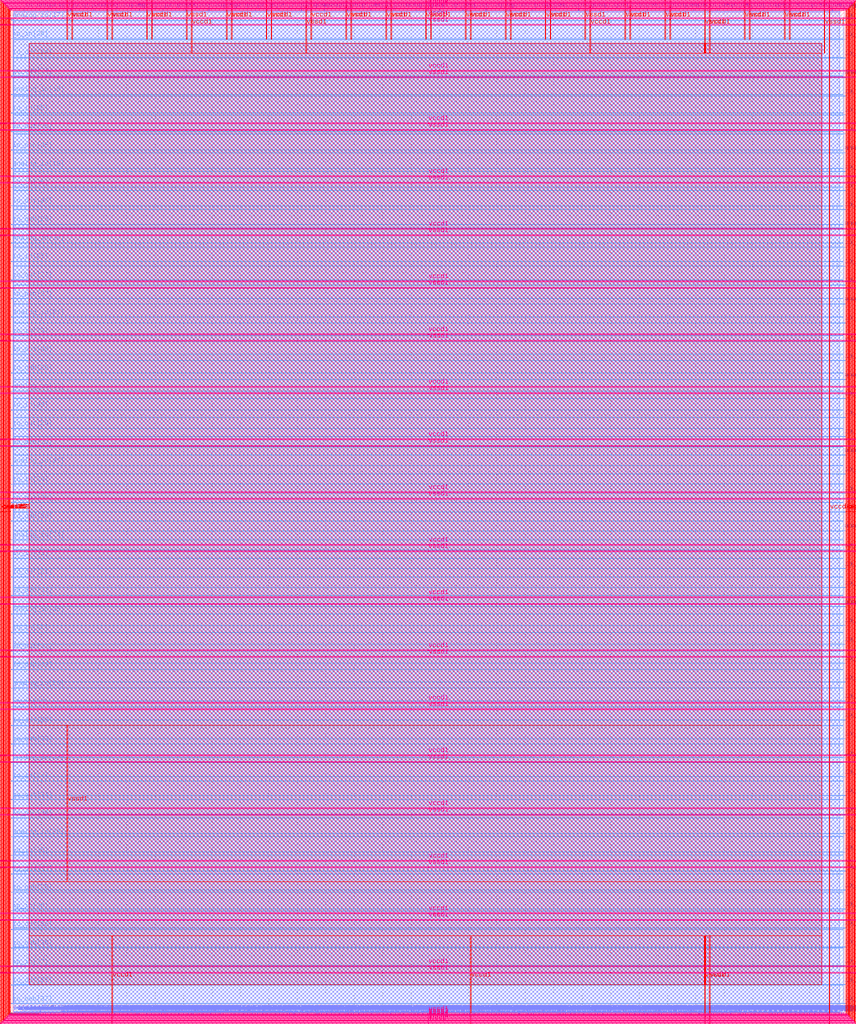
<source format=lef>
VERSION 5.7 ;
  NOWIREEXTENSIONATPIN ON ;
  DIVIDERCHAR "/" ;
  BUSBITCHARS "[]" ;
MACRO user_project_wrapper
  CLASS BLOCK ;
  FOREIGN user_project_wrapper ;
  ORIGIN 0.000 0.000 ;
  SIZE 2920.000 BY 3520.000 ;
  PIN analog_io[0]
    DIRECTION INOUT ;
    USE SIGNAL ;
    PORT
      LAYER met3 ;
        RECT 2917.600 1426.380 2924.800 1427.580 ;
    END
  END analog_io[0]
  PIN analog_io[10]
    DIRECTION INOUT ;
    USE SIGNAL ;
    PORT
      LAYER met2 ;
        RECT 2230.490 3517.600 2231.050 3524.800 ;
    END
  END analog_io[10]
  PIN analog_io[11]
    DIRECTION INOUT ;
    USE SIGNAL ;
    PORT
      LAYER met2 ;
        RECT 1905.730 3517.600 1906.290 3524.800 ;
    END
  END analog_io[11]
  PIN analog_io[12]
    DIRECTION INOUT ;
    USE SIGNAL ;
    PORT
      LAYER met2 ;
        RECT 1581.430 3517.600 1581.990 3524.800 ;
    END
  END analog_io[12]
  PIN analog_io[13]
    DIRECTION INOUT ;
    USE SIGNAL ;
    PORT
      LAYER met2 ;
        RECT 1257.130 3517.600 1257.690 3524.800 ;
    END
  END analog_io[13]
  PIN analog_io[14]
    DIRECTION INOUT ;
    USE SIGNAL ;
    PORT
      LAYER met2 ;
        RECT 932.370 3517.600 932.930 3524.800 ;
    END
  END analog_io[14]
  PIN analog_io[15]
    DIRECTION INOUT ;
    USE SIGNAL ;
    PORT
      LAYER met2 ;
        RECT 608.070 3517.600 608.630 3524.800 ;
    END
  END analog_io[15]
  PIN analog_io[16]
    DIRECTION INOUT ;
    USE SIGNAL ;
    PORT
      LAYER met2 ;
        RECT 283.770 3517.600 284.330 3524.800 ;
    END
  END analog_io[16]
  PIN analog_io[17]
    DIRECTION INOUT ;
    USE SIGNAL ;
    PORT
      LAYER met3 ;
        RECT -4.800 3486.100 2.400 3487.300 ;
    END
  END analog_io[17]
  PIN analog_io[18]
    DIRECTION INOUT ;
    USE SIGNAL ;
    PORT
      LAYER met3 ;
        RECT -4.800 3224.980 2.400 3226.180 ;
    END
  END analog_io[18]
  PIN analog_io[19]
    DIRECTION INOUT ;
    USE SIGNAL ;
    PORT
      LAYER met3 ;
        RECT -4.800 2964.540 2.400 2965.740 ;
    END
  END analog_io[19]
  PIN analog_io[1]
    DIRECTION INOUT ;
    USE SIGNAL ;
    PORT
      LAYER met3 ;
        RECT 2917.600 1692.260 2924.800 1693.460 ;
    END
  END analog_io[1]
  PIN analog_io[20]
    DIRECTION INOUT ;
    USE SIGNAL ;
    PORT
      LAYER met3 ;
        RECT -4.800 2703.420 2.400 2704.620 ;
    END
  END analog_io[20]
  PIN analog_io[21]
    DIRECTION INOUT ;
    USE SIGNAL ;
    PORT
      LAYER met3 ;
        RECT -4.800 2442.980 2.400 2444.180 ;
    END
  END analog_io[21]
  PIN analog_io[22]
    DIRECTION INOUT ;
    USE SIGNAL ;
    PORT
      LAYER met3 ;
        RECT -4.800 2182.540 2.400 2183.740 ;
    END
  END analog_io[22]
  PIN analog_io[23]
    DIRECTION INOUT ;
    USE SIGNAL ;
    PORT
      LAYER met3 ;
        RECT -4.800 1921.420 2.400 1922.620 ;
    END
  END analog_io[23]
  PIN analog_io[24]
    DIRECTION INOUT ;
    USE SIGNAL ;
    PORT
      LAYER met3 ;
        RECT -4.800 1660.980 2.400 1662.180 ;
    END
  END analog_io[24]
  PIN analog_io[25]
    DIRECTION INOUT ;
    USE SIGNAL ;
    PORT
      LAYER met3 ;
        RECT -4.800 1399.860 2.400 1401.060 ;
    END
  END analog_io[25]
  PIN analog_io[26]
    DIRECTION INOUT ;
    USE SIGNAL ;
    PORT
      LAYER met3 ;
        RECT -4.800 1139.420 2.400 1140.620 ;
    END
  END analog_io[26]
  PIN analog_io[27]
    DIRECTION INOUT ;
    USE SIGNAL ;
    PORT
      LAYER met3 ;
        RECT -4.800 878.980 2.400 880.180 ;
    END
  END analog_io[27]
  PIN analog_io[28]
    DIRECTION INOUT ;
    USE SIGNAL ;
    PORT
      LAYER met3 ;
        RECT -4.800 617.860 2.400 619.060 ;
    END
  END analog_io[28]
  PIN analog_io[2]
    DIRECTION INOUT ;
    USE SIGNAL ;
    PORT
      LAYER met3 ;
        RECT 2917.600 1958.140 2924.800 1959.340 ;
    END
  END analog_io[2]
  PIN analog_io[3]
    DIRECTION INOUT ;
    USE SIGNAL ;
    PORT
      LAYER met3 ;
        RECT 2917.600 2223.340 2924.800 2224.540 ;
    END
  END analog_io[3]
  PIN analog_io[4]
    DIRECTION INOUT ;
    USE SIGNAL ;
    PORT
      LAYER met3 ;
        RECT 2917.600 2489.220 2924.800 2490.420 ;
    END
  END analog_io[4]
  PIN analog_io[5]
    DIRECTION INOUT ;
    USE SIGNAL ;
    PORT
      LAYER met3 ;
        RECT 2917.600 2755.100 2924.800 2756.300 ;
    END
  END analog_io[5]
  PIN analog_io[6]
    DIRECTION INOUT ;
    USE SIGNAL ;
    PORT
      LAYER met3 ;
        RECT 2917.600 3020.300 2924.800 3021.500 ;
    END
  END analog_io[6]
  PIN analog_io[7]
    DIRECTION INOUT ;
    USE SIGNAL ;
    PORT
      LAYER met3 ;
        RECT 2917.600 3286.180 2924.800 3287.380 ;
    END
  END analog_io[7]
  PIN analog_io[8]
    DIRECTION INOUT ;
    USE SIGNAL ;
    PORT
      LAYER met2 ;
        RECT 2879.090 3517.600 2879.650 3524.800 ;
    END
  END analog_io[8]
  PIN analog_io[9]
    DIRECTION INOUT ;
    USE SIGNAL ;
    PORT
      LAYER met2 ;
        RECT 2554.790 3517.600 2555.350 3524.800 ;
    END
  END analog_io[9]
  PIN io_in[0]
    DIRECTION INPUT ;
    USE SIGNAL ;
    PORT
      LAYER met3 ;
        RECT 2917.600 32.380 2924.800 33.580 ;
    END
  END io_in[0]
  PIN io_in[10]
    DIRECTION INPUT ;
    USE SIGNAL ;
    PORT
      LAYER met3 ;
        RECT 2917.600 2289.980 2924.800 2291.180 ;
    END
  END io_in[10]
  PIN io_in[11]
    DIRECTION INPUT ;
    USE SIGNAL ;
    PORT
      LAYER met3 ;
        RECT 2917.600 2555.860 2924.800 2557.060 ;
    END
  END io_in[11]
  PIN io_in[12]
    DIRECTION INPUT ;
    USE SIGNAL ;
    PORT
      LAYER met3 ;
        RECT 2917.600 2821.060 2924.800 2822.260 ;
    END
  END io_in[12]
  PIN io_in[13]
    DIRECTION INPUT ;
    USE SIGNAL ;
    PORT
      LAYER met3 ;
        RECT 2917.600 3086.940 2924.800 3088.140 ;
    END
  END io_in[13]
  PIN io_in[14]
    DIRECTION INPUT ;
    USE SIGNAL ;
    PORT
      LAYER met3 ;
        RECT 2917.600 3352.820 2924.800 3354.020 ;
    END
  END io_in[14]
  PIN io_in[15]
    DIRECTION INPUT ;
    USE SIGNAL ;
    PORT
      LAYER met2 ;
        RECT 2798.130 3517.600 2798.690 3524.800 ;
    END
  END io_in[15]
  PIN io_in[16]
    DIRECTION INPUT ;
    USE SIGNAL ;
    PORT
      LAYER met2 ;
        RECT 2473.830 3517.600 2474.390 3524.800 ;
    END
  END io_in[16]
  PIN io_in[17]
    DIRECTION INPUT ;
    USE SIGNAL ;
    PORT
      LAYER met2 ;
        RECT 2149.070 3517.600 2149.630 3524.800 ;
    END
  END io_in[17]
  PIN io_in[18]
    DIRECTION INPUT ;
    USE SIGNAL ;
    PORT
      LAYER met2 ;
        RECT 1824.770 3517.600 1825.330 3524.800 ;
    END
  END io_in[18]
  PIN io_in[19]
    DIRECTION INPUT ;
    USE SIGNAL ;
    PORT
      LAYER met2 ;
        RECT 1500.470 3517.600 1501.030 3524.800 ;
    END
  END io_in[19]
  PIN io_in[1]
    DIRECTION INPUT ;
    USE SIGNAL ;
    PORT
      LAYER met3 ;
        RECT 2917.600 230.940 2924.800 232.140 ;
    END
  END io_in[1]
  PIN io_in[20]
    DIRECTION INPUT ;
    USE SIGNAL ;
    PORT
      LAYER met2 ;
        RECT 1175.710 3517.600 1176.270 3524.800 ;
    END
  END io_in[20]
  PIN io_in[21]
    DIRECTION INPUT ;
    USE SIGNAL ;
    PORT
      LAYER met2 ;
        RECT 851.410 3517.600 851.970 3524.800 ;
    END
  END io_in[21]
  PIN io_in[22]
    DIRECTION INPUT ;
    USE SIGNAL ;
    PORT
      LAYER met2 ;
        RECT 527.110 3517.600 527.670 3524.800 ;
    END
  END io_in[22]
  PIN io_in[23]
    DIRECTION INPUT ;
    USE SIGNAL ;
    PORT
      LAYER met2 ;
        RECT 202.350 3517.600 202.910 3524.800 ;
    END
  END io_in[23]
  PIN io_in[24]
    DIRECTION INPUT ;
    USE SIGNAL ;
    PORT
      LAYER met3 ;
        RECT -4.800 3420.820 2.400 3422.020 ;
    END
  END io_in[24]
  PIN io_in[25]
    DIRECTION INPUT ;
    USE SIGNAL ;
    PORT
      LAYER met3 ;
        RECT -4.800 3159.700 2.400 3160.900 ;
    END
  END io_in[25]
  PIN io_in[26]
    DIRECTION INPUT ;
    USE SIGNAL ;
    PORT
      LAYER met3 ;
        RECT -4.800 2899.260 2.400 2900.460 ;
    END
  END io_in[26]
  PIN io_in[27]
    DIRECTION INPUT ;
    USE SIGNAL ;
    PORT
      LAYER met3 ;
        RECT -4.800 2638.820 2.400 2640.020 ;
    END
  END io_in[27]
  PIN io_in[28]
    DIRECTION INPUT ;
    USE SIGNAL ;
    PORT
      LAYER met3 ;
        RECT -4.800 2377.700 2.400 2378.900 ;
    END
  END io_in[28]
  PIN io_in[29]
    DIRECTION INPUT ;
    USE SIGNAL ;
    PORT
      LAYER met3 ;
        RECT -4.800 2117.260 2.400 2118.460 ;
    END
  END io_in[29]
  PIN io_in[2]
    DIRECTION INPUT ;
    USE SIGNAL ;
    PORT
      LAYER met3 ;
        RECT 2917.600 430.180 2924.800 431.380 ;
    END
  END io_in[2]
  PIN io_in[30]
    DIRECTION INPUT ;
    USE SIGNAL ;
    PORT
      LAYER met3 ;
        RECT -4.800 1856.140 2.400 1857.340 ;
    END
  END io_in[30]
  PIN io_in[31]
    DIRECTION INPUT ;
    USE SIGNAL ;
    PORT
      LAYER met3 ;
        RECT -4.800 1595.700 2.400 1596.900 ;
    END
  END io_in[31]
  PIN io_in[32]
    DIRECTION INPUT ;
    USE SIGNAL ;
    PORT
      LAYER met3 ;
        RECT -4.800 1335.260 2.400 1336.460 ;
    END
  END io_in[32]
  PIN io_in[33]
    DIRECTION INPUT ;
    USE SIGNAL ;
    PORT
      LAYER met3 ;
        RECT -4.800 1074.140 2.400 1075.340 ;
    END
  END io_in[33]
  PIN io_in[34]
    DIRECTION INPUT ;
    USE SIGNAL ;
    PORT
      LAYER met3 ;
        RECT -4.800 813.700 2.400 814.900 ;
    END
  END io_in[34]
  PIN io_in[35]
    DIRECTION INPUT ;
    USE SIGNAL ;
    PORT
      LAYER met3 ;
        RECT -4.800 552.580 2.400 553.780 ;
    END
  END io_in[35]
  PIN io_in[36]
    DIRECTION INPUT ;
    USE SIGNAL ;
    PORT
      LAYER met3 ;
        RECT -4.800 357.420 2.400 358.620 ;
    END
  END io_in[36]
  PIN io_in[37]
    DIRECTION INPUT ;
    USE SIGNAL ;
    PORT
      LAYER met3 ;
        RECT -4.800 161.580 2.400 162.780 ;
    END
  END io_in[37]
  PIN io_in[3]
    DIRECTION INPUT ;
    USE SIGNAL ;
    PORT
      LAYER met3 ;
        RECT 2917.600 629.420 2924.800 630.620 ;
    END
  END io_in[3]
  PIN io_in[4]
    DIRECTION INPUT ;
    USE SIGNAL ;
    PORT
      LAYER met3 ;
        RECT 2917.600 828.660 2924.800 829.860 ;
    END
  END io_in[4]
  PIN io_in[5]
    DIRECTION INPUT ;
    USE SIGNAL ;
    PORT
      LAYER met3 ;
        RECT 2917.600 1027.900 2924.800 1029.100 ;
    END
  END io_in[5]
  PIN io_in[6]
    DIRECTION INPUT ;
    USE SIGNAL ;
    PORT
      LAYER met3 ;
        RECT 2917.600 1227.140 2924.800 1228.340 ;
    END
  END io_in[6]
  PIN io_in[7]
    DIRECTION INPUT ;
    USE SIGNAL ;
    PORT
      LAYER met3 ;
        RECT 2917.600 1493.020 2924.800 1494.220 ;
    END
  END io_in[7]
  PIN io_in[8]
    DIRECTION INPUT ;
    USE SIGNAL ;
    PORT
      LAYER met3 ;
        RECT 2917.600 1758.900 2924.800 1760.100 ;
    END
  END io_in[8]
  PIN io_in[9]
    DIRECTION INPUT ;
    USE SIGNAL ;
    PORT
      LAYER met3 ;
        RECT 2917.600 2024.100 2924.800 2025.300 ;
    END
  END io_in[9]
  PIN io_oeb[0]
    DIRECTION OUTPUT TRISTATE ;
    USE SIGNAL ;
    PORT
      LAYER met3 ;
        RECT 2917.600 164.980 2924.800 166.180 ;
    END
  END io_oeb[0]
  PIN io_oeb[10]
    DIRECTION OUTPUT TRISTATE ;
    USE SIGNAL ;
    PORT
      LAYER met3 ;
        RECT 2917.600 2422.580 2924.800 2423.780 ;
    END
  END io_oeb[10]
  PIN io_oeb[11]
    DIRECTION OUTPUT TRISTATE ;
    USE SIGNAL ;
    PORT
      LAYER met3 ;
        RECT 2917.600 2688.460 2924.800 2689.660 ;
    END
  END io_oeb[11]
  PIN io_oeb[12]
    DIRECTION OUTPUT TRISTATE ;
    USE SIGNAL ;
    PORT
      LAYER met3 ;
        RECT 2917.600 2954.340 2924.800 2955.540 ;
    END
  END io_oeb[12]
  PIN io_oeb[13]
    DIRECTION OUTPUT TRISTATE ;
    USE SIGNAL ;
    PORT
      LAYER met3 ;
        RECT 2917.600 3219.540 2924.800 3220.740 ;
    END
  END io_oeb[13]
  PIN io_oeb[14]
    DIRECTION OUTPUT TRISTATE ;
    USE SIGNAL ;
    PORT
      LAYER met3 ;
        RECT 2917.600 3485.420 2924.800 3486.620 ;
    END
  END io_oeb[14]
  PIN io_oeb[15]
    DIRECTION OUTPUT TRISTATE ;
    USE SIGNAL ;
    PORT
      LAYER met2 ;
        RECT 2635.750 3517.600 2636.310 3524.800 ;
    END
  END io_oeb[15]
  PIN io_oeb[16]
    DIRECTION OUTPUT TRISTATE ;
    USE SIGNAL ;
    PORT
      LAYER met2 ;
        RECT 2311.450 3517.600 2312.010 3524.800 ;
    END
  END io_oeb[16]
  PIN io_oeb[17]
    DIRECTION OUTPUT TRISTATE ;
    USE SIGNAL ;
    PORT
      LAYER met2 ;
        RECT 1987.150 3517.600 1987.710 3524.800 ;
    END
  END io_oeb[17]
  PIN io_oeb[18]
    DIRECTION OUTPUT TRISTATE ;
    USE SIGNAL ;
    PORT
      LAYER met2 ;
        RECT 1662.390 3517.600 1662.950 3524.800 ;
    END
  END io_oeb[18]
  PIN io_oeb[19]
    DIRECTION OUTPUT TRISTATE ;
    USE SIGNAL ;
    PORT
      LAYER met2 ;
        RECT 1338.090 3517.600 1338.650 3524.800 ;
    END
  END io_oeb[19]
  PIN io_oeb[1]
    DIRECTION OUTPUT TRISTATE ;
    USE SIGNAL ;
    PORT
      LAYER met3 ;
        RECT 2917.600 364.220 2924.800 365.420 ;
    END
  END io_oeb[1]
  PIN io_oeb[20]
    DIRECTION OUTPUT TRISTATE ;
    USE SIGNAL ;
    PORT
      LAYER met2 ;
        RECT 1013.790 3517.600 1014.350 3524.800 ;
    END
  END io_oeb[20]
  PIN io_oeb[21]
    DIRECTION OUTPUT TRISTATE ;
    USE SIGNAL ;
    PORT
      LAYER met2 ;
        RECT 689.030 3517.600 689.590 3524.800 ;
    END
  END io_oeb[21]
  PIN io_oeb[22]
    DIRECTION OUTPUT TRISTATE ;
    USE SIGNAL ;
    PORT
      LAYER met2 ;
        RECT 364.730 3517.600 365.290 3524.800 ;
    END
  END io_oeb[22]
  PIN io_oeb[23]
    DIRECTION OUTPUT TRISTATE ;
    USE SIGNAL ;
    PORT
      LAYER met2 ;
        RECT 40.430 3517.600 40.990 3524.800 ;
    END
  END io_oeb[23]
  PIN io_oeb[24]
    DIRECTION OUTPUT TRISTATE ;
    USE SIGNAL ;
    PORT
      LAYER met3 ;
        RECT -4.800 3290.260 2.400 3291.460 ;
    END
  END io_oeb[24]
  PIN io_oeb[25]
    DIRECTION OUTPUT TRISTATE ;
    USE SIGNAL ;
    PORT
      LAYER met3 ;
        RECT -4.800 3029.820 2.400 3031.020 ;
    END
  END io_oeb[25]
  PIN io_oeb[26]
    DIRECTION OUTPUT TRISTATE ;
    USE SIGNAL ;
    PORT
      LAYER met3 ;
        RECT -4.800 2768.700 2.400 2769.900 ;
    END
  END io_oeb[26]
  PIN io_oeb[27]
    DIRECTION OUTPUT TRISTATE ;
    USE SIGNAL ;
    PORT
      LAYER met3 ;
        RECT -4.800 2508.260 2.400 2509.460 ;
    END
  END io_oeb[27]
  PIN io_oeb[28]
    DIRECTION OUTPUT TRISTATE ;
    USE SIGNAL ;
    PORT
      LAYER met3 ;
        RECT -4.800 2247.140 2.400 2248.340 ;
    END
  END io_oeb[28]
  PIN io_oeb[29]
    DIRECTION OUTPUT TRISTATE ;
    USE SIGNAL ;
    PORT
      LAYER met3 ;
        RECT -4.800 1986.700 2.400 1987.900 ;
    END
  END io_oeb[29]
  PIN io_oeb[2]
    DIRECTION OUTPUT TRISTATE ;
    USE SIGNAL ;
    PORT
      LAYER met3 ;
        RECT 2917.600 563.460 2924.800 564.660 ;
    END
  END io_oeb[2]
  PIN io_oeb[30]
    DIRECTION OUTPUT TRISTATE ;
    USE SIGNAL ;
    PORT
      LAYER met3 ;
        RECT -4.800 1726.260 2.400 1727.460 ;
    END
  END io_oeb[30]
  PIN io_oeb[31]
    DIRECTION OUTPUT TRISTATE ;
    USE SIGNAL ;
    PORT
      LAYER met3 ;
        RECT -4.800 1465.140 2.400 1466.340 ;
    END
  END io_oeb[31]
  PIN io_oeb[32]
    DIRECTION OUTPUT TRISTATE ;
    USE SIGNAL ;
    PORT
      LAYER met3 ;
        RECT -4.800 1204.700 2.400 1205.900 ;
    END
  END io_oeb[32]
  PIN io_oeb[33]
    DIRECTION OUTPUT TRISTATE ;
    USE SIGNAL ;
    PORT
      LAYER met3 ;
        RECT -4.800 943.580 2.400 944.780 ;
    END
  END io_oeb[33]
  PIN io_oeb[34]
    DIRECTION OUTPUT TRISTATE ;
    USE SIGNAL ;
    PORT
      LAYER met3 ;
        RECT -4.800 683.140 2.400 684.340 ;
    END
  END io_oeb[34]
  PIN io_oeb[35]
    DIRECTION OUTPUT TRISTATE ;
    USE SIGNAL ;
    PORT
      LAYER met3 ;
        RECT -4.800 422.700 2.400 423.900 ;
    END
  END io_oeb[35]
  PIN io_oeb[36]
    DIRECTION OUTPUT TRISTATE ;
    USE SIGNAL ;
    PORT
      LAYER met3 ;
        RECT -4.800 226.860 2.400 228.060 ;
    END
  END io_oeb[36]
  PIN io_oeb[37]
    DIRECTION OUTPUT TRISTATE ;
    USE SIGNAL ;
    PORT
      LAYER met3 ;
        RECT -4.800 31.700 2.400 32.900 ;
    END
  END io_oeb[37]
  PIN io_oeb[3]
    DIRECTION OUTPUT TRISTATE ;
    USE SIGNAL ;
    PORT
      LAYER met3 ;
        RECT 2917.600 762.700 2924.800 763.900 ;
    END
  END io_oeb[3]
  PIN io_oeb[4]
    DIRECTION OUTPUT TRISTATE ;
    USE SIGNAL ;
    PORT
      LAYER met3 ;
        RECT 2917.600 961.940 2924.800 963.140 ;
    END
  END io_oeb[4]
  PIN io_oeb[5]
    DIRECTION OUTPUT TRISTATE ;
    USE SIGNAL ;
    PORT
      LAYER met3 ;
        RECT 2917.600 1161.180 2924.800 1162.380 ;
    END
  END io_oeb[5]
  PIN io_oeb[6]
    DIRECTION OUTPUT TRISTATE ;
    USE SIGNAL ;
    PORT
      LAYER met3 ;
        RECT 2917.600 1360.420 2924.800 1361.620 ;
    END
  END io_oeb[6]
  PIN io_oeb[7]
    DIRECTION OUTPUT TRISTATE ;
    USE SIGNAL ;
    PORT
      LAYER met3 ;
        RECT 2917.600 1625.620 2924.800 1626.820 ;
    END
  END io_oeb[7]
  PIN io_oeb[8]
    DIRECTION OUTPUT TRISTATE ;
    USE SIGNAL ;
    PORT
      LAYER met3 ;
        RECT 2917.600 1891.500 2924.800 1892.700 ;
    END
  END io_oeb[8]
  PIN io_oeb[9]
    DIRECTION OUTPUT TRISTATE ;
    USE SIGNAL ;
    PORT
      LAYER met3 ;
        RECT 2917.600 2157.380 2924.800 2158.580 ;
    END
  END io_oeb[9]
  PIN io_out[0]
    DIRECTION OUTPUT TRISTATE ;
    USE SIGNAL ;
    PORT
      LAYER met3 ;
        RECT 2917.600 98.340 2924.800 99.540 ;
    END
  END io_out[0]
  PIN io_out[10]
    DIRECTION OUTPUT TRISTATE ;
    USE SIGNAL ;
    PORT
      LAYER met3 ;
        RECT 2917.600 2356.620 2924.800 2357.820 ;
    END
  END io_out[10]
  PIN io_out[11]
    DIRECTION OUTPUT TRISTATE ;
    USE SIGNAL ;
    PORT
      LAYER met3 ;
        RECT 2917.600 2621.820 2924.800 2623.020 ;
    END
  END io_out[11]
  PIN io_out[12]
    DIRECTION OUTPUT TRISTATE ;
    USE SIGNAL ;
    PORT
      LAYER met3 ;
        RECT 2917.600 2887.700 2924.800 2888.900 ;
    END
  END io_out[12]
  PIN io_out[13]
    DIRECTION OUTPUT TRISTATE ;
    USE SIGNAL ;
    PORT
      LAYER met3 ;
        RECT 2917.600 3153.580 2924.800 3154.780 ;
    END
  END io_out[13]
  PIN io_out[14]
    DIRECTION OUTPUT TRISTATE ;
    USE SIGNAL ;
    PORT
      LAYER met3 ;
        RECT 2917.600 3418.780 2924.800 3419.980 ;
    END
  END io_out[14]
  PIN io_out[15]
    DIRECTION OUTPUT TRISTATE ;
    USE SIGNAL ;
    PORT
      LAYER met2 ;
        RECT 2717.170 3517.600 2717.730 3524.800 ;
    END
  END io_out[15]
  PIN io_out[16]
    DIRECTION OUTPUT TRISTATE ;
    USE SIGNAL ;
    PORT
      LAYER met2 ;
        RECT 2392.410 3517.600 2392.970 3524.800 ;
    END
  END io_out[16]
  PIN io_out[17]
    DIRECTION OUTPUT TRISTATE ;
    USE SIGNAL ;
    PORT
      LAYER met2 ;
        RECT 2068.110 3517.600 2068.670 3524.800 ;
    END
  END io_out[17]
  PIN io_out[18]
    DIRECTION OUTPUT TRISTATE ;
    USE SIGNAL ;
    PORT
      LAYER met2 ;
        RECT 1743.810 3517.600 1744.370 3524.800 ;
    END
  END io_out[18]
  PIN io_out[19]
    DIRECTION OUTPUT TRISTATE ;
    USE SIGNAL ;
    PORT
      LAYER met2 ;
        RECT 1419.050 3517.600 1419.610 3524.800 ;
    END
  END io_out[19]
  PIN io_out[1]
    DIRECTION OUTPUT TRISTATE ;
    USE SIGNAL ;
    PORT
      LAYER met3 ;
        RECT 2917.600 297.580 2924.800 298.780 ;
    END
  END io_out[1]
  PIN io_out[20]
    DIRECTION OUTPUT TRISTATE ;
    USE SIGNAL ;
    PORT
      LAYER met2 ;
        RECT 1094.750 3517.600 1095.310 3524.800 ;
    END
  END io_out[20]
  PIN io_out[21]
    DIRECTION OUTPUT TRISTATE ;
    USE SIGNAL ;
    PORT
      LAYER met2 ;
        RECT 770.450 3517.600 771.010 3524.800 ;
    END
  END io_out[21]
  PIN io_out[22]
    DIRECTION OUTPUT TRISTATE ;
    USE SIGNAL ;
    PORT
      LAYER met2 ;
        RECT 445.690 3517.600 446.250 3524.800 ;
    END
  END io_out[22]
  PIN io_out[23]
    DIRECTION OUTPUT TRISTATE ;
    USE SIGNAL ;
    PORT
      LAYER met2 ;
        RECT 121.390 3517.600 121.950 3524.800 ;
    END
  END io_out[23]
  PIN io_out[24]
    DIRECTION OUTPUT TRISTATE ;
    USE SIGNAL ;
    PORT
      LAYER met3 ;
        RECT -4.800 3355.540 2.400 3356.740 ;
    END
  END io_out[24]
  PIN io_out[25]
    DIRECTION OUTPUT TRISTATE ;
    USE SIGNAL ;
    PORT
      LAYER met3 ;
        RECT -4.800 3095.100 2.400 3096.300 ;
    END
  END io_out[25]
  PIN io_out[26]
    DIRECTION OUTPUT TRISTATE ;
    USE SIGNAL ;
    PORT
      LAYER met3 ;
        RECT -4.800 2833.980 2.400 2835.180 ;
    END
  END io_out[26]
  PIN io_out[27]
    DIRECTION OUTPUT TRISTATE ;
    USE SIGNAL ;
    PORT
      LAYER met3 ;
        RECT -4.800 2573.540 2.400 2574.740 ;
    END
  END io_out[27]
  PIN io_out[28]
    DIRECTION OUTPUT TRISTATE ;
    USE SIGNAL ;
    PORT
      LAYER met3 ;
        RECT -4.800 2312.420 2.400 2313.620 ;
    END
  END io_out[28]
  PIN io_out[29]
    DIRECTION OUTPUT TRISTATE ;
    USE SIGNAL ;
    PORT
      LAYER met3 ;
        RECT -4.800 2051.980 2.400 2053.180 ;
    END
  END io_out[29]
  PIN io_out[2]
    DIRECTION OUTPUT TRISTATE ;
    USE SIGNAL ;
    PORT
      LAYER met3 ;
        RECT 2917.600 496.820 2924.800 498.020 ;
    END
  END io_out[2]
  PIN io_out[30]
    DIRECTION OUTPUT TRISTATE ;
    USE SIGNAL ;
    PORT
      LAYER met3 ;
        RECT -4.800 1791.540 2.400 1792.740 ;
    END
  END io_out[30]
  PIN io_out[31]
    DIRECTION OUTPUT TRISTATE ;
    USE SIGNAL ;
    PORT
      LAYER met3 ;
        RECT -4.800 1530.420 2.400 1531.620 ;
    END
  END io_out[31]
  PIN io_out[32]
    DIRECTION OUTPUT TRISTATE ;
    USE SIGNAL ;
    PORT
      LAYER met3 ;
        RECT -4.800 1269.980 2.400 1271.180 ;
    END
  END io_out[32]
  PIN io_out[33]
    DIRECTION OUTPUT TRISTATE ;
    USE SIGNAL ;
    PORT
      LAYER met3 ;
        RECT -4.800 1008.860 2.400 1010.060 ;
    END
  END io_out[33]
  PIN io_out[34]
    DIRECTION OUTPUT TRISTATE ;
    USE SIGNAL ;
    PORT
      LAYER met3 ;
        RECT -4.800 748.420 2.400 749.620 ;
    END
  END io_out[34]
  PIN io_out[35]
    DIRECTION OUTPUT TRISTATE ;
    USE SIGNAL ;
    PORT
      LAYER met3 ;
        RECT -4.800 487.300 2.400 488.500 ;
    END
  END io_out[35]
  PIN io_out[36]
    DIRECTION OUTPUT TRISTATE ;
    USE SIGNAL ;
    PORT
      LAYER met3 ;
        RECT -4.800 292.140 2.400 293.340 ;
    END
  END io_out[36]
  PIN io_out[37]
    DIRECTION OUTPUT TRISTATE ;
    USE SIGNAL ;
    PORT
      LAYER met3 ;
        RECT -4.800 96.300 2.400 97.500 ;
    END
  END io_out[37]
  PIN io_out[3]
    DIRECTION OUTPUT TRISTATE ;
    USE SIGNAL ;
    PORT
      LAYER met3 ;
        RECT 2917.600 696.060 2924.800 697.260 ;
    END
  END io_out[3]
  PIN io_out[4]
    DIRECTION OUTPUT TRISTATE ;
    USE SIGNAL ;
    PORT
      LAYER met3 ;
        RECT 2917.600 895.300 2924.800 896.500 ;
    END
  END io_out[4]
  PIN io_out[5]
    DIRECTION OUTPUT TRISTATE ;
    USE SIGNAL ;
    PORT
      LAYER met3 ;
        RECT 2917.600 1094.540 2924.800 1095.740 ;
    END
  END io_out[5]
  PIN io_out[6]
    DIRECTION OUTPUT TRISTATE ;
    USE SIGNAL ;
    PORT
      LAYER met3 ;
        RECT 2917.600 1293.780 2924.800 1294.980 ;
    END
  END io_out[6]
  PIN io_out[7]
    DIRECTION OUTPUT TRISTATE ;
    USE SIGNAL ;
    PORT
      LAYER met3 ;
        RECT 2917.600 1559.660 2924.800 1560.860 ;
    END
  END io_out[7]
  PIN io_out[8]
    DIRECTION OUTPUT TRISTATE ;
    USE SIGNAL ;
    PORT
      LAYER met3 ;
        RECT 2917.600 1824.860 2924.800 1826.060 ;
    END
  END io_out[8]
  PIN io_out[9]
    DIRECTION OUTPUT TRISTATE ;
    USE SIGNAL ;
    PORT
      LAYER met3 ;
        RECT 2917.600 2090.740 2924.800 2091.940 ;
    END
  END io_out[9]
  PIN la_data_in[0]
    DIRECTION INPUT ;
    USE SIGNAL ;
    PORT
      LAYER met2 ;
        RECT 629.230 -4.800 629.790 2.400 ;
    END
  END la_data_in[0]
  PIN la_data_in[100]
    DIRECTION INPUT ;
    USE SIGNAL ;
    PORT
      LAYER met2 ;
        RECT 2402.530 -4.800 2403.090 2.400 ;
    END
  END la_data_in[100]
  PIN la_data_in[101]
    DIRECTION INPUT ;
    USE SIGNAL ;
    PORT
      LAYER met2 ;
        RECT 2420.010 -4.800 2420.570 2.400 ;
    END
  END la_data_in[101]
  PIN la_data_in[102]
    DIRECTION INPUT ;
    USE SIGNAL ;
    PORT
      LAYER met2 ;
        RECT 2437.950 -4.800 2438.510 2.400 ;
    END
  END la_data_in[102]
  PIN la_data_in[103]
    DIRECTION INPUT ;
    USE SIGNAL ;
    PORT
      LAYER met2 ;
        RECT 2455.430 -4.800 2455.990 2.400 ;
    END
  END la_data_in[103]
  PIN la_data_in[104]
    DIRECTION INPUT ;
    USE SIGNAL ;
    PORT
      LAYER met2 ;
        RECT 2473.370 -4.800 2473.930 2.400 ;
    END
  END la_data_in[104]
  PIN la_data_in[105]
    DIRECTION INPUT ;
    USE SIGNAL ;
    PORT
      LAYER met2 ;
        RECT 2490.850 -4.800 2491.410 2.400 ;
    END
  END la_data_in[105]
  PIN la_data_in[106]
    DIRECTION INPUT ;
    USE SIGNAL ;
    PORT
      LAYER met2 ;
        RECT 2508.790 -4.800 2509.350 2.400 ;
    END
  END la_data_in[106]
  PIN la_data_in[107]
    DIRECTION INPUT ;
    USE SIGNAL ;
    PORT
      LAYER met2 ;
        RECT 2526.730 -4.800 2527.290 2.400 ;
    END
  END la_data_in[107]
  PIN la_data_in[108]
    DIRECTION INPUT ;
    USE SIGNAL ;
    PORT
      LAYER met2 ;
        RECT 2544.210 -4.800 2544.770 2.400 ;
    END
  END la_data_in[108]
  PIN la_data_in[109]
    DIRECTION INPUT ;
    USE SIGNAL ;
    PORT
      LAYER met2 ;
        RECT 2562.150 -4.800 2562.710 2.400 ;
    END
  END la_data_in[109]
  PIN la_data_in[10]
    DIRECTION INPUT ;
    USE SIGNAL ;
    PORT
      LAYER met2 ;
        RECT 806.330 -4.800 806.890 2.400 ;
    END
  END la_data_in[10]
  PIN la_data_in[110]
    DIRECTION INPUT ;
    USE SIGNAL ;
    PORT
      LAYER met2 ;
        RECT 2579.630 -4.800 2580.190 2.400 ;
    END
  END la_data_in[110]
  PIN la_data_in[111]
    DIRECTION INPUT ;
    USE SIGNAL ;
    PORT
      LAYER met2 ;
        RECT 2597.570 -4.800 2598.130 2.400 ;
    END
  END la_data_in[111]
  PIN la_data_in[112]
    DIRECTION INPUT ;
    USE SIGNAL ;
    PORT
      LAYER met2 ;
        RECT 2615.050 -4.800 2615.610 2.400 ;
    END
  END la_data_in[112]
  PIN la_data_in[113]
    DIRECTION INPUT ;
    USE SIGNAL ;
    PORT
      LAYER met2 ;
        RECT 2632.990 -4.800 2633.550 2.400 ;
    END
  END la_data_in[113]
  PIN la_data_in[114]
    DIRECTION INPUT ;
    USE SIGNAL ;
    PORT
      LAYER met2 ;
        RECT 2650.470 -4.800 2651.030 2.400 ;
    END
  END la_data_in[114]
  PIN la_data_in[115]
    DIRECTION INPUT ;
    USE SIGNAL ;
    PORT
      LAYER met2 ;
        RECT 2668.410 -4.800 2668.970 2.400 ;
    END
  END la_data_in[115]
  PIN la_data_in[116]
    DIRECTION INPUT ;
    USE SIGNAL ;
    PORT
      LAYER met2 ;
        RECT 2685.890 -4.800 2686.450 2.400 ;
    END
  END la_data_in[116]
  PIN la_data_in[117]
    DIRECTION INPUT ;
    USE SIGNAL ;
    PORT
      LAYER met2 ;
        RECT 2703.830 -4.800 2704.390 2.400 ;
    END
  END la_data_in[117]
  PIN la_data_in[118]
    DIRECTION INPUT ;
    USE SIGNAL ;
    PORT
      LAYER met2 ;
        RECT 2721.770 -4.800 2722.330 2.400 ;
    END
  END la_data_in[118]
  PIN la_data_in[119]
    DIRECTION INPUT ;
    USE SIGNAL ;
    PORT
      LAYER met2 ;
        RECT 2739.250 -4.800 2739.810 2.400 ;
    END
  END la_data_in[119]
  PIN la_data_in[11]
    DIRECTION INPUT ;
    USE SIGNAL ;
    PORT
      LAYER met2 ;
        RECT 824.270 -4.800 824.830 2.400 ;
    END
  END la_data_in[11]
  PIN la_data_in[120]
    DIRECTION INPUT ;
    USE SIGNAL ;
    PORT
      LAYER met2 ;
        RECT 2757.190 -4.800 2757.750 2.400 ;
    END
  END la_data_in[120]
  PIN la_data_in[121]
    DIRECTION INPUT ;
    USE SIGNAL ;
    PORT
      LAYER met2 ;
        RECT 2774.670 -4.800 2775.230 2.400 ;
    END
  END la_data_in[121]
  PIN la_data_in[122]
    DIRECTION INPUT ;
    USE SIGNAL ;
    PORT
      LAYER met2 ;
        RECT 2792.610 -4.800 2793.170 2.400 ;
    END
  END la_data_in[122]
  PIN la_data_in[123]
    DIRECTION INPUT ;
    USE SIGNAL ;
    PORT
      LAYER met2 ;
        RECT 2810.090 -4.800 2810.650 2.400 ;
    END
  END la_data_in[123]
  PIN la_data_in[124]
    DIRECTION INPUT ;
    USE SIGNAL ;
    PORT
      LAYER met2 ;
        RECT 2828.030 -4.800 2828.590 2.400 ;
    END
  END la_data_in[124]
  PIN la_data_in[125]
    DIRECTION INPUT ;
    USE SIGNAL ;
    PORT
      LAYER met2 ;
        RECT 2845.510 -4.800 2846.070 2.400 ;
    END
  END la_data_in[125]
  PIN la_data_in[126]
    DIRECTION INPUT ;
    USE SIGNAL ;
    PORT
      LAYER met2 ;
        RECT 2863.450 -4.800 2864.010 2.400 ;
    END
  END la_data_in[126]
  PIN la_data_in[127]
    DIRECTION INPUT ;
    USE SIGNAL ;
    PORT
      LAYER met2 ;
        RECT 2881.390 -4.800 2881.950 2.400 ;
    END
  END la_data_in[127]
  PIN la_data_in[12]
    DIRECTION INPUT ;
    USE SIGNAL ;
    PORT
      LAYER met2 ;
        RECT 841.750 -4.800 842.310 2.400 ;
    END
  END la_data_in[12]
  PIN la_data_in[13]
    DIRECTION INPUT ;
    USE SIGNAL ;
    PORT
      LAYER met2 ;
        RECT 859.690 -4.800 860.250 2.400 ;
    END
  END la_data_in[13]
  PIN la_data_in[14]
    DIRECTION INPUT ;
    USE SIGNAL ;
    PORT
      LAYER met2 ;
        RECT 877.170 -4.800 877.730 2.400 ;
    END
  END la_data_in[14]
  PIN la_data_in[15]
    DIRECTION INPUT ;
    USE SIGNAL ;
    PORT
      LAYER met2 ;
        RECT 895.110 -4.800 895.670 2.400 ;
    END
  END la_data_in[15]
  PIN la_data_in[16]
    DIRECTION INPUT ;
    USE SIGNAL ;
    PORT
      LAYER met2 ;
        RECT 912.590 -4.800 913.150 2.400 ;
    END
  END la_data_in[16]
  PIN la_data_in[17]
    DIRECTION INPUT ;
    USE SIGNAL ;
    PORT
      LAYER met2 ;
        RECT 930.530 -4.800 931.090 2.400 ;
    END
  END la_data_in[17]
  PIN la_data_in[18]
    DIRECTION INPUT ;
    USE SIGNAL ;
    PORT
      LAYER met2 ;
        RECT 948.470 -4.800 949.030 2.400 ;
    END
  END la_data_in[18]
  PIN la_data_in[19]
    DIRECTION INPUT ;
    USE SIGNAL ;
    PORT
      LAYER met2 ;
        RECT 965.950 -4.800 966.510 2.400 ;
    END
  END la_data_in[19]
  PIN la_data_in[1]
    DIRECTION INPUT ;
    USE SIGNAL ;
    PORT
      LAYER met2 ;
        RECT 646.710 -4.800 647.270 2.400 ;
    END
  END la_data_in[1]
  PIN la_data_in[20]
    DIRECTION INPUT ;
    USE SIGNAL ;
    PORT
      LAYER met2 ;
        RECT 983.890 -4.800 984.450 2.400 ;
    END
  END la_data_in[20]
  PIN la_data_in[21]
    DIRECTION INPUT ;
    USE SIGNAL ;
    PORT
      LAYER met2 ;
        RECT 1001.370 -4.800 1001.930 2.400 ;
    END
  END la_data_in[21]
  PIN la_data_in[22]
    DIRECTION INPUT ;
    USE SIGNAL ;
    PORT
      LAYER met2 ;
        RECT 1019.310 -4.800 1019.870 2.400 ;
    END
  END la_data_in[22]
  PIN la_data_in[23]
    DIRECTION INPUT ;
    USE SIGNAL ;
    PORT
      LAYER met2 ;
        RECT 1036.790 -4.800 1037.350 2.400 ;
    END
  END la_data_in[23]
  PIN la_data_in[24]
    DIRECTION INPUT ;
    USE SIGNAL ;
    PORT
      LAYER met2 ;
        RECT 1054.730 -4.800 1055.290 2.400 ;
    END
  END la_data_in[24]
  PIN la_data_in[25]
    DIRECTION INPUT ;
    USE SIGNAL ;
    PORT
      LAYER met2 ;
        RECT 1072.210 -4.800 1072.770 2.400 ;
    END
  END la_data_in[25]
  PIN la_data_in[26]
    DIRECTION INPUT ;
    USE SIGNAL ;
    PORT
      LAYER met2 ;
        RECT 1090.150 -4.800 1090.710 2.400 ;
    END
  END la_data_in[26]
  PIN la_data_in[27]
    DIRECTION INPUT ;
    USE SIGNAL ;
    PORT
      LAYER met2 ;
        RECT 1107.630 -4.800 1108.190 2.400 ;
    END
  END la_data_in[27]
  PIN la_data_in[28]
    DIRECTION INPUT ;
    USE SIGNAL ;
    PORT
      LAYER met2 ;
        RECT 1125.570 -4.800 1126.130 2.400 ;
    END
  END la_data_in[28]
  PIN la_data_in[29]
    DIRECTION INPUT ;
    USE SIGNAL ;
    PORT
      LAYER met2 ;
        RECT 1143.510 -4.800 1144.070 2.400 ;
    END
  END la_data_in[29]
  PIN la_data_in[2]
    DIRECTION INPUT ;
    USE SIGNAL ;
    PORT
      LAYER met2 ;
        RECT 664.650 -4.800 665.210 2.400 ;
    END
  END la_data_in[2]
  PIN la_data_in[30]
    DIRECTION INPUT ;
    USE SIGNAL ;
    PORT
      LAYER met2 ;
        RECT 1160.990 -4.800 1161.550 2.400 ;
    END
  END la_data_in[30]
  PIN la_data_in[31]
    DIRECTION INPUT ;
    USE SIGNAL ;
    PORT
      LAYER met2 ;
        RECT 1178.930 -4.800 1179.490 2.400 ;
    END
  END la_data_in[31]
  PIN la_data_in[32]
    DIRECTION INPUT ;
    USE SIGNAL ;
    PORT
      LAYER met2 ;
        RECT 1196.410 -4.800 1196.970 2.400 ;
    END
  END la_data_in[32]
  PIN la_data_in[33]
    DIRECTION INPUT ;
    USE SIGNAL ;
    PORT
      LAYER met2 ;
        RECT 1214.350 -4.800 1214.910 2.400 ;
    END
  END la_data_in[33]
  PIN la_data_in[34]
    DIRECTION INPUT ;
    USE SIGNAL ;
    PORT
      LAYER met2 ;
        RECT 1231.830 -4.800 1232.390 2.400 ;
    END
  END la_data_in[34]
  PIN la_data_in[35]
    DIRECTION INPUT ;
    USE SIGNAL ;
    PORT
      LAYER met2 ;
        RECT 1249.770 -4.800 1250.330 2.400 ;
    END
  END la_data_in[35]
  PIN la_data_in[36]
    DIRECTION INPUT ;
    USE SIGNAL ;
    PORT
      LAYER met2 ;
        RECT 1267.250 -4.800 1267.810 2.400 ;
    END
  END la_data_in[36]
  PIN la_data_in[37]
    DIRECTION INPUT ;
    USE SIGNAL ;
    PORT
      LAYER met2 ;
        RECT 1285.190 -4.800 1285.750 2.400 ;
    END
  END la_data_in[37]
  PIN la_data_in[38]
    DIRECTION INPUT ;
    USE SIGNAL ;
    PORT
      LAYER met2 ;
        RECT 1303.130 -4.800 1303.690 2.400 ;
    END
  END la_data_in[38]
  PIN la_data_in[39]
    DIRECTION INPUT ;
    USE SIGNAL ;
    PORT
      LAYER met2 ;
        RECT 1320.610 -4.800 1321.170 2.400 ;
    END
  END la_data_in[39]
  PIN la_data_in[3]
    DIRECTION INPUT ;
    USE SIGNAL ;
    PORT
      LAYER met2 ;
        RECT 682.130 -4.800 682.690 2.400 ;
    END
  END la_data_in[3]
  PIN la_data_in[40]
    DIRECTION INPUT ;
    USE SIGNAL ;
    PORT
      LAYER met2 ;
        RECT 1338.550 -4.800 1339.110 2.400 ;
    END
  END la_data_in[40]
  PIN la_data_in[41]
    DIRECTION INPUT ;
    USE SIGNAL ;
    PORT
      LAYER met2 ;
        RECT 1356.030 -4.800 1356.590 2.400 ;
    END
  END la_data_in[41]
  PIN la_data_in[42]
    DIRECTION INPUT ;
    USE SIGNAL ;
    PORT
      LAYER met2 ;
        RECT 1373.970 -4.800 1374.530 2.400 ;
    END
  END la_data_in[42]
  PIN la_data_in[43]
    DIRECTION INPUT ;
    USE SIGNAL ;
    PORT
      LAYER met2 ;
        RECT 1391.450 -4.800 1392.010 2.400 ;
    END
  END la_data_in[43]
  PIN la_data_in[44]
    DIRECTION INPUT ;
    USE SIGNAL ;
    PORT
      LAYER met2 ;
        RECT 1409.390 -4.800 1409.950 2.400 ;
    END
  END la_data_in[44]
  PIN la_data_in[45]
    DIRECTION INPUT ;
    USE SIGNAL ;
    PORT
      LAYER met2 ;
        RECT 1426.870 -4.800 1427.430 2.400 ;
    END
  END la_data_in[45]
  PIN la_data_in[46]
    DIRECTION INPUT ;
    USE SIGNAL ;
    PORT
      LAYER met2 ;
        RECT 1444.810 -4.800 1445.370 2.400 ;
    END
  END la_data_in[46]
  PIN la_data_in[47]
    DIRECTION INPUT ;
    USE SIGNAL ;
    PORT
      LAYER met2 ;
        RECT 1462.750 -4.800 1463.310 2.400 ;
    END
  END la_data_in[47]
  PIN la_data_in[48]
    DIRECTION INPUT ;
    USE SIGNAL ;
    PORT
      LAYER met2 ;
        RECT 1480.230 -4.800 1480.790 2.400 ;
    END
  END la_data_in[48]
  PIN la_data_in[49]
    DIRECTION INPUT ;
    USE SIGNAL ;
    PORT
      LAYER met2 ;
        RECT 1498.170 -4.800 1498.730 2.400 ;
    END
  END la_data_in[49]
  PIN la_data_in[4]
    DIRECTION INPUT ;
    USE SIGNAL ;
    PORT
      LAYER met2 ;
        RECT 700.070 -4.800 700.630 2.400 ;
    END
  END la_data_in[4]
  PIN la_data_in[50]
    DIRECTION INPUT ;
    USE SIGNAL ;
    PORT
      LAYER met2 ;
        RECT 1515.650 -4.800 1516.210 2.400 ;
    END
  END la_data_in[50]
  PIN la_data_in[51]
    DIRECTION INPUT ;
    USE SIGNAL ;
    PORT
      LAYER met2 ;
        RECT 1533.590 -4.800 1534.150 2.400 ;
    END
  END la_data_in[51]
  PIN la_data_in[52]
    DIRECTION INPUT ;
    USE SIGNAL ;
    PORT
      LAYER met2 ;
        RECT 1551.070 -4.800 1551.630 2.400 ;
    END
  END la_data_in[52]
  PIN la_data_in[53]
    DIRECTION INPUT ;
    USE SIGNAL ;
    PORT
      LAYER met2 ;
        RECT 1569.010 -4.800 1569.570 2.400 ;
    END
  END la_data_in[53]
  PIN la_data_in[54]
    DIRECTION INPUT ;
    USE SIGNAL ;
    PORT
      LAYER met2 ;
        RECT 1586.490 -4.800 1587.050 2.400 ;
    END
  END la_data_in[54]
  PIN la_data_in[55]
    DIRECTION INPUT ;
    USE SIGNAL ;
    PORT
      LAYER met2 ;
        RECT 1604.430 -4.800 1604.990 2.400 ;
    END
  END la_data_in[55]
  PIN la_data_in[56]
    DIRECTION INPUT ;
    USE SIGNAL ;
    PORT
      LAYER met2 ;
        RECT 1621.910 -4.800 1622.470 2.400 ;
    END
  END la_data_in[56]
  PIN la_data_in[57]
    DIRECTION INPUT ;
    USE SIGNAL ;
    PORT
      LAYER met2 ;
        RECT 1639.850 -4.800 1640.410 2.400 ;
    END
  END la_data_in[57]
  PIN la_data_in[58]
    DIRECTION INPUT ;
    USE SIGNAL ;
    PORT
      LAYER met2 ;
        RECT 1657.790 -4.800 1658.350 2.400 ;
    END
  END la_data_in[58]
  PIN la_data_in[59]
    DIRECTION INPUT ;
    USE SIGNAL ;
    PORT
      LAYER met2 ;
        RECT 1675.270 -4.800 1675.830 2.400 ;
    END
  END la_data_in[59]
  PIN la_data_in[5]
    DIRECTION INPUT ;
    USE SIGNAL ;
    PORT
      LAYER met2 ;
        RECT 717.550 -4.800 718.110 2.400 ;
    END
  END la_data_in[5]
  PIN la_data_in[60]
    DIRECTION INPUT ;
    USE SIGNAL ;
    PORT
      LAYER met2 ;
        RECT 1693.210 -4.800 1693.770 2.400 ;
    END
  END la_data_in[60]
  PIN la_data_in[61]
    DIRECTION INPUT ;
    USE SIGNAL ;
    PORT
      LAYER met2 ;
        RECT 1710.690 -4.800 1711.250 2.400 ;
    END
  END la_data_in[61]
  PIN la_data_in[62]
    DIRECTION INPUT ;
    USE SIGNAL ;
    PORT
      LAYER met2 ;
        RECT 1728.630 -4.800 1729.190 2.400 ;
    END
  END la_data_in[62]
  PIN la_data_in[63]
    DIRECTION INPUT ;
    USE SIGNAL ;
    PORT
      LAYER met2 ;
        RECT 1746.110 -4.800 1746.670 2.400 ;
    END
  END la_data_in[63]
  PIN la_data_in[64]
    DIRECTION INPUT ;
    USE SIGNAL ;
    PORT
      LAYER met2 ;
        RECT 1764.050 -4.800 1764.610 2.400 ;
    END
  END la_data_in[64]
  PIN la_data_in[65]
    DIRECTION INPUT ;
    USE SIGNAL ;
    PORT
      LAYER met2 ;
        RECT 1781.530 -4.800 1782.090 2.400 ;
    END
  END la_data_in[65]
  PIN la_data_in[66]
    DIRECTION INPUT ;
    USE SIGNAL ;
    PORT
      LAYER met2 ;
        RECT 1799.470 -4.800 1800.030 2.400 ;
    END
  END la_data_in[66]
  PIN la_data_in[67]
    DIRECTION INPUT ;
    USE SIGNAL ;
    PORT
      LAYER met2 ;
        RECT 1817.410 -4.800 1817.970 2.400 ;
    END
  END la_data_in[67]
  PIN la_data_in[68]
    DIRECTION INPUT ;
    USE SIGNAL ;
    PORT
      LAYER met2 ;
        RECT 1834.890 -4.800 1835.450 2.400 ;
    END
  END la_data_in[68]
  PIN la_data_in[69]
    DIRECTION INPUT ;
    USE SIGNAL ;
    PORT
      LAYER met2 ;
        RECT 1852.830 -4.800 1853.390 2.400 ;
    END
  END la_data_in[69]
  PIN la_data_in[6]
    DIRECTION INPUT ;
    USE SIGNAL ;
    PORT
      LAYER met2 ;
        RECT 735.490 -4.800 736.050 2.400 ;
    END
  END la_data_in[6]
  PIN la_data_in[70]
    DIRECTION INPUT ;
    USE SIGNAL ;
    PORT
      LAYER met2 ;
        RECT 1870.310 -4.800 1870.870 2.400 ;
    END
  END la_data_in[70]
  PIN la_data_in[71]
    DIRECTION INPUT ;
    USE SIGNAL ;
    PORT
      LAYER met2 ;
        RECT 1888.250 -4.800 1888.810 2.400 ;
    END
  END la_data_in[71]
  PIN la_data_in[72]
    DIRECTION INPUT ;
    USE SIGNAL ;
    PORT
      LAYER met2 ;
        RECT 1905.730 -4.800 1906.290 2.400 ;
    END
  END la_data_in[72]
  PIN la_data_in[73]
    DIRECTION INPUT ;
    USE SIGNAL ;
    PORT
      LAYER met2 ;
        RECT 1923.670 -4.800 1924.230 2.400 ;
    END
  END la_data_in[73]
  PIN la_data_in[74]
    DIRECTION INPUT ;
    USE SIGNAL ;
    PORT
      LAYER met2 ;
        RECT 1941.150 -4.800 1941.710 2.400 ;
    END
  END la_data_in[74]
  PIN la_data_in[75]
    DIRECTION INPUT ;
    USE SIGNAL ;
    PORT
      LAYER met2 ;
        RECT 1959.090 -4.800 1959.650 2.400 ;
    END
  END la_data_in[75]
  PIN la_data_in[76]
    DIRECTION INPUT ;
    USE SIGNAL ;
    PORT
      LAYER met2 ;
        RECT 1976.570 -4.800 1977.130 2.400 ;
    END
  END la_data_in[76]
  PIN la_data_in[77]
    DIRECTION INPUT ;
    USE SIGNAL ;
    PORT
      LAYER met2 ;
        RECT 1994.510 -4.800 1995.070 2.400 ;
    END
  END la_data_in[77]
  PIN la_data_in[78]
    DIRECTION INPUT ;
    USE SIGNAL ;
    PORT
      LAYER met2 ;
        RECT 2012.450 -4.800 2013.010 2.400 ;
    END
  END la_data_in[78]
  PIN la_data_in[79]
    DIRECTION INPUT ;
    USE SIGNAL ;
    PORT
      LAYER met2 ;
        RECT 2029.930 -4.800 2030.490 2.400 ;
    END
  END la_data_in[79]
  PIN la_data_in[7]
    DIRECTION INPUT ;
    USE SIGNAL ;
    PORT
      LAYER met2 ;
        RECT 752.970 -4.800 753.530 2.400 ;
    END
  END la_data_in[7]
  PIN la_data_in[80]
    DIRECTION INPUT ;
    USE SIGNAL ;
    PORT
      LAYER met2 ;
        RECT 2047.870 -4.800 2048.430 2.400 ;
    END
  END la_data_in[80]
  PIN la_data_in[81]
    DIRECTION INPUT ;
    USE SIGNAL ;
    PORT
      LAYER met2 ;
        RECT 2065.350 -4.800 2065.910 2.400 ;
    END
  END la_data_in[81]
  PIN la_data_in[82]
    DIRECTION INPUT ;
    USE SIGNAL ;
    PORT
      LAYER met2 ;
        RECT 2083.290 -4.800 2083.850 2.400 ;
    END
  END la_data_in[82]
  PIN la_data_in[83]
    DIRECTION INPUT ;
    USE SIGNAL ;
    PORT
      LAYER met2 ;
        RECT 2100.770 -4.800 2101.330 2.400 ;
    END
  END la_data_in[83]
  PIN la_data_in[84]
    DIRECTION INPUT ;
    USE SIGNAL ;
    PORT
      LAYER met2 ;
        RECT 2118.710 -4.800 2119.270 2.400 ;
    END
  END la_data_in[84]
  PIN la_data_in[85]
    DIRECTION INPUT ;
    USE SIGNAL ;
    PORT
      LAYER met2 ;
        RECT 2136.190 -4.800 2136.750 2.400 ;
    END
  END la_data_in[85]
  PIN la_data_in[86]
    DIRECTION INPUT ;
    USE SIGNAL ;
    PORT
      LAYER met2 ;
        RECT 2154.130 -4.800 2154.690 2.400 ;
    END
  END la_data_in[86]
  PIN la_data_in[87]
    DIRECTION INPUT ;
    USE SIGNAL ;
    PORT
      LAYER met2 ;
        RECT 2172.070 -4.800 2172.630 2.400 ;
    END
  END la_data_in[87]
  PIN la_data_in[88]
    DIRECTION INPUT ;
    USE SIGNAL ;
    PORT
      LAYER met2 ;
        RECT 2189.550 -4.800 2190.110 2.400 ;
    END
  END la_data_in[88]
  PIN la_data_in[89]
    DIRECTION INPUT ;
    USE SIGNAL ;
    PORT
      LAYER met2 ;
        RECT 2207.490 -4.800 2208.050 2.400 ;
    END
  END la_data_in[89]
  PIN la_data_in[8]
    DIRECTION INPUT ;
    USE SIGNAL ;
    PORT
      LAYER met2 ;
        RECT 770.910 -4.800 771.470 2.400 ;
    END
  END la_data_in[8]
  PIN la_data_in[90]
    DIRECTION INPUT ;
    USE SIGNAL ;
    PORT
      LAYER met2 ;
        RECT 2224.970 -4.800 2225.530 2.400 ;
    END
  END la_data_in[90]
  PIN la_data_in[91]
    DIRECTION INPUT ;
    USE SIGNAL ;
    PORT
      LAYER met2 ;
        RECT 2242.910 -4.800 2243.470 2.400 ;
    END
  END la_data_in[91]
  PIN la_data_in[92]
    DIRECTION INPUT ;
    USE SIGNAL ;
    PORT
      LAYER met2 ;
        RECT 2260.390 -4.800 2260.950 2.400 ;
    END
  END la_data_in[92]
  PIN la_data_in[93]
    DIRECTION INPUT ;
    USE SIGNAL ;
    PORT
      LAYER met2 ;
        RECT 2278.330 -4.800 2278.890 2.400 ;
    END
  END la_data_in[93]
  PIN la_data_in[94]
    DIRECTION INPUT ;
    USE SIGNAL ;
    PORT
      LAYER met2 ;
        RECT 2295.810 -4.800 2296.370 2.400 ;
    END
  END la_data_in[94]
  PIN la_data_in[95]
    DIRECTION INPUT ;
    USE SIGNAL ;
    PORT
      LAYER met2 ;
        RECT 2313.750 -4.800 2314.310 2.400 ;
    END
  END la_data_in[95]
  PIN la_data_in[96]
    DIRECTION INPUT ;
    USE SIGNAL ;
    PORT
      LAYER met2 ;
        RECT 2331.230 -4.800 2331.790 2.400 ;
    END
  END la_data_in[96]
  PIN la_data_in[97]
    DIRECTION INPUT ;
    USE SIGNAL ;
    PORT
      LAYER met2 ;
        RECT 2349.170 -4.800 2349.730 2.400 ;
    END
  END la_data_in[97]
  PIN la_data_in[98]
    DIRECTION INPUT ;
    USE SIGNAL ;
    PORT
      LAYER met2 ;
        RECT 2367.110 -4.800 2367.670 2.400 ;
    END
  END la_data_in[98]
  PIN la_data_in[99]
    DIRECTION INPUT ;
    USE SIGNAL ;
    PORT
      LAYER met2 ;
        RECT 2384.590 -4.800 2385.150 2.400 ;
    END
  END la_data_in[99]
  PIN la_data_in[9]
    DIRECTION INPUT ;
    USE SIGNAL ;
    PORT
      LAYER met2 ;
        RECT 788.850 -4.800 789.410 2.400 ;
    END
  END la_data_in[9]
  PIN la_data_out[0]
    DIRECTION OUTPUT TRISTATE ;
    USE SIGNAL ;
    PORT
      LAYER met2 ;
        RECT 634.750 -4.800 635.310 2.400 ;
    END
  END la_data_out[0]
  PIN la_data_out[100]
    DIRECTION OUTPUT TRISTATE ;
    USE SIGNAL ;
    PORT
      LAYER met2 ;
        RECT 2408.510 -4.800 2409.070 2.400 ;
    END
  END la_data_out[100]
  PIN la_data_out[101]
    DIRECTION OUTPUT TRISTATE ;
    USE SIGNAL ;
    PORT
      LAYER met2 ;
        RECT 2425.990 -4.800 2426.550 2.400 ;
    END
  END la_data_out[101]
  PIN la_data_out[102]
    DIRECTION OUTPUT TRISTATE ;
    USE SIGNAL ;
    PORT
      LAYER met2 ;
        RECT 2443.930 -4.800 2444.490 2.400 ;
    END
  END la_data_out[102]
  PIN la_data_out[103]
    DIRECTION OUTPUT TRISTATE ;
    USE SIGNAL ;
    PORT
      LAYER met2 ;
        RECT 2461.410 -4.800 2461.970 2.400 ;
    END
  END la_data_out[103]
  PIN la_data_out[104]
    DIRECTION OUTPUT TRISTATE ;
    USE SIGNAL ;
    PORT
      LAYER met2 ;
        RECT 2479.350 -4.800 2479.910 2.400 ;
    END
  END la_data_out[104]
  PIN la_data_out[105]
    DIRECTION OUTPUT TRISTATE ;
    USE SIGNAL ;
    PORT
      LAYER met2 ;
        RECT 2496.830 -4.800 2497.390 2.400 ;
    END
  END la_data_out[105]
  PIN la_data_out[106]
    DIRECTION OUTPUT TRISTATE ;
    USE SIGNAL ;
    PORT
      LAYER met2 ;
        RECT 2514.770 -4.800 2515.330 2.400 ;
    END
  END la_data_out[106]
  PIN la_data_out[107]
    DIRECTION OUTPUT TRISTATE ;
    USE SIGNAL ;
    PORT
      LAYER met2 ;
        RECT 2532.250 -4.800 2532.810 2.400 ;
    END
  END la_data_out[107]
  PIN la_data_out[108]
    DIRECTION OUTPUT TRISTATE ;
    USE SIGNAL ;
    PORT
      LAYER met2 ;
        RECT 2550.190 -4.800 2550.750 2.400 ;
    END
  END la_data_out[108]
  PIN la_data_out[109]
    DIRECTION OUTPUT TRISTATE ;
    USE SIGNAL ;
    PORT
      LAYER met2 ;
        RECT 2567.670 -4.800 2568.230 2.400 ;
    END
  END la_data_out[109]
  PIN la_data_out[10]
    DIRECTION OUTPUT TRISTATE ;
    USE SIGNAL ;
    PORT
      LAYER met2 ;
        RECT 812.310 -4.800 812.870 2.400 ;
    END
  END la_data_out[10]
  PIN la_data_out[110]
    DIRECTION OUTPUT TRISTATE ;
    USE SIGNAL ;
    PORT
      LAYER met2 ;
        RECT 2585.610 -4.800 2586.170 2.400 ;
    END
  END la_data_out[110]
  PIN la_data_out[111]
    DIRECTION OUTPUT TRISTATE ;
    USE SIGNAL ;
    PORT
      LAYER met2 ;
        RECT 2603.550 -4.800 2604.110 2.400 ;
    END
  END la_data_out[111]
  PIN la_data_out[112]
    DIRECTION OUTPUT TRISTATE ;
    USE SIGNAL ;
    PORT
      LAYER met2 ;
        RECT 2621.030 -4.800 2621.590 2.400 ;
    END
  END la_data_out[112]
  PIN la_data_out[113]
    DIRECTION OUTPUT TRISTATE ;
    USE SIGNAL ;
    PORT
      LAYER met2 ;
        RECT 2638.970 -4.800 2639.530 2.400 ;
    END
  END la_data_out[113]
  PIN la_data_out[114]
    DIRECTION OUTPUT TRISTATE ;
    USE SIGNAL ;
    PORT
      LAYER met2 ;
        RECT 2656.450 -4.800 2657.010 2.400 ;
    END
  END la_data_out[114]
  PIN la_data_out[115]
    DIRECTION OUTPUT TRISTATE ;
    USE SIGNAL ;
    PORT
      LAYER met2 ;
        RECT 2674.390 -4.800 2674.950 2.400 ;
    END
  END la_data_out[115]
  PIN la_data_out[116]
    DIRECTION OUTPUT TRISTATE ;
    USE SIGNAL ;
    PORT
      LAYER met2 ;
        RECT 2691.870 -4.800 2692.430 2.400 ;
    END
  END la_data_out[116]
  PIN la_data_out[117]
    DIRECTION OUTPUT TRISTATE ;
    USE SIGNAL ;
    PORT
      LAYER met2 ;
        RECT 2709.810 -4.800 2710.370 2.400 ;
    END
  END la_data_out[117]
  PIN la_data_out[118]
    DIRECTION OUTPUT TRISTATE ;
    USE SIGNAL ;
    PORT
      LAYER met2 ;
        RECT 2727.290 -4.800 2727.850 2.400 ;
    END
  END la_data_out[118]
  PIN la_data_out[119]
    DIRECTION OUTPUT TRISTATE ;
    USE SIGNAL ;
    PORT
      LAYER met2 ;
        RECT 2745.230 -4.800 2745.790 2.400 ;
    END
  END la_data_out[119]
  PIN la_data_out[11]
    DIRECTION OUTPUT TRISTATE ;
    USE SIGNAL ;
    PORT
      LAYER met2 ;
        RECT 830.250 -4.800 830.810 2.400 ;
    END
  END la_data_out[11]
  PIN la_data_out[120]
    DIRECTION OUTPUT TRISTATE ;
    USE SIGNAL ;
    PORT
      LAYER met2 ;
        RECT 2763.170 -4.800 2763.730 2.400 ;
    END
  END la_data_out[120]
  PIN la_data_out[121]
    DIRECTION OUTPUT TRISTATE ;
    USE SIGNAL ;
    PORT
      LAYER met2 ;
        RECT 2780.650 -4.800 2781.210 2.400 ;
    END
  END la_data_out[121]
  PIN la_data_out[122]
    DIRECTION OUTPUT TRISTATE ;
    USE SIGNAL ;
    PORT
      LAYER met2 ;
        RECT 2798.590 -4.800 2799.150 2.400 ;
    END
  END la_data_out[122]
  PIN la_data_out[123]
    DIRECTION OUTPUT TRISTATE ;
    USE SIGNAL ;
    PORT
      LAYER met2 ;
        RECT 2816.070 -4.800 2816.630 2.400 ;
    END
  END la_data_out[123]
  PIN la_data_out[124]
    DIRECTION OUTPUT TRISTATE ;
    USE SIGNAL ;
    PORT
      LAYER met2 ;
        RECT 2834.010 -4.800 2834.570 2.400 ;
    END
  END la_data_out[124]
  PIN la_data_out[125]
    DIRECTION OUTPUT TRISTATE ;
    USE SIGNAL ;
    PORT
      LAYER met2 ;
        RECT 2851.490 -4.800 2852.050 2.400 ;
    END
  END la_data_out[125]
  PIN la_data_out[126]
    DIRECTION OUTPUT TRISTATE ;
    USE SIGNAL ;
    PORT
      LAYER met2 ;
        RECT 2869.430 -4.800 2869.990 2.400 ;
    END
  END la_data_out[126]
  PIN la_data_out[127]
    DIRECTION OUTPUT TRISTATE ;
    USE SIGNAL ;
    PORT
      LAYER met2 ;
        RECT 2886.910 -4.800 2887.470 2.400 ;
    END
  END la_data_out[127]
  PIN la_data_out[12]
    DIRECTION OUTPUT TRISTATE ;
    USE SIGNAL ;
    PORT
      LAYER met2 ;
        RECT 847.730 -4.800 848.290 2.400 ;
    END
  END la_data_out[12]
  PIN la_data_out[13]
    DIRECTION OUTPUT TRISTATE ;
    USE SIGNAL ;
    PORT
      LAYER met2 ;
        RECT 865.670 -4.800 866.230 2.400 ;
    END
  END la_data_out[13]
  PIN la_data_out[14]
    DIRECTION OUTPUT TRISTATE ;
    USE SIGNAL ;
    PORT
      LAYER met2 ;
        RECT 883.150 -4.800 883.710 2.400 ;
    END
  END la_data_out[14]
  PIN la_data_out[15]
    DIRECTION OUTPUT TRISTATE ;
    USE SIGNAL ;
    PORT
      LAYER met2 ;
        RECT 901.090 -4.800 901.650 2.400 ;
    END
  END la_data_out[15]
  PIN la_data_out[16]
    DIRECTION OUTPUT TRISTATE ;
    USE SIGNAL ;
    PORT
      LAYER met2 ;
        RECT 918.570 -4.800 919.130 2.400 ;
    END
  END la_data_out[16]
  PIN la_data_out[17]
    DIRECTION OUTPUT TRISTATE ;
    USE SIGNAL ;
    PORT
      LAYER met2 ;
        RECT 936.510 -4.800 937.070 2.400 ;
    END
  END la_data_out[17]
  PIN la_data_out[18]
    DIRECTION OUTPUT TRISTATE ;
    USE SIGNAL ;
    PORT
      LAYER met2 ;
        RECT 953.990 -4.800 954.550 2.400 ;
    END
  END la_data_out[18]
  PIN la_data_out[19]
    DIRECTION OUTPUT TRISTATE ;
    USE SIGNAL ;
    PORT
      LAYER met2 ;
        RECT 971.930 -4.800 972.490 2.400 ;
    END
  END la_data_out[19]
  PIN la_data_out[1]
    DIRECTION OUTPUT TRISTATE ;
    USE SIGNAL ;
    PORT
      LAYER met2 ;
        RECT 652.690 -4.800 653.250 2.400 ;
    END
  END la_data_out[1]
  PIN la_data_out[20]
    DIRECTION OUTPUT TRISTATE ;
    USE SIGNAL ;
    PORT
      LAYER met2 ;
        RECT 989.410 -4.800 989.970 2.400 ;
    END
  END la_data_out[20]
  PIN la_data_out[21]
    DIRECTION OUTPUT TRISTATE ;
    USE SIGNAL ;
    PORT
      LAYER met2 ;
        RECT 1007.350 -4.800 1007.910 2.400 ;
    END
  END la_data_out[21]
  PIN la_data_out[22]
    DIRECTION OUTPUT TRISTATE ;
    USE SIGNAL ;
    PORT
      LAYER met2 ;
        RECT 1025.290 -4.800 1025.850 2.400 ;
    END
  END la_data_out[22]
  PIN la_data_out[23]
    DIRECTION OUTPUT TRISTATE ;
    USE SIGNAL ;
    PORT
      LAYER met2 ;
        RECT 1042.770 -4.800 1043.330 2.400 ;
    END
  END la_data_out[23]
  PIN la_data_out[24]
    DIRECTION OUTPUT TRISTATE ;
    USE SIGNAL ;
    PORT
      LAYER met2 ;
        RECT 1060.710 -4.800 1061.270 2.400 ;
    END
  END la_data_out[24]
  PIN la_data_out[25]
    DIRECTION OUTPUT TRISTATE ;
    USE SIGNAL ;
    PORT
      LAYER met2 ;
        RECT 1078.190 -4.800 1078.750 2.400 ;
    END
  END la_data_out[25]
  PIN la_data_out[26]
    DIRECTION OUTPUT TRISTATE ;
    USE SIGNAL ;
    PORT
      LAYER met2 ;
        RECT 1096.130 -4.800 1096.690 2.400 ;
    END
  END la_data_out[26]
  PIN la_data_out[27]
    DIRECTION OUTPUT TRISTATE ;
    USE SIGNAL ;
    PORT
      LAYER met2 ;
        RECT 1113.610 -4.800 1114.170 2.400 ;
    END
  END la_data_out[27]
  PIN la_data_out[28]
    DIRECTION OUTPUT TRISTATE ;
    USE SIGNAL ;
    PORT
      LAYER met2 ;
        RECT 1131.550 -4.800 1132.110 2.400 ;
    END
  END la_data_out[28]
  PIN la_data_out[29]
    DIRECTION OUTPUT TRISTATE ;
    USE SIGNAL ;
    PORT
      LAYER met2 ;
        RECT 1149.030 -4.800 1149.590 2.400 ;
    END
  END la_data_out[29]
  PIN la_data_out[2]
    DIRECTION OUTPUT TRISTATE ;
    USE SIGNAL ;
    PORT
      LAYER met2 ;
        RECT 670.630 -4.800 671.190 2.400 ;
    END
  END la_data_out[2]
  PIN la_data_out[30]
    DIRECTION OUTPUT TRISTATE ;
    USE SIGNAL ;
    PORT
      LAYER met2 ;
        RECT 1166.970 -4.800 1167.530 2.400 ;
    END
  END la_data_out[30]
  PIN la_data_out[31]
    DIRECTION OUTPUT TRISTATE ;
    USE SIGNAL ;
    PORT
      LAYER met2 ;
        RECT 1184.910 -4.800 1185.470 2.400 ;
    END
  END la_data_out[31]
  PIN la_data_out[32]
    DIRECTION OUTPUT TRISTATE ;
    USE SIGNAL ;
    PORT
      LAYER met2 ;
        RECT 1202.390 -4.800 1202.950 2.400 ;
    END
  END la_data_out[32]
  PIN la_data_out[33]
    DIRECTION OUTPUT TRISTATE ;
    USE SIGNAL ;
    PORT
      LAYER met2 ;
        RECT 1220.330 -4.800 1220.890 2.400 ;
    END
  END la_data_out[33]
  PIN la_data_out[34]
    DIRECTION OUTPUT TRISTATE ;
    USE SIGNAL ;
    PORT
      LAYER met2 ;
        RECT 1237.810 -4.800 1238.370 2.400 ;
    END
  END la_data_out[34]
  PIN la_data_out[35]
    DIRECTION OUTPUT TRISTATE ;
    USE SIGNAL ;
    PORT
      LAYER met2 ;
        RECT 1255.750 -4.800 1256.310 2.400 ;
    END
  END la_data_out[35]
  PIN la_data_out[36]
    DIRECTION OUTPUT TRISTATE ;
    USE SIGNAL ;
    PORT
      LAYER met2 ;
        RECT 1273.230 -4.800 1273.790 2.400 ;
    END
  END la_data_out[36]
  PIN la_data_out[37]
    DIRECTION OUTPUT TRISTATE ;
    USE SIGNAL ;
    PORT
      LAYER met2 ;
        RECT 1291.170 -4.800 1291.730 2.400 ;
    END
  END la_data_out[37]
  PIN la_data_out[38]
    DIRECTION OUTPUT TRISTATE ;
    USE SIGNAL ;
    PORT
      LAYER met2 ;
        RECT 1308.650 -4.800 1309.210 2.400 ;
    END
  END la_data_out[38]
  PIN la_data_out[39]
    DIRECTION OUTPUT TRISTATE ;
    USE SIGNAL ;
    PORT
      LAYER met2 ;
        RECT 1326.590 -4.800 1327.150 2.400 ;
    END
  END la_data_out[39]
  PIN la_data_out[3]
    DIRECTION OUTPUT TRISTATE ;
    USE SIGNAL ;
    PORT
      LAYER met2 ;
        RECT 688.110 -4.800 688.670 2.400 ;
    END
  END la_data_out[3]
  PIN la_data_out[40]
    DIRECTION OUTPUT TRISTATE ;
    USE SIGNAL ;
    PORT
      LAYER met2 ;
        RECT 1344.070 -4.800 1344.630 2.400 ;
    END
  END la_data_out[40]
  PIN la_data_out[41]
    DIRECTION OUTPUT TRISTATE ;
    USE SIGNAL ;
    PORT
      LAYER met2 ;
        RECT 1362.010 -4.800 1362.570 2.400 ;
    END
  END la_data_out[41]
  PIN la_data_out[42]
    DIRECTION OUTPUT TRISTATE ;
    USE SIGNAL ;
    PORT
      LAYER met2 ;
        RECT 1379.950 -4.800 1380.510 2.400 ;
    END
  END la_data_out[42]
  PIN la_data_out[43]
    DIRECTION OUTPUT TRISTATE ;
    USE SIGNAL ;
    PORT
      LAYER met2 ;
        RECT 1397.430 -4.800 1397.990 2.400 ;
    END
  END la_data_out[43]
  PIN la_data_out[44]
    DIRECTION OUTPUT TRISTATE ;
    USE SIGNAL ;
    PORT
      LAYER met2 ;
        RECT 1415.370 -4.800 1415.930 2.400 ;
    END
  END la_data_out[44]
  PIN la_data_out[45]
    DIRECTION OUTPUT TRISTATE ;
    USE SIGNAL ;
    PORT
      LAYER met2 ;
        RECT 1432.850 -4.800 1433.410 2.400 ;
    END
  END la_data_out[45]
  PIN la_data_out[46]
    DIRECTION OUTPUT TRISTATE ;
    USE SIGNAL ;
    PORT
      LAYER met2 ;
        RECT 1450.790 -4.800 1451.350 2.400 ;
    END
  END la_data_out[46]
  PIN la_data_out[47]
    DIRECTION OUTPUT TRISTATE ;
    USE SIGNAL ;
    PORT
      LAYER met2 ;
        RECT 1468.270 -4.800 1468.830 2.400 ;
    END
  END la_data_out[47]
  PIN la_data_out[48]
    DIRECTION OUTPUT TRISTATE ;
    USE SIGNAL ;
    PORT
      LAYER met2 ;
        RECT 1486.210 -4.800 1486.770 2.400 ;
    END
  END la_data_out[48]
  PIN la_data_out[49]
    DIRECTION OUTPUT TRISTATE ;
    USE SIGNAL ;
    PORT
      LAYER met2 ;
        RECT 1503.690 -4.800 1504.250 2.400 ;
    END
  END la_data_out[49]
  PIN la_data_out[4]
    DIRECTION OUTPUT TRISTATE ;
    USE SIGNAL ;
    PORT
      LAYER met2 ;
        RECT 706.050 -4.800 706.610 2.400 ;
    END
  END la_data_out[4]
  PIN la_data_out[50]
    DIRECTION OUTPUT TRISTATE ;
    USE SIGNAL ;
    PORT
      LAYER met2 ;
        RECT 1521.630 -4.800 1522.190 2.400 ;
    END
  END la_data_out[50]
  PIN la_data_out[51]
    DIRECTION OUTPUT TRISTATE ;
    USE SIGNAL ;
    PORT
      LAYER met2 ;
        RECT 1539.570 -4.800 1540.130 2.400 ;
    END
  END la_data_out[51]
  PIN la_data_out[52]
    DIRECTION OUTPUT TRISTATE ;
    USE SIGNAL ;
    PORT
      LAYER met2 ;
        RECT 1557.050 -4.800 1557.610 2.400 ;
    END
  END la_data_out[52]
  PIN la_data_out[53]
    DIRECTION OUTPUT TRISTATE ;
    USE SIGNAL ;
    PORT
      LAYER met2 ;
        RECT 1574.990 -4.800 1575.550 2.400 ;
    END
  END la_data_out[53]
  PIN la_data_out[54]
    DIRECTION OUTPUT TRISTATE ;
    USE SIGNAL ;
    PORT
      LAYER met2 ;
        RECT 1592.470 -4.800 1593.030 2.400 ;
    END
  END la_data_out[54]
  PIN la_data_out[55]
    DIRECTION OUTPUT TRISTATE ;
    USE SIGNAL ;
    PORT
      LAYER met2 ;
        RECT 1610.410 -4.800 1610.970 2.400 ;
    END
  END la_data_out[55]
  PIN la_data_out[56]
    DIRECTION OUTPUT TRISTATE ;
    USE SIGNAL ;
    PORT
      LAYER met2 ;
        RECT 1627.890 -4.800 1628.450 2.400 ;
    END
  END la_data_out[56]
  PIN la_data_out[57]
    DIRECTION OUTPUT TRISTATE ;
    USE SIGNAL ;
    PORT
      LAYER met2 ;
        RECT 1645.830 -4.800 1646.390 2.400 ;
    END
  END la_data_out[57]
  PIN la_data_out[58]
    DIRECTION OUTPUT TRISTATE ;
    USE SIGNAL ;
    PORT
      LAYER met2 ;
        RECT 1663.310 -4.800 1663.870 2.400 ;
    END
  END la_data_out[58]
  PIN la_data_out[59]
    DIRECTION OUTPUT TRISTATE ;
    USE SIGNAL ;
    PORT
      LAYER met2 ;
        RECT 1681.250 -4.800 1681.810 2.400 ;
    END
  END la_data_out[59]
  PIN la_data_out[5]
    DIRECTION OUTPUT TRISTATE ;
    USE SIGNAL ;
    PORT
      LAYER met2 ;
        RECT 723.530 -4.800 724.090 2.400 ;
    END
  END la_data_out[5]
  PIN la_data_out[60]
    DIRECTION OUTPUT TRISTATE ;
    USE SIGNAL ;
    PORT
      LAYER met2 ;
        RECT 1699.190 -4.800 1699.750 2.400 ;
    END
  END la_data_out[60]
  PIN la_data_out[61]
    DIRECTION OUTPUT TRISTATE ;
    USE SIGNAL ;
    PORT
      LAYER met2 ;
        RECT 1716.670 -4.800 1717.230 2.400 ;
    END
  END la_data_out[61]
  PIN la_data_out[62]
    DIRECTION OUTPUT TRISTATE ;
    USE SIGNAL ;
    PORT
      LAYER met2 ;
        RECT 1734.610 -4.800 1735.170 2.400 ;
    END
  END la_data_out[62]
  PIN la_data_out[63]
    DIRECTION OUTPUT TRISTATE ;
    USE SIGNAL ;
    PORT
      LAYER met2 ;
        RECT 1752.090 -4.800 1752.650 2.400 ;
    END
  END la_data_out[63]
  PIN la_data_out[64]
    DIRECTION OUTPUT TRISTATE ;
    USE SIGNAL ;
    PORT
      LAYER met2 ;
        RECT 1770.030 -4.800 1770.590 2.400 ;
    END
  END la_data_out[64]
  PIN la_data_out[65]
    DIRECTION OUTPUT TRISTATE ;
    USE SIGNAL ;
    PORT
      LAYER met2 ;
        RECT 1787.510 -4.800 1788.070 2.400 ;
    END
  END la_data_out[65]
  PIN la_data_out[66]
    DIRECTION OUTPUT TRISTATE ;
    USE SIGNAL ;
    PORT
      LAYER met2 ;
        RECT 1805.450 -4.800 1806.010 2.400 ;
    END
  END la_data_out[66]
  PIN la_data_out[67]
    DIRECTION OUTPUT TRISTATE ;
    USE SIGNAL ;
    PORT
      LAYER met2 ;
        RECT 1822.930 -4.800 1823.490 2.400 ;
    END
  END la_data_out[67]
  PIN la_data_out[68]
    DIRECTION OUTPUT TRISTATE ;
    USE SIGNAL ;
    PORT
      LAYER met2 ;
        RECT 1840.870 -4.800 1841.430 2.400 ;
    END
  END la_data_out[68]
  PIN la_data_out[69]
    DIRECTION OUTPUT TRISTATE ;
    USE SIGNAL ;
    PORT
      LAYER met2 ;
        RECT 1858.350 -4.800 1858.910 2.400 ;
    END
  END la_data_out[69]
  PIN la_data_out[6]
    DIRECTION OUTPUT TRISTATE ;
    USE SIGNAL ;
    PORT
      LAYER met2 ;
        RECT 741.470 -4.800 742.030 2.400 ;
    END
  END la_data_out[6]
  PIN la_data_out[70]
    DIRECTION OUTPUT TRISTATE ;
    USE SIGNAL ;
    PORT
      LAYER met2 ;
        RECT 1876.290 -4.800 1876.850 2.400 ;
    END
  END la_data_out[70]
  PIN la_data_out[71]
    DIRECTION OUTPUT TRISTATE ;
    USE SIGNAL ;
    PORT
      LAYER met2 ;
        RECT 1894.230 -4.800 1894.790 2.400 ;
    END
  END la_data_out[71]
  PIN la_data_out[72]
    DIRECTION OUTPUT TRISTATE ;
    USE SIGNAL ;
    PORT
      LAYER met2 ;
        RECT 1911.710 -4.800 1912.270 2.400 ;
    END
  END la_data_out[72]
  PIN la_data_out[73]
    DIRECTION OUTPUT TRISTATE ;
    USE SIGNAL ;
    PORT
      LAYER met2 ;
        RECT 1929.650 -4.800 1930.210 2.400 ;
    END
  END la_data_out[73]
  PIN la_data_out[74]
    DIRECTION OUTPUT TRISTATE ;
    USE SIGNAL ;
    PORT
      LAYER met2 ;
        RECT 1947.130 -4.800 1947.690 2.400 ;
    END
  END la_data_out[74]
  PIN la_data_out[75]
    DIRECTION OUTPUT TRISTATE ;
    USE SIGNAL ;
    PORT
      LAYER met2 ;
        RECT 1965.070 -4.800 1965.630 2.400 ;
    END
  END la_data_out[75]
  PIN la_data_out[76]
    DIRECTION OUTPUT TRISTATE ;
    USE SIGNAL ;
    PORT
      LAYER met2 ;
        RECT 1982.550 -4.800 1983.110 2.400 ;
    END
  END la_data_out[76]
  PIN la_data_out[77]
    DIRECTION OUTPUT TRISTATE ;
    USE SIGNAL ;
    PORT
      LAYER met2 ;
        RECT 2000.490 -4.800 2001.050 2.400 ;
    END
  END la_data_out[77]
  PIN la_data_out[78]
    DIRECTION OUTPUT TRISTATE ;
    USE SIGNAL ;
    PORT
      LAYER met2 ;
        RECT 2017.970 -4.800 2018.530 2.400 ;
    END
  END la_data_out[78]
  PIN la_data_out[79]
    DIRECTION OUTPUT TRISTATE ;
    USE SIGNAL ;
    PORT
      LAYER met2 ;
        RECT 2035.910 -4.800 2036.470 2.400 ;
    END
  END la_data_out[79]
  PIN la_data_out[7]
    DIRECTION OUTPUT TRISTATE ;
    USE SIGNAL ;
    PORT
      LAYER met2 ;
        RECT 758.950 -4.800 759.510 2.400 ;
    END
  END la_data_out[7]
  PIN la_data_out[80]
    DIRECTION OUTPUT TRISTATE ;
    USE SIGNAL ;
    PORT
      LAYER met2 ;
        RECT 2053.850 -4.800 2054.410 2.400 ;
    END
  END la_data_out[80]
  PIN la_data_out[81]
    DIRECTION OUTPUT TRISTATE ;
    USE SIGNAL ;
    PORT
      LAYER met2 ;
        RECT 2071.330 -4.800 2071.890 2.400 ;
    END
  END la_data_out[81]
  PIN la_data_out[82]
    DIRECTION OUTPUT TRISTATE ;
    USE SIGNAL ;
    PORT
      LAYER met2 ;
        RECT 2089.270 -4.800 2089.830 2.400 ;
    END
  END la_data_out[82]
  PIN la_data_out[83]
    DIRECTION OUTPUT TRISTATE ;
    USE SIGNAL ;
    PORT
      LAYER met2 ;
        RECT 2106.750 -4.800 2107.310 2.400 ;
    END
  END la_data_out[83]
  PIN la_data_out[84]
    DIRECTION OUTPUT TRISTATE ;
    USE SIGNAL ;
    PORT
      LAYER met2 ;
        RECT 2124.690 -4.800 2125.250 2.400 ;
    END
  END la_data_out[84]
  PIN la_data_out[85]
    DIRECTION OUTPUT TRISTATE ;
    USE SIGNAL ;
    PORT
      LAYER met2 ;
        RECT 2142.170 -4.800 2142.730 2.400 ;
    END
  END la_data_out[85]
  PIN la_data_out[86]
    DIRECTION OUTPUT TRISTATE ;
    USE SIGNAL ;
    PORT
      LAYER met2 ;
        RECT 2160.110 -4.800 2160.670 2.400 ;
    END
  END la_data_out[86]
  PIN la_data_out[87]
    DIRECTION OUTPUT TRISTATE ;
    USE SIGNAL ;
    PORT
      LAYER met2 ;
        RECT 2177.590 -4.800 2178.150 2.400 ;
    END
  END la_data_out[87]
  PIN la_data_out[88]
    DIRECTION OUTPUT TRISTATE ;
    USE SIGNAL ;
    PORT
      LAYER met2 ;
        RECT 2195.530 -4.800 2196.090 2.400 ;
    END
  END la_data_out[88]
  PIN la_data_out[89]
    DIRECTION OUTPUT TRISTATE ;
    USE SIGNAL ;
    PORT
      LAYER met2 ;
        RECT 2213.010 -4.800 2213.570 2.400 ;
    END
  END la_data_out[89]
  PIN la_data_out[8]
    DIRECTION OUTPUT TRISTATE ;
    USE SIGNAL ;
    PORT
      LAYER met2 ;
        RECT 776.890 -4.800 777.450 2.400 ;
    END
  END la_data_out[8]
  PIN la_data_out[90]
    DIRECTION OUTPUT TRISTATE ;
    USE SIGNAL ;
    PORT
      LAYER met2 ;
        RECT 2230.950 -4.800 2231.510 2.400 ;
    END
  END la_data_out[90]
  PIN la_data_out[91]
    DIRECTION OUTPUT TRISTATE ;
    USE SIGNAL ;
    PORT
      LAYER met2 ;
        RECT 2248.890 -4.800 2249.450 2.400 ;
    END
  END la_data_out[91]
  PIN la_data_out[92]
    DIRECTION OUTPUT TRISTATE ;
    USE SIGNAL ;
    PORT
      LAYER met2 ;
        RECT 2266.370 -4.800 2266.930 2.400 ;
    END
  END la_data_out[92]
  PIN la_data_out[93]
    DIRECTION OUTPUT TRISTATE ;
    USE SIGNAL ;
    PORT
      LAYER met2 ;
        RECT 2284.310 -4.800 2284.870 2.400 ;
    END
  END la_data_out[93]
  PIN la_data_out[94]
    DIRECTION OUTPUT TRISTATE ;
    USE SIGNAL ;
    PORT
      LAYER met2 ;
        RECT 2301.790 -4.800 2302.350 2.400 ;
    END
  END la_data_out[94]
  PIN la_data_out[95]
    DIRECTION OUTPUT TRISTATE ;
    USE SIGNAL ;
    PORT
      LAYER met2 ;
        RECT 2319.730 -4.800 2320.290 2.400 ;
    END
  END la_data_out[95]
  PIN la_data_out[96]
    DIRECTION OUTPUT TRISTATE ;
    USE SIGNAL ;
    PORT
      LAYER met2 ;
        RECT 2337.210 -4.800 2337.770 2.400 ;
    END
  END la_data_out[96]
  PIN la_data_out[97]
    DIRECTION OUTPUT TRISTATE ;
    USE SIGNAL ;
    PORT
      LAYER met2 ;
        RECT 2355.150 -4.800 2355.710 2.400 ;
    END
  END la_data_out[97]
  PIN la_data_out[98]
    DIRECTION OUTPUT TRISTATE ;
    USE SIGNAL ;
    PORT
      LAYER met2 ;
        RECT 2372.630 -4.800 2373.190 2.400 ;
    END
  END la_data_out[98]
  PIN la_data_out[99]
    DIRECTION OUTPUT TRISTATE ;
    USE SIGNAL ;
    PORT
      LAYER met2 ;
        RECT 2390.570 -4.800 2391.130 2.400 ;
    END
  END la_data_out[99]
  PIN la_data_out[9]
    DIRECTION OUTPUT TRISTATE ;
    USE SIGNAL ;
    PORT
      LAYER met2 ;
        RECT 794.370 -4.800 794.930 2.400 ;
    END
  END la_data_out[9]
  PIN la_oenb[0]
    DIRECTION INPUT ;
    USE SIGNAL ;
    PORT
      LAYER met2 ;
        RECT 640.730 -4.800 641.290 2.400 ;
    END
  END la_oenb[0]
  PIN la_oenb[100]
    DIRECTION INPUT ;
    USE SIGNAL ;
    PORT
      LAYER met2 ;
        RECT 2414.030 -4.800 2414.590 2.400 ;
    END
  END la_oenb[100]
  PIN la_oenb[101]
    DIRECTION INPUT ;
    USE SIGNAL ;
    PORT
      LAYER met2 ;
        RECT 2431.970 -4.800 2432.530 2.400 ;
    END
  END la_oenb[101]
  PIN la_oenb[102]
    DIRECTION INPUT ;
    USE SIGNAL ;
    PORT
      LAYER met2 ;
        RECT 2449.450 -4.800 2450.010 2.400 ;
    END
  END la_oenb[102]
  PIN la_oenb[103]
    DIRECTION INPUT ;
    USE SIGNAL ;
    PORT
      LAYER met2 ;
        RECT 2467.390 -4.800 2467.950 2.400 ;
    END
  END la_oenb[103]
  PIN la_oenb[104]
    DIRECTION INPUT ;
    USE SIGNAL ;
    PORT
      LAYER met2 ;
        RECT 2485.330 -4.800 2485.890 2.400 ;
    END
  END la_oenb[104]
  PIN la_oenb[105]
    DIRECTION INPUT ;
    USE SIGNAL ;
    PORT
      LAYER met2 ;
        RECT 2502.810 -4.800 2503.370 2.400 ;
    END
  END la_oenb[105]
  PIN la_oenb[106]
    DIRECTION INPUT ;
    USE SIGNAL ;
    PORT
      LAYER met2 ;
        RECT 2520.750 -4.800 2521.310 2.400 ;
    END
  END la_oenb[106]
  PIN la_oenb[107]
    DIRECTION INPUT ;
    USE SIGNAL ;
    PORT
      LAYER met2 ;
        RECT 2538.230 -4.800 2538.790 2.400 ;
    END
  END la_oenb[107]
  PIN la_oenb[108]
    DIRECTION INPUT ;
    USE SIGNAL ;
    PORT
      LAYER met2 ;
        RECT 2556.170 -4.800 2556.730 2.400 ;
    END
  END la_oenb[108]
  PIN la_oenb[109]
    DIRECTION INPUT ;
    USE SIGNAL ;
    PORT
      LAYER met2 ;
        RECT 2573.650 -4.800 2574.210 2.400 ;
    END
  END la_oenb[109]
  PIN la_oenb[10]
    DIRECTION INPUT ;
    USE SIGNAL ;
    PORT
      LAYER met2 ;
        RECT 818.290 -4.800 818.850 2.400 ;
    END
  END la_oenb[10]
  PIN la_oenb[110]
    DIRECTION INPUT ;
    USE SIGNAL ;
    PORT
      LAYER met2 ;
        RECT 2591.590 -4.800 2592.150 2.400 ;
    END
  END la_oenb[110]
  PIN la_oenb[111]
    DIRECTION INPUT ;
    USE SIGNAL ;
    PORT
      LAYER met2 ;
        RECT 2609.070 -4.800 2609.630 2.400 ;
    END
  END la_oenb[111]
  PIN la_oenb[112]
    DIRECTION INPUT ;
    USE SIGNAL ;
    PORT
      LAYER met2 ;
        RECT 2627.010 -4.800 2627.570 2.400 ;
    END
  END la_oenb[112]
  PIN la_oenb[113]
    DIRECTION INPUT ;
    USE SIGNAL ;
    PORT
      LAYER met2 ;
        RECT 2644.950 -4.800 2645.510 2.400 ;
    END
  END la_oenb[113]
  PIN la_oenb[114]
    DIRECTION INPUT ;
    USE SIGNAL ;
    PORT
      LAYER met2 ;
        RECT 2662.430 -4.800 2662.990 2.400 ;
    END
  END la_oenb[114]
  PIN la_oenb[115]
    DIRECTION INPUT ;
    USE SIGNAL ;
    PORT
      LAYER met2 ;
        RECT 2680.370 -4.800 2680.930 2.400 ;
    END
  END la_oenb[115]
  PIN la_oenb[116]
    DIRECTION INPUT ;
    USE SIGNAL ;
    PORT
      LAYER met2 ;
        RECT 2697.850 -4.800 2698.410 2.400 ;
    END
  END la_oenb[116]
  PIN la_oenb[117]
    DIRECTION INPUT ;
    USE SIGNAL ;
    PORT
      LAYER met2 ;
        RECT 2715.790 -4.800 2716.350 2.400 ;
    END
  END la_oenb[117]
  PIN la_oenb[118]
    DIRECTION INPUT ;
    USE SIGNAL ;
    PORT
      LAYER met2 ;
        RECT 2733.270 -4.800 2733.830 2.400 ;
    END
  END la_oenb[118]
  PIN la_oenb[119]
    DIRECTION INPUT ;
    USE SIGNAL ;
    PORT
      LAYER met2 ;
        RECT 2751.210 -4.800 2751.770 2.400 ;
    END
  END la_oenb[119]
  PIN la_oenb[11]
    DIRECTION INPUT ;
    USE SIGNAL ;
    PORT
      LAYER met2 ;
        RECT 835.770 -4.800 836.330 2.400 ;
    END
  END la_oenb[11]
  PIN la_oenb[120]
    DIRECTION INPUT ;
    USE SIGNAL ;
    PORT
      LAYER met2 ;
        RECT 2768.690 -4.800 2769.250 2.400 ;
    END
  END la_oenb[120]
  PIN la_oenb[121]
    DIRECTION INPUT ;
    USE SIGNAL ;
    PORT
      LAYER met2 ;
        RECT 2786.630 -4.800 2787.190 2.400 ;
    END
  END la_oenb[121]
  PIN la_oenb[122]
    DIRECTION INPUT ;
    USE SIGNAL ;
    PORT
      LAYER met2 ;
        RECT 2804.110 -4.800 2804.670 2.400 ;
    END
  END la_oenb[122]
  PIN la_oenb[123]
    DIRECTION INPUT ;
    USE SIGNAL ;
    PORT
      LAYER met2 ;
        RECT 2822.050 -4.800 2822.610 2.400 ;
    END
  END la_oenb[123]
  PIN la_oenb[124]
    DIRECTION INPUT ;
    USE SIGNAL ;
    PORT
      LAYER met2 ;
        RECT 2839.990 -4.800 2840.550 2.400 ;
    END
  END la_oenb[124]
  PIN la_oenb[125]
    DIRECTION INPUT ;
    USE SIGNAL ;
    PORT
      LAYER met2 ;
        RECT 2857.470 -4.800 2858.030 2.400 ;
    END
  END la_oenb[125]
  PIN la_oenb[126]
    DIRECTION INPUT ;
    USE SIGNAL ;
    PORT
      LAYER met2 ;
        RECT 2875.410 -4.800 2875.970 2.400 ;
    END
  END la_oenb[126]
  PIN la_oenb[127]
    DIRECTION INPUT ;
    USE SIGNAL ;
    PORT
      LAYER met2 ;
        RECT 2892.890 -4.800 2893.450 2.400 ;
    END
  END la_oenb[127]
  PIN la_oenb[12]
    DIRECTION INPUT ;
    USE SIGNAL ;
    PORT
      LAYER met2 ;
        RECT 853.710 -4.800 854.270 2.400 ;
    END
  END la_oenb[12]
  PIN la_oenb[13]
    DIRECTION INPUT ;
    USE SIGNAL ;
    PORT
      LAYER met2 ;
        RECT 871.190 -4.800 871.750 2.400 ;
    END
  END la_oenb[13]
  PIN la_oenb[14]
    DIRECTION INPUT ;
    USE SIGNAL ;
    PORT
      LAYER met2 ;
        RECT 889.130 -4.800 889.690 2.400 ;
    END
  END la_oenb[14]
  PIN la_oenb[15]
    DIRECTION INPUT ;
    USE SIGNAL ;
    PORT
      LAYER met2 ;
        RECT 907.070 -4.800 907.630 2.400 ;
    END
  END la_oenb[15]
  PIN la_oenb[16]
    DIRECTION INPUT ;
    USE SIGNAL ;
    PORT
      LAYER met2 ;
        RECT 924.550 -4.800 925.110 2.400 ;
    END
  END la_oenb[16]
  PIN la_oenb[17]
    DIRECTION INPUT ;
    USE SIGNAL ;
    PORT
      LAYER met2 ;
        RECT 942.490 -4.800 943.050 2.400 ;
    END
  END la_oenb[17]
  PIN la_oenb[18]
    DIRECTION INPUT ;
    USE SIGNAL ;
    PORT
      LAYER met2 ;
        RECT 959.970 -4.800 960.530 2.400 ;
    END
  END la_oenb[18]
  PIN la_oenb[19]
    DIRECTION INPUT ;
    USE SIGNAL ;
    PORT
      LAYER met2 ;
        RECT 977.910 -4.800 978.470 2.400 ;
    END
  END la_oenb[19]
  PIN la_oenb[1]
    DIRECTION INPUT ;
    USE SIGNAL ;
    PORT
      LAYER met2 ;
        RECT 658.670 -4.800 659.230 2.400 ;
    END
  END la_oenb[1]
  PIN la_oenb[20]
    DIRECTION INPUT ;
    USE SIGNAL ;
    PORT
      LAYER met2 ;
        RECT 995.390 -4.800 995.950 2.400 ;
    END
  END la_oenb[20]
  PIN la_oenb[21]
    DIRECTION INPUT ;
    USE SIGNAL ;
    PORT
      LAYER met2 ;
        RECT 1013.330 -4.800 1013.890 2.400 ;
    END
  END la_oenb[21]
  PIN la_oenb[22]
    DIRECTION INPUT ;
    USE SIGNAL ;
    PORT
      LAYER met2 ;
        RECT 1030.810 -4.800 1031.370 2.400 ;
    END
  END la_oenb[22]
  PIN la_oenb[23]
    DIRECTION INPUT ;
    USE SIGNAL ;
    PORT
      LAYER met2 ;
        RECT 1048.750 -4.800 1049.310 2.400 ;
    END
  END la_oenb[23]
  PIN la_oenb[24]
    DIRECTION INPUT ;
    USE SIGNAL ;
    PORT
      LAYER met2 ;
        RECT 1066.690 -4.800 1067.250 2.400 ;
    END
  END la_oenb[24]
  PIN la_oenb[25]
    DIRECTION INPUT ;
    USE SIGNAL ;
    PORT
      LAYER met2 ;
        RECT 1084.170 -4.800 1084.730 2.400 ;
    END
  END la_oenb[25]
  PIN la_oenb[26]
    DIRECTION INPUT ;
    USE SIGNAL ;
    PORT
      LAYER met2 ;
        RECT 1102.110 -4.800 1102.670 2.400 ;
    END
  END la_oenb[26]
  PIN la_oenb[27]
    DIRECTION INPUT ;
    USE SIGNAL ;
    PORT
      LAYER met2 ;
        RECT 1119.590 -4.800 1120.150 2.400 ;
    END
  END la_oenb[27]
  PIN la_oenb[28]
    DIRECTION INPUT ;
    USE SIGNAL ;
    PORT
      LAYER met2 ;
        RECT 1137.530 -4.800 1138.090 2.400 ;
    END
  END la_oenb[28]
  PIN la_oenb[29]
    DIRECTION INPUT ;
    USE SIGNAL ;
    PORT
      LAYER met2 ;
        RECT 1155.010 -4.800 1155.570 2.400 ;
    END
  END la_oenb[29]
  PIN la_oenb[2]
    DIRECTION INPUT ;
    USE SIGNAL ;
    PORT
      LAYER met2 ;
        RECT 676.150 -4.800 676.710 2.400 ;
    END
  END la_oenb[2]
  PIN la_oenb[30]
    DIRECTION INPUT ;
    USE SIGNAL ;
    PORT
      LAYER met2 ;
        RECT 1172.950 -4.800 1173.510 2.400 ;
    END
  END la_oenb[30]
  PIN la_oenb[31]
    DIRECTION INPUT ;
    USE SIGNAL ;
    PORT
      LAYER met2 ;
        RECT 1190.430 -4.800 1190.990 2.400 ;
    END
  END la_oenb[31]
  PIN la_oenb[32]
    DIRECTION INPUT ;
    USE SIGNAL ;
    PORT
      LAYER met2 ;
        RECT 1208.370 -4.800 1208.930 2.400 ;
    END
  END la_oenb[32]
  PIN la_oenb[33]
    DIRECTION INPUT ;
    USE SIGNAL ;
    PORT
      LAYER met2 ;
        RECT 1225.850 -4.800 1226.410 2.400 ;
    END
  END la_oenb[33]
  PIN la_oenb[34]
    DIRECTION INPUT ;
    USE SIGNAL ;
    PORT
      LAYER met2 ;
        RECT 1243.790 -4.800 1244.350 2.400 ;
    END
  END la_oenb[34]
  PIN la_oenb[35]
    DIRECTION INPUT ;
    USE SIGNAL ;
    PORT
      LAYER met2 ;
        RECT 1261.730 -4.800 1262.290 2.400 ;
    END
  END la_oenb[35]
  PIN la_oenb[36]
    DIRECTION INPUT ;
    USE SIGNAL ;
    PORT
      LAYER met2 ;
        RECT 1279.210 -4.800 1279.770 2.400 ;
    END
  END la_oenb[36]
  PIN la_oenb[37]
    DIRECTION INPUT ;
    USE SIGNAL ;
    PORT
      LAYER met2 ;
        RECT 1297.150 -4.800 1297.710 2.400 ;
    END
  END la_oenb[37]
  PIN la_oenb[38]
    DIRECTION INPUT ;
    USE SIGNAL ;
    PORT
      LAYER met2 ;
        RECT 1314.630 -4.800 1315.190 2.400 ;
    END
  END la_oenb[38]
  PIN la_oenb[39]
    DIRECTION INPUT ;
    USE SIGNAL ;
    PORT
      LAYER met2 ;
        RECT 1332.570 -4.800 1333.130 2.400 ;
    END
  END la_oenb[39]
  PIN la_oenb[3]
    DIRECTION INPUT ;
    USE SIGNAL ;
    PORT
      LAYER met2 ;
        RECT 694.090 -4.800 694.650 2.400 ;
    END
  END la_oenb[3]
  PIN la_oenb[40]
    DIRECTION INPUT ;
    USE SIGNAL ;
    PORT
      LAYER met2 ;
        RECT 1350.050 -4.800 1350.610 2.400 ;
    END
  END la_oenb[40]
  PIN la_oenb[41]
    DIRECTION INPUT ;
    USE SIGNAL ;
    PORT
      LAYER met2 ;
        RECT 1367.990 -4.800 1368.550 2.400 ;
    END
  END la_oenb[41]
  PIN la_oenb[42]
    DIRECTION INPUT ;
    USE SIGNAL ;
    PORT
      LAYER met2 ;
        RECT 1385.470 -4.800 1386.030 2.400 ;
    END
  END la_oenb[42]
  PIN la_oenb[43]
    DIRECTION INPUT ;
    USE SIGNAL ;
    PORT
      LAYER met2 ;
        RECT 1403.410 -4.800 1403.970 2.400 ;
    END
  END la_oenb[43]
  PIN la_oenb[44]
    DIRECTION INPUT ;
    USE SIGNAL ;
    PORT
      LAYER met2 ;
        RECT 1421.350 -4.800 1421.910 2.400 ;
    END
  END la_oenb[44]
  PIN la_oenb[45]
    DIRECTION INPUT ;
    USE SIGNAL ;
    PORT
      LAYER met2 ;
        RECT 1438.830 -4.800 1439.390 2.400 ;
    END
  END la_oenb[45]
  PIN la_oenb[46]
    DIRECTION INPUT ;
    USE SIGNAL ;
    PORT
      LAYER met2 ;
        RECT 1456.770 -4.800 1457.330 2.400 ;
    END
  END la_oenb[46]
  PIN la_oenb[47]
    DIRECTION INPUT ;
    USE SIGNAL ;
    PORT
      LAYER met2 ;
        RECT 1474.250 -4.800 1474.810 2.400 ;
    END
  END la_oenb[47]
  PIN la_oenb[48]
    DIRECTION INPUT ;
    USE SIGNAL ;
    PORT
      LAYER met2 ;
        RECT 1492.190 -4.800 1492.750 2.400 ;
    END
  END la_oenb[48]
  PIN la_oenb[49]
    DIRECTION INPUT ;
    USE SIGNAL ;
    PORT
      LAYER met2 ;
        RECT 1509.670 -4.800 1510.230 2.400 ;
    END
  END la_oenb[49]
  PIN la_oenb[4]
    DIRECTION INPUT ;
    USE SIGNAL ;
    PORT
      LAYER met2 ;
        RECT 712.030 -4.800 712.590 2.400 ;
    END
  END la_oenb[4]
  PIN la_oenb[50]
    DIRECTION INPUT ;
    USE SIGNAL ;
    PORT
      LAYER met2 ;
        RECT 1527.610 -4.800 1528.170 2.400 ;
    END
  END la_oenb[50]
  PIN la_oenb[51]
    DIRECTION INPUT ;
    USE SIGNAL ;
    PORT
      LAYER met2 ;
        RECT 1545.090 -4.800 1545.650 2.400 ;
    END
  END la_oenb[51]
  PIN la_oenb[52]
    DIRECTION INPUT ;
    USE SIGNAL ;
    PORT
      LAYER met2 ;
        RECT 1563.030 -4.800 1563.590 2.400 ;
    END
  END la_oenb[52]
  PIN la_oenb[53]
    DIRECTION INPUT ;
    USE SIGNAL ;
    PORT
      LAYER met2 ;
        RECT 1580.970 -4.800 1581.530 2.400 ;
    END
  END la_oenb[53]
  PIN la_oenb[54]
    DIRECTION INPUT ;
    USE SIGNAL ;
    PORT
      LAYER met2 ;
        RECT 1598.450 -4.800 1599.010 2.400 ;
    END
  END la_oenb[54]
  PIN la_oenb[55]
    DIRECTION INPUT ;
    USE SIGNAL ;
    PORT
      LAYER met2 ;
        RECT 1616.390 -4.800 1616.950 2.400 ;
    END
  END la_oenb[55]
  PIN la_oenb[56]
    DIRECTION INPUT ;
    USE SIGNAL ;
    PORT
      LAYER met2 ;
        RECT 1633.870 -4.800 1634.430 2.400 ;
    END
  END la_oenb[56]
  PIN la_oenb[57]
    DIRECTION INPUT ;
    USE SIGNAL ;
    PORT
      LAYER met2 ;
        RECT 1651.810 -4.800 1652.370 2.400 ;
    END
  END la_oenb[57]
  PIN la_oenb[58]
    DIRECTION INPUT ;
    USE SIGNAL ;
    PORT
      LAYER met2 ;
        RECT 1669.290 -4.800 1669.850 2.400 ;
    END
  END la_oenb[58]
  PIN la_oenb[59]
    DIRECTION INPUT ;
    USE SIGNAL ;
    PORT
      LAYER met2 ;
        RECT 1687.230 -4.800 1687.790 2.400 ;
    END
  END la_oenb[59]
  PIN la_oenb[5]
    DIRECTION INPUT ;
    USE SIGNAL ;
    PORT
      LAYER met2 ;
        RECT 729.510 -4.800 730.070 2.400 ;
    END
  END la_oenb[5]
  PIN la_oenb[60]
    DIRECTION INPUT ;
    USE SIGNAL ;
    PORT
      LAYER met2 ;
        RECT 1704.710 -4.800 1705.270 2.400 ;
    END
  END la_oenb[60]
  PIN la_oenb[61]
    DIRECTION INPUT ;
    USE SIGNAL ;
    PORT
      LAYER met2 ;
        RECT 1722.650 -4.800 1723.210 2.400 ;
    END
  END la_oenb[61]
  PIN la_oenb[62]
    DIRECTION INPUT ;
    USE SIGNAL ;
    PORT
      LAYER met2 ;
        RECT 1740.130 -4.800 1740.690 2.400 ;
    END
  END la_oenb[62]
  PIN la_oenb[63]
    DIRECTION INPUT ;
    USE SIGNAL ;
    PORT
      LAYER met2 ;
        RECT 1758.070 -4.800 1758.630 2.400 ;
    END
  END la_oenb[63]
  PIN la_oenb[64]
    DIRECTION INPUT ;
    USE SIGNAL ;
    PORT
      LAYER met2 ;
        RECT 1776.010 -4.800 1776.570 2.400 ;
    END
  END la_oenb[64]
  PIN la_oenb[65]
    DIRECTION INPUT ;
    USE SIGNAL ;
    PORT
      LAYER met2 ;
        RECT 1793.490 -4.800 1794.050 2.400 ;
    END
  END la_oenb[65]
  PIN la_oenb[66]
    DIRECTION INPUT ;
    USE SIGNAL ;
    PORT
      LAYER met2 ;
        RECT 1811.430 -4.800 1811.990 2.400 ;
    END
  END la_oenb[66]
  PIN la_oenb[67]
    DIRECTION INPUT ;
    USE SIGNAL ;
    PORT
      LAYER met2 ;
        RECT 1828.910 -4.800 1829.470 2.400 ;
    END
  END la_oenb[67]
  PIN la_oenb[68]
    DIRECTION INPUT ;
    USE SIGNAL ;
    PORT
      LAYER met2 ;
        RECT 1846.850 -4.800 1847.410 2.400 ;
    END
  END la_oenb[68]
  PIN la_oenb[69]
    DIRECTION INPUT ;
    USE SIGNAL ;
    PORT
      LAYER met2 ;
        RECT 1864.330 -4.800 1864.890 2.400 ;
    END
  END la_oenb[69]
  PIN la_oenb[6]
    DIRECTION INPUT ;
    USE SIGNAL ;
    PORT
      LAYER met2 ;
        RECT 747.450 -4.800 748.010 2.400 ;
    END
  END la_oenb[6]
  PIN la_oenb[70]
    DIRECTION INPUT ;
    USE SIGNAL ;
    PORT
      LAYER met2 ;
        RECT 1882.270 -4.800 1882.830 2.400 ;
    END
  END la_oenb[70]
  PIN la_oenb[71]
    DIRECTION INPUT ;
    USE SIGNAL ;
    PORT
      LAYER met2 ;
        RECT 1899.750 -4.800 1900.310 2.400 ;
    END
  END la_oenb[71]
  PIN la_oenb[72]
    DIRECTION INPUT ;
    USE SIGNAL ;
    PORT
      LAYER met2 ;
        RECT 1917.690 -4.800 1918.250 2.400 ;
    END
  END la_oenb[72]
  PIN la_oenb[73]
    DIRECTION INPUT ;
    USE SIGNAL ;
    PORT
      LAYER met2 ;
        RECT 1935.630 -4.800 1936.190 2.400 ;
    END
  END la_oenb[73]
  PIN la_oenb[74]
    DIRECTION INPUT ;
    USE SIGNAL ;
    PORT
      LAYER met2 ;
        RECT 1953.110 -4.800 1953.670 2.400 ;
    END
  END la_oenb[74]
  PIN la_oenb[75]
    DIRECTION INPUT ;
    USE SIGNAL ;
    PORT
      LAYER met2 ;
        RECT 1971.050 -4.800 1971.610 2.400 ;
    END
  END la_oenb[75]
  PIN la_oenb[76]
    DIRECTION INPUT ;
    USE SIGNAL ;
    PORT
      LAYER met2 ;
        RECT 1988.530 -4.800 1989.090 2.400 ;
    END
  END la_oenb[76]
  PIN la_oenb[77]
    DIRECTION INPUT ;
    USE SIGNAL ;
    PORT
      LAYER met2 ;
        RECT 2006.470 -4.800 2007.030 2.400 ;
    END
  END la_oenb[77]
  PIN la_oenb[78]
    DIRECTION INPUT ;
    USE SIGNAL ;
    PORT
      LAYER met2 ;
        RECT 2023.950 -4.800 2024.510 2.400 ;
    END
  END la_oenb[78]
  PIN la_oenb[79]
    DIRECTION INPUT ;
    USE SIGNAL ;
    PORT
      LAYER met2 ;
        RECT 2041.890 -4.800 2042.450 2.400 ;
    END
  END la_oenb[79]
  PIN la_oenb[7]
    DIRECTION INPUT ;
    USE SIGNAL ;
    PORT
      LAYER met2 ;
        RECT 764.930 -4.800 765.490 2.400 ;
    END
  END la_oenb[7]
  PIN la_oenb[80]
    DIRECTION INPUT ;
    USE SIGNAL ;
    PORT
      LAYER met2 ;
        RECT 2059.370 -4.800 2059.930 2.400 ;
    END
  END la_oenb[80]
  PIN la_oenb[81]
    DIRECTION INPUT ;
    USE SIGNAL ;
    PORT
      LAYER met2 ;
        RECT 2077.310 -4.800 2077.870 2.400 ;
    END
  END la_oenb[81]
  PIN la_oenb[82]
    DIRECTION INPUT ;
    USE SIGNAL ;
    PORT
      LAYER met2 ;
        RECT 2094.790 -4.800 2095.350 2.400 ;
    END
  END la_oenb[82]
  PIN la_oenb[83]
    DIRECTION INPUT ;
    USE SIGNAL ;
    PORT
      LAYER met2 ;
        RECT 2112.730 -4.800 2113.290 2.400 ;
    END
  END la_oenb[83]
  PIN la_oenb[84]
    DIRECTION INPUT ;
    USE SIGNAL ;
    PORT
      LAYER met2 ;
        RECT 2130.670 -4.800 2131.230 2.400 ;
    END
  END la_oenb[84]
  PIN la_oenb[85]
    DIRECTION INPUT ;
    USE SIGNAL ;
    PORT
      LAYER met2 ;
        RECT 2148.150 -4.800 2148.710 2.400 ;
    END
  END la_oenb[85]
  PIN la_oenb[86]
    DIRECTION INPUT ;
    USE SIGNAL ;
    PORT
      LAYER met2 ;
        RECT 2166.090 -4.800 2166.650 2.400 ;
    END
  END la_oenb[86]
  PIN la_oenb[87]
    DIRECTION INPUT ;
    USE SIGNAL ;
    PORT
      LAYER met2 ;
        RECT 2183.570 -4.800 2184.130 2.400 ;
    END
  END la_oenb[87]
  PIN la_oenb[88]
    DIRECTION INPUT ;
    USE SIGNAL ;
    PORT
      LAYER met2 ;
        RECT 2201.510 -4.800 2202.070 2.400 ;
    END
  END la_oenb[88]
  PIN la_oenb[89]
    DIRECTION INPUT ;
    USE SIGNAL ;
    PORT
      LAYER met2 ;
        RECT 2218.990 -4.800 2219.550 2.400 ;
    END
  END la_oenb[89]
  PIN la_oenb[8]
    DIRECTION INPUT ;
    USE SIGNAL ;
    PORT
      LAYER met2 ;
        RECT 782.870 -4.800 783.430 2.400 ;
    END
  END la_oenb[8]
  PIN la_oenb[90]
    DIRECTION INPUT ;
    USE SIGNAL ;
    PORT
      LAYER met2 ;
        RECT 2236.930 -4.800 2237.490 2.400 ;
    END
  END la_oenb[90]
  PIN la_oenb[91]
    DIRECTION INPUT ;
    USE SIGNAL ;
    PORT
      LAYER met2 ;
        RECT 2254.410 -4.800 2254.970 2.400 ;
    END
  END la_oenb[91]
  PIN la_oenb[92]
    DIRECTION INPUT ;
    USE SIGNAL ;
    PORT
      LAYER met2 ;
        RECT 2272.350 -4.800 2272.910 2.400 ;
    END
  END la_oenb[92]
  PIN la_oenb[93]
    DIRECTION INPUT ;
    USE SIGNAL ;
    PORT
      LAYER met2 ;
        RECT 2290.290 -4.800 2290.850 2.400 ;
    END
  END la_oenb[93]
  PIN la_oenb[94]
    DIRECTION INPUT ;
    USE SIGNAL ;
    PORT
      LAYER met2 ;
        RECT 2307.770 -4.800 2308.330 2.400 ;
    END
  END la_oenb[94]
  PIN la_oenb[95]
    DIRECTION INPUT ;
    USE SIGNAL ;
    PORT
      LAYER met2 ;
        RECT 2325.710 -4.800 2326.270 2.400 ;
    END
  END la_oenb[95]
  PIN la_oenb[96]
    DIRECTION INPUT ;
    USE SIGNAL ;
    PORT
      LAYER met2 ;
        RECT 2343.190 -4.800 2343.750 2.400 ;
    END
  END la_oenb[96]
  PIN la_oenb[97]
    DIRECTION INPUT ;
    USE SIGNAL ;
    PORT
      LAYER met2 ;
        RECT 2361.130 -4.800 2361.690 2.400 ;
    END
  END la_oenb[97]
  PIN la_oenb[98]
    DIRECTION INPUT ;
    USE SIGNAL ;
    PORT
      LAYER met2 ;
        RECT 2378.610 -4.800 2379.170 2.400 ;
    END
  END la_oenb[98]
  PIN la_oenb[99]
    DIRECTION INPUT ;
    USE SIGNAL ;
    PORT
      LAYER met2 ;
        RECT 2396.550 -4.800 2397.110 2.400 ;
    END
  END la_oenb[99]
  PIN la_oenb[9]
    DIRECTION INPUT ;
    USE SIGNAL ;
    PORT
      LAYER met2 ;
        RECT 800.350 -4.800 800.910 2.400 ;
    END
  END la_oenb[9]
  PIN user_clock2
    DIRECTION INPUT ;
    USE SIGNAL ;
    PORT
      LAYER met2 ;
        RECT 2898.870 -4.800 2899.430 2.400 ;
    END
  END user_clock2
  PIN user_irq[0]
    DIRECTION OUTPUT TRISTATE ;
    USE SIGNAL ;
    PORT
      LAYER met2 ;
        RECT 2904.850 -4.800 2905.410 2.400 ;
    END
  END user_irq[0]
  PIN user_irq[1]
    DIRECTION OUTPUT TRISTATE ;
    USE SIGNAL ;
    PORT
      LAYER met2 ;
        RECT 2910.830 -4.800 2911.390 2.400 ;
    END
  END user_irq[1]
  PIN user_irq[2]
    DIRECTION OUTPUT TRISTATE ;
    USE SIGNAL ;
    PORT
      LAYER met2 ;
        RECT 2916.810 -4.800 2917.370 2.400 ;
    END
  END user_irq[2]
  PIN vccd1
    DIRECTION INOUT ;
    USE POWER ;
    PORT
      LAYER met4 ;
        RECT -10.030 -4.670 -6.930 3524.350 ;
    END
    PORT
      LAYER met5 ;
        RECT -10.030 -4.670 2929.650 -1.570 ;
    END
    PORT
      LAYER met5 ;
        RECT -10.030 3521.250 2929.650 3524.350 ;
    END
    PORT
      LAYER met4 ;
        RECT 2926.550 -4.670 2929.650 3524.350 ;
    END
    PORT
      LAYER met4 ;
        RECT 207.470 3420.000 210.570 3557.950 ;
    END
    PORT
      LAYER met4 ;
        RECT 347.470 -38.270 350.570 270.000 ;
    END
    PORT
      LAYER met4 ;
        RECT 347.470 3420.000 350.570 3557.950 ;
    END
    PORT
      LAYER met4 ;
        RECT 487.470 3420.000 490.570 3557.950 ;
    END
    PORT
      LAYER met4 ;
        RECT 627.470 3370.000 630.570 3557.950 ;
    END
    PORT
      LAYER met4 ;
        RECT 767.470 3420.000 770.570 3557.950 ;
    END
    PORT
      LAYER met4 ;
        RECT 907.470 3420.000 910.570 3557.950 ;
    END
    PORT
      LAYER met4 ;
        RECT 1047.470 3420.000 1050.570 3557.950 ;
    END
    PORT
      LAYER met4 ;
        RECT 1187.470 3420.000 1190.570 3557.950 ;
    END
    PORT
      LAYER met4 ;
        RECT 1327.470 3420.000 1330.570 3557.950 ;
    END
    PORT
      LAYER met4 ;
        RECT 1467.470 3420.000 1470.570 3557.950 ;
    END
    PORT
      LAYER met4 ;
        RECT 1607.470 -38.270 1610.570 270.000 ;
    END
    PORT
      LAYER met4 ;
        RECT 1607.470 3420.000 1610.570 3557.950 ;
    END
    PORT
      LAYER met4 ;
        RECT 1747.470 3420.000 1750.570 3557.950 ;
    END
    PORT
      LAYER met4 ;
        RECT 1887.470 3420.000 1890.570 3557.950 ;
    END
    PORT
      LAYER met4 ;
        RECT 2027.470 3370.000 2030.570 3557.950 ;
    END
    PORT
      LAYER met4 ;
        RECT 2167.470 3420.000 2170.570 3557.950 ;
    END
    PORT
      LAYER met4 ;
        RECT 2307.470 3420.000 2310.570 3557.950 ;
    END
    PORT
      LAYER met4 ;
        RECT 2447.470 -38.270 2450.570 270.000 ;
    END
    PORT
      LAYER met4 ;
        RECT 2447.470 3370.000 2450.570 3557.950 ;
    END
    PORT
      LAYER met4 ;
        RECT 2587.470 3420.000 2590.570 3557.950 ;
    END
    PORT
      LAYER met4 ;
        RECT 2727.470 3420.000 2730.570 3557.950 ;
    END
    PORT
      LAYER met4 ;
        RECT 2867.470 -38.270 2870.570 3557.950 ;
    END
    PORT
      LAYER met5 ;
        RECT -43.630 162.455 2963.250 165.555 ;
    END
    PORT
      LAYER met5 ;
        RECT -43.630 347.455 2963.250 350.555 ;
    END
    PORT
      LAYER met5 ;
        RECT -43.630 532.455 2963.250 535.555 ;
    END
    PORT
      LAYER met5 ;
        RECT -43.630 717.455 2963.250 720.555 ;
    END
    PORT
      LAYER met5 ;
        RECT -43.630 902.455 2963.250 905.555 ;
    END
    PORT
      LAYER met5 ;
        RECT -43.630 1087.455 2963.250 1090.555 ;
    END
    PORT
      LAYER met5 ;
        RECT -43.630 1272.455 2963.250 1275.555 ;
    END
    PORT
      LAYER met5 ;
        RECT -43.630 1457.455 2963.250 1460.555 ;
    END
    PORT
      LAYER met5 ;
        RECT -43.630 1642.455 2963.250 1645.555 ;
    END
    PORT
      LAYER met5 ;
        RECT -43.630 1827.455 2963.250 1830.555 ;
    END
    PORT
      LAYER met5 ;
        RECT -43.630 2012.455 2963.250 2015.555 ;
    END
    PORT
      LAYER met5 ;
        RECT -43.630 2197.455 2963.250 2200.555 ;
    END
    PORT
      LAYER met5 ;
        RECT -43.630 2382.455 2963.250 2385.555 ;
    END
    PORT
      LAYER met5 ;
        RECT -43.630 2567.455 2963.250 2570.555 ;
    END
    PORT
      LAYER met5 ;
        RECT -43.630 2752.455 2963.250 2755.555 ;
    END
    PORT
      LAYER met5 ;
        RECT -43.630 2937.455 2963.250 2940.555 ;
    END
    PORT
      LAYER met5 ;
        RECT -43.630 3122.455 2963.250 3125.555 ;
    END
    PORT
      LAYER met5 ;
        RECT -43.630 3307.455 2963.250 3310.555 ;
    END
    PORT
      LAYER met5 ;
        RECT -43.630 3492.455 2963.250 3495.555 ;
    END
  END vccd1
  PIN vccd2
    DIRECTION INOUT ;
    USE POWER ;
    PORT
      LAYER met4 ;
        RECT -19.630 -14.270 -16.530 3533.950 ;
    END
    PORT
      LAYER met5 ;
        RECT -19.630 -14.270 2939.250 -11.170 ;
    END
    PORT
      LAYER met5 ;
        RECT -19.630 3530.850 2939.250 3533.950 ;
    END
    PORT
      LAYER met4 ;
        RECT 2936.150 -14.270 2939.250 3533.950 ;
    END
  END vccd2
  PIN vdda1
    DIRECTION INOUT ;
    USE POWER ;
    PORT
      LAYER met4 ;
        RECT -29.230 -23.870 -26.130 3543.550 ;
    END
    PORT
      LAYER met5 ;
        RECT -29.230 -23.870 2948.850 -20.770 ;
    END
    PORT
      LAYER met5 ;
        RECT -29.230 3540.450 2948.850 3543.550 ;
    END
    PORT
      LAYER met4 ;
        RECT 2945.750 -23.870 2948.850 3543.550 ;
    END
  END vdda1
  PIN vdda2
    DIRECTION INOUT ;
    USE POWER ;
    PORT
      LAYER met4 ;
        RECT -38.830 -33.470 -35.730 3553.150 ;
    END
    PORT
      LAYER met5 ;
        RECT -38.830 -33.470 2958.450 -30.370 ;
    END
    PORT
      LAYER met5 ;
        RECT -38.830 3550.050 2958.450 3553.150 ;
    END
    PORT
      LAYER met4 ;
        RECT 2955.350 -33.470 2958.450 3553.150 ;
    END
  END vdda2
  PIN vssa1
    DIRECTION INOUT ;
    USE GROUND ;
    PORT
      LAYER met4 ;
        RECT -34.030 -28.670 -30.930 3548.350 ;
    END
    PORT
      LAYER met5 ;
        RECT -34.030 -28.670 2953.650 -25.570 ;
    END
    PORT
      LAYER met5 ;
        RECT -34.030 3545.250 2953.650 3548.350 ;
    END
    PORT
      LAYER met4 ;
        RECT 2950.550 -28.670 2953.650 3548.350 ;
    END
  END vssa1
  PIN vssa2
    DIRECTION INOUT ;
    USE GROUND ;
    PORT
      LAYER met4 ;
        RECT -43.630 -38.270 -40.530 3557.950 ;
    END
    PORT
      LAYER met5 ;
        RECT -43.630 -38.270 2963.250 -35.170 ;
    END
    PORT
      LAYER met5 ;
        RECT -43.630 3554.850 2963.250 3557.950 ;
    END
    PORT
      LAYER met4 ;
        RECT 2960.150 -38.270 2963.250 3557.950 ;
    END
  END vssa2
  PIN vssd1
    DIRECTION INOUT ;
    USE GROUND ;
    PORT
      LAYER met4 ;
        RECT -14.830 -9.470 -11.730 3529.150 ;
    END
    PORT
      LAYER met5 ;
        RECT -14.830 -9.470 2934.450 -6.370 ;
    END
    PORT
      LAYER met5 ;
        RECT -14.830 3526.050 2934.450 3529.150 ;
    END
    PORT
      LAYER met4 ;
        RECT 2931.350 -9.470 2934.450 3529.150 ;
    END
    PORT
      LAYER met4 ;
        RECT 189.970 460.000 193.070 1010.000 ;
    END
    PORT
      LAYER met4 ;
        RECT 189.970 3420.000 193.070 3557.950 ;
    END
    PORT
      LAYER met4 ;
        RECT 329.970 3420.000 333.070 3557.950 ;
    END
    PORT
      LAYER met4 ;
        RECT 469.970 3420.000 473.070 3557.950 ;
    END
    PORT
      LAYER met4 ;
        RECT 609.970 3420.000 613.070 3557.950 ;
    END
    PORT
      LAYER met4 ;
        RECT 749.970 3420.000 753.070 3557.950 ;
    END
    PORT
      LAYER met4 ;
        RECT 889.970 3420.000 893.070 3557.950 ;
    END
    PORT
      LAYER met4 ;
        RECT 1029.970 3370.000 1033.070 3557.950 ;
    END
    PORT
      LAYER met4 ;
        RECT 1169.970 3420.000 1173.070 3557.950 ;
    END
    PORT
      LAYER met4 ;
        RECT 1309.970 3420.000 1313.070 3557.950 ;
    END
    PORT
      LAYER met4 ;
        RECT 1449.970 3420.000 1453.070 3557.950 ;
    END
    PORT
      LAYER met4 ;
        RECT 1589.970 3420.000 1593.070 3557.950 ;
    END
    PORT
      LAYER met4 ;
        RECT 1729.970 3420.000 1733.070 3557.950 ;
    END
    PORT
      LAYER met4 ;
        RECT 1869.970 3420.000 1873.070 3557.950 ;
    END
    PORT
      LAYER met4 ;
        RECT 2009.970 3420.000 2013.070 3557.950 ;
    END
    PORT
      LAYER met4 ;
        RECT 2149.970 3420.000 2153.070 3557.950 ;
    END
    PORT
      LAYER met4 ;
        RECT 2289.970 3420.000 2293.070 3557.950 ;
    END
    PORT
      LAYER met4 ;
        RECT 2429.970 -38.270 2433.070 270.000 ;
    END
    PORT
      LAYER met4 ;
        RECT 2429.970 3370.000 2433.070 3557.950 ;
    END
    PORT
      LAYER met4 ;
        RECT 2569.970 3420.000 2573.070 3557.950 ;
    END
    PORT
      LAYER met4 ;
        RECT 2709.970 3420.000 2713.070 3557.950 ;
    END
    PORT
      LAYER met4 ;
        RECT 2849.970 3370.000 2853.070 3557.950 ;
    END
    PORT
      LAYER met5 ;
        RECT -43.630 139.330 2963.250 142.430 ;
    END
    PORT
      LAYER met5 ;
        RECT -43.630 324.330 2963.250 327.430 ;
    END
    PORT
      LAYER met5 ;
        RECT -43.630 509.330 2963.250 512.430 ;
    END
    PORT
      LAYER met5 ;
        RECT -43.630 694.330 2963.250 697.430 ;
    END
    PORT
      LAYER met5 ;
        RECT -43.630 879.330 2963.250 882.430 ;
    END
    PORT
      LAYER met5 ;
        RECT -43.630 1064.330 2963.250 1067.430 ;
    END
    PORT
      LAYER met5 ;
        RECT -43.630 1249.330 2963.250 1252.430 ;
    END
    PORT
      LAYER met5 ;
        RECT -43.630 1434.330 2963.250 1437.430 ;
    END
    PORT
      LAYER met5 ;
        RECT -43.630 1619.330 2963.250 1622.430 ;
    END
    PORT
      LAYER met5 ;
        RECT -43.630 1804.330 2963.250 1807.430 ;
    END
    PORT
      LAYER met5 ;
        RECT -43.630 1989.330 2963.250 1992.430 ;
    END
    PORT
      LAYER met5 ;
        RECT -43.630 2174.330 2963.250 2177.430 ;
    END
    PORT
      LAYER met5 ;
        RECT -43.630 2359.330 2963.250 2362.430 ;
    END
    PORT
      LAYER met5 ;
        RECT -43.630 2544.330 2963.250 2547.430 ;
    END
    PORT
      LAYER met5 ;
        RECT -43.630 2729.330 2963.250 2732.430 ;
    END
    PORT
      LAYER met5 ;
        RECT -43.630 2914.330 2963.250 2917.430 ;
    END
    PORT
      LAYER met5 ;
        RECT -43.630 3099.330 2963.250 3102.430 ;
    END
    PORT
      LAYER met5 ;
        RECT -43.630 3284.330 2963.250 3287.430 ;
    END
    PORT
      LAYER met5 ;
        RECT -43.630 3469.330 2963.250 3472.430 ;
    END
  END vssd1
  PIN vssd2
    DIRECTION INOUT ;
    USE GROUND ;
    PORT
      LAYER met4 ;
        RECT -24.430 -19.070 -21.330 3538.750 ;
    END
    PORT
      LAYER met5 ;
        RECT -24.430 -19.070 2944.050 -15.970 ;
    END
    PORT
      LAYER met5 ;
        RECT -24.430 3535.650 2944.050 3538.750 ;
    END
    PORT
      LAYER met4 ;
        RECT 2940.950 -19.070 2944.050 3538.750 ;
    END
  END vssd2
  PIN wb_clk_i
    DIRECTION INPUT ;
    USE SIGNAL ;
    PORT
      LAYER met2 ;
        RECT 2.710 -4.800 3.270 2.400 ;
    END
  END wb_clk_i
  PIN wb_rst_i
    DIRECTION INPUT ;
    USE SIGNAL ;
    PORT
      LAYER met2 ;
        RECT 8.230 -4.800 8.790 2.400 ;
    END
  END wb_rst_i
  PIN wbs_ack_o
    DIRECTION OUTPUT TRISTATE ;
    USE SIGNAL ;
    PORT
      LAYER met2 ;
        RECT 14.210 -4.800 14.770 2.400 ;
    END
  END wbs_ack_o
  PIN wbs_adr_i[0]
    DIRECTION INPUT ;
    USE SIGNAL ;
    PORT
      LAYER met2 ;
        RECT 38.130 -4.800 38.690 2.400 ;
    END
  END wbs_adr_i[0]
  PIN wbs_adr_i[10]
    DIRECTION INPUT ;
    USE SIGNAL ;
    PORT
      LAYER met2 ;
        RECT 239.150 -4.800 239.710 2.400 ;
    END
  END wbs_adr_i[10]
  PIN wbs_adr_i[11]
    DIRECTION INPUT ;
    USE SIGNAL ;
    PORT
      LAYER met2 ;
        RECT 256.630 -4.800 257.190 2.400 ;
    END
  END wbs_adr_i[11]
  PIN wbs_adr_i[12]
    DIRECTION INPUT ;
    USE SIGNAL ;
    PORT
      LAYER met2 ;
        RECT 274.570 -4.800 275.130 2.400 ;
    END
  END wbs_adr_i[12]
  PIN wbs_adr_i[13]
    DIRECTION INPUT ;
    USE SIGNAL ;
    PORT
      LAYER met2 ;
        RECT 292.050 -4.800 292.610 2.400 ;
    END
  END wbs_adr_i[13]
  PIN wbs_adr_i[14]
    DIRECTION INPUT ;
    USE SIGNAL ;
    PORT
      LAYER met2 ;
        RECT 309.990 -4.800 310.550 2.400 ;
    END
  END wbs_adr_i[14]
  PIN wbs_adr_i[15]
    DIRECTION INPUT ;
    USE SIGNAL ;
    PORT
      LAYER met2 ;
        RECT 327.470 -4.800 328.030 2.400 ;
    END
  END wbs_adr_i[15]
  PIN wbs_adr_i[16]
    DIRECTION INPUT ;
    USE SIGNAL ;
    PORT
      LAYER met2 ;
        RECT 345.410 -4.800 345.970 2.400 ;
    END
  END wbs_adr_i[16]
  PIN wbs_adr_i[17]
    DIRECTION INPUT ;
    USE SIGNAL ;
    PORT
      LAYER met2 ;
        RECT 362.890 -4.800 363.450 2.400 ;
    END
  END wbs_adr_i[17]
  PIN wbs_adr_i[18]
    DIRECTION INPUT ;
    USE SIGNAL ;
    PORT
      LAYER met2 ;
        RECT 380.830 -4.800 381.390 2.400 ;
    END
  END wbs_adr_i[18]
  PIN wbs_adr_i[19]
    DIRECTION INPUT ;
    USE SIGNAL ;
    PORT
      LAYER met2 ;
        RECT 398.310 -4.800 398.870 2.400 ;
    END
  END wbs_adr_i[19]
  PIN wbs_adr_i[1]
    DIRECTION INPUT ;
    USE SIGNAL ;
    PORT
      LAYER met2 ;
        RECT 61.590 -4.800 62.150 2.400 ;
    END
  END wbs_adr_i[1]
  PIN wbs_adr_i[20]
    DIRECTION INPUT ;
    USE SIGNAL ;
    PORT
      LAYER met2 ;
        RECT 416.250 -4.800 416.810 2.400 ;
    END
  END wbs_adr_i[20]
  PIN wbs_adr_i[21]
    DIRECTION INPUT ;
    USE SIGNAL ;
    PORT
      LAYER met2 ;
        RECT 434.190 -4.800 434.750 2.400 ;
    END
  END wbs_adr_i[21]
  PIN wbs_adr_i[22]
    DIRECTION INPUT ;
    USE SIGNAL ;
    PORT
      LAYER met2 ;
        RECT 451.670 -4.800 452.230 2.400 ;
    END
  END wbs_adr_i[22]
  PIN wbs_adr_i[23]
    DIRECTION INPUT ;
    USE SIGNAL ;
    PORT
      LAYER met2 ;
        RECT 469.610 -4.800 470.170 2.400 ;
    END
  END wbs_adr_i[23]
  PIN wbs_adr_i[24]
    DIRECTION INPUT ;
    USE SIGNAL ;
    PORT
      LAYER met2 ;
        RECT 487.090 -4.800 487.650 2.400 ;
    END
  END wbs_adr_i[24]
  PIN wbs_adr_i[25]
    DIRECTION INPUT ;
    USE SIGNAL ;
    PORT
      LAYER met2 ;
        RECT 505.030 -4.800 505.590 2.400 ;
    END
  END wbs_adr_i[25]
  PIN wbs_adr_i[26]
    DIRECTION INPUT ;
    USE SIGNAL ;
    PORT
      LAYER met2 ;
        RECT 522.510 -4.800 523.070 2.400 ;
    END
  END wbs_adr_i[26]
  PIN wbs_adr_i[27]
    DIRECTION INPUT ;
    USE SIGNAL ;
    PORT
      LAYER met2 ;
        RECT 540.450 -4.800 541.010 2.400 ;
    END
  END wbs_adr_i[27]
  PIN wbs_adr_i[28]
    DIRECTION INPUT ;
    USE SIGNAL ;
    PORT
      LAYER met2 ;
        RECT 557.930 -4.800 558.490 2.400 ;
    END
  END wbs_adr_i[28]
  PIN wbs_adr_i[29]
    DIRECTION INPUT ;
    USE SIGNAL ;
    PORT
      LAYER met2 ;
        RECT 575.870 -4.800 576.430 2.400 ;
    END
  END wbs_adr_i[29]
  PIN wbs_adr_i[2]
    DIRECTION INPUT ;
    USE SIGNAL ;
    PORT
      LAYER met2 ;
        RECT 85.050 -4.800 85.610 2.400 ;
    END
  END wbs_adr_i[2]
  PIN wbs_adr_i[30]
    DIRECTION INPUT ;
    USE SIGNAL ;
    PORT
      LAYER met2 ;
        RECT 593.810 -4.800 594.370 2.400 ;
    END
  END wbs_adr_i[30]
  PIN wbs_adr_i[31]
    DIRECTION INPUT ;
    USE SIGNAL ;
    PORT
      LAYER met2 ;
        RECT 611.290 -4.800 611.850 2.400 ;
    END
  END wbs_adr_i[31]
  PIN wbs_adr_i[3]
    DIRECTION INPUT ;
    USE SIGNAL ;
    PORT
      LAYER met2 ;
        RECT 108.970 -4.800 109.530 2.400 ;
    END
  END wbs_adr_i[3]
  PIN wbs_adr_i[4]
    DIRECTION INPUT ;
    USE SIGNAL ;
    PORT
      LAYER met2 ;
        RECT 132.430 -4.800 132.990 2.400 ;
    END
  END wbs_adr_i[4]
  PIN wbs_adr_i[5]
    DIRECTION INPUT ;
    USE SIGNAL ;
    PORT
      LAYER met2 ;
        RECT 150.370 -4.800 150.930 2.400 ;
    END
  END wbs_adr_i[5]
  PIN wbs_adr_i[6]
    DIRECTION INPUT ;
    USE SIGNAL ;
    PORT
      LAYER met2 ;
        RECT 167.850 -4.800 168.410 2.400 ;
    END
  END wbs_adr_i[6]
  PIN wbs_adr_i[7]
    DIRECTION INPUT ;
    USE SIGNAL ;
    PORT
      LAYER met2 ;
        RECT 185.790 -4.800 186.350 2.400 ;
    END
  END wbs_adr_i[7]
  PIN wbs_adr_i[8]
    DIRECTION INPUT ;
    USE SIGNAL ;
    PORT
      LAYER met2 ;
        RECT 203.270 -4.800 203.830 2.400 ;
    END
  END wbs_adr_i[8]
  PIN wbs_adr_i[9]
    DIRECTION INPUT ;
    USE SIGNAL ;
    PORT
      LAYER met2 ;
        RECT 221.210 -4.800 221.770 2.400 ;
    END
  END wbs_adr_i[9]
  PIN wbs_cyc_i
    DIRECTION INPUT ;
    USE SIGNAL ;
    PORT
      LAYER met2 ;
        RECT 20.190 -4.800 20.750 2.400 ;
    END
  END wbs_cyc_i
  PIN wbs_dat_i[0]
    DIRECTION INPUT ;
    USE SIGNAL ;
    PORT
      LAYER met2 ;
        RECT 43.650 -4.800 44.210 2.400 ;
    END
  END wbs_dat_i[0]
  PIN wbs_dat_i[10]
    DIRECTION INPUT ;
    USE SIGNAL ;
    PORT
      LAYER met2 ;
        RECT 244.670 -4.800 245.230 2.400 ;
    END
  END wbs_dat_i[10]
  PIN wbs_dat_i[11]
    DIRECTION INPUT ;
    USE SIGNAL ;
    PORT
      LAYER met2 ;
        RECT 262.610 -4.800 263.170 2.400 ;
    END
  END wbs_dat_i[11]
  PIN wbs_dat_i[12]
    DIRECTION INPUT ;
    USE SIGNAL ;
    PORT
      LAYER met2 ;
        RECT 280.090 -4.800 280.650 2.400 ;
    END
  END wbs_dat_i[12]
  PIN wbs_dat_i[13]
    DIRECTION INPUT ;
    USE SIGNAL ;
    PORT
      LAYER met2 ;
        RECT 298.030 -4.800 298.590 2.400 ;
    END
  END wbs_dat_i[13]
  PIN wbs_dat_i[14]
    DIRECTION INPUT ;
    USE SIGNAL ;
    PORT
      LAYER met2 ;
        RECT 315.970 -4.800 316.530 2.400 ;
    END
  END wbs_dat_i[14]
  PIN wbs_dat_i[15]
    DIRECTION INPUT ;
    USE SIGNAL ;
    PORT
      LAYER met2 ;
        RECT 333.450 -4.800 334.010 2.400 ;
    END
  END wbs_dat_i[15]
  PIN wbs_dat_i[16]
    DIRECTION INPUT ;
    USE SIGNAL ;
    PORT
      LAYER met2 ;
        RECT 351.390 -4.800 351.950 2.400 ;
    END
  END wbs_dat_i[16]
  PIN wbs_dat_i[17]
    DIRECTION INPUT ;
    USE SIGNAL ;
    PORT
      LAYER met2 ;
        RECT 368.870 -4.800 369.430 2.400 ;
    END
  END wbs_dat_i[17]
  PIN wbs_dat_i[18]
    DIRECTION INPUT ;
    USE SIGNAL ;
    PORT
      LAYER met2 ;
        RECT 386.810 -4.800 387.370 2.400 ;
    END
  END wbs_dat_i[18]
  PIN wbs_dat_i[19]
    DIRECTION INPUT ;
    USE SIGNAL ;
    PORT
      LAYER met2 ;
        RECT 404.290 -4.800 404.850 2.400 ;
    END
  END wbs_dat_i[19]
  PIN wbs_dat_i[1]
    DIRECTION INPUT ;
    USE SIGNAL ;
    PORT
      LAYER met2 ;
        RECT 67.570 -4.800 68.130 2.400 ;
    END
  END wbs_dat_i[1]
  PIN wbs_dat_i[20]
    DIRECTION INPUT ;
    USE SIGNAL ;
    PORT
      LAYER met2 ;
        RECT 422.230 -4.800 422.790 2.400 ;
    END
  END wbs_dat_i[20]
  PIN wbs_dat_i[21]
    DIRECTION INPUT ;
    USE SIGNAL ;
    PORT
      LAYER met2 ;
        RECT 439.710 -4.800 440.270 2.400 ;
    END
  END wbs_dat_i[21]
  PIN wbs_dat_i[22]
    DIRECTION INPUT ;
    USE SIGNAL ;
    PORT
      LAYER met2 ;
        RECT 457.650 -4.800 458.210 2.400 ;
    END
  END wbs_dat_i[22]
  PIN wbs_dat_i[23]
    DIRECTION INPUT ;
    USE SIGNAL ;
    PORT
      LAYER met2 ;
        RECT 475.590 -4.800 476.150 2.400 ;
    END
  END wbs_dat_i[23]
  PIN wbs_dat_i[24]
    DIRECTION INPUT ;
    USE SIGNAL ;
    PORT
      LAYER met2 ;
        RECT 493.070 -4.800 493.630 2.400 ;
    END
  END wbs_dat_i[24]
  PIN wbs_dat_i[25]
    DIRECTION INPUT ;
    USE SIGNAL ;
    PORT
      LAYER met2 ;
        RECT 511.010 -4.800 511.570 2.400 ;
    END
  END wbs_dat_i[25]
  PIN wbs_dat_i[26]
    DIRECTION INPUT ;
    USE SIGNAL ;
    PORT
      LAYER met2 ;
        RECT 528.490 -4.800 529.050 2.400 ;
    END
  END wbs_dat_i[26]
  PIN wbs_dat_i[27]
    DIRECTION INPUT ;
    USE SIGNAL ;
    PORT
      LAYER met2 ;
        RECT 546.430 -4.800 546.990 2.400 ;
    END
  END wbs_dat_i[27]
  PIN wbs_dat_i[28]
    DIRECTION INPUT ;
    USE SIGNAL ;
    PORT
      LAYER met2 ;
        RECT 563.910 -4.800 564.470 2.400 ;
    END
  END wbs_dat_i[28]
  PIN wbs_dat_i[29]
    DIRECTION INPUT ;
    USE SIGNAL ;
    PORT
      LAYER met2 ;
        RECT 581.850 -4.800 582.410 2.400 ;
    END
  END wbs_dat_i[29]
  PIN wbs_dat_i[2]
    DIRECTION INPUT ;
    USE SIGNAL ;
    PORT
      LAYER met2 ;
        RECT 91.030 -4.800 91.590 2.400 ;
    END
  END wbs_dat_i[2]
  PIN wbs_dat_i[30]
    DIRECTION INPUT ;
    USE SIGNAL ;
    PORT
      LAYER met2 ;
        RECT 599.330 -4.800 599.890 2.400 ;
    END
  END wbs_dat_i[30]
  PIN wbs_dat_i[31]
    DIRECTION INPUT ;
    USE SIGNAL ;
    PORT
      LAYER met2 ;
        RECT 617.270 -4.800 617.830 2.400 ;
    END
  END wbs_dat_i[31]
  PIN wbs_dat_i[3]
    DIRECTION INPUT ;
    USE SIGNAL ;
    PORT
      LAYER met2 ;
        RECT 114.950 -4.800 115.510 2.400 ;
    END
  END wbs_dat_i[3]
  PIN wbs_dat_i[4]
    DIRECTION INPUT ;
    USE SIGNAL ;
    PORT
      LAYER met2 ;
        RECT 138.410 -4.800 138.970 2.400 ;
    END
  END wbs_dat_i[4]
  PIN wbs_dat_i[5]
    DIRECTION INPUT ;
    USE SIGNAL ;
    PORT
      LAYER met2 ;
        RECT 156.350 -4.800 156.910 2.400 ;
    END
  END wbs_dat_i[5]
  PIN wbs_dat_i[6]
    DIRECTION INPUT ;
    USE SIGNAL ;
    PORT
      LAYER met2 ;
        RECT 173.830 -4.800 174.390 2.400 ;
    END
  END wbs_dat_i[6]
  PIN wbs_dat_i[7]
    DIRECTION INPUT ;
    USE SIGNAL ;
    PORT
      LAYER met2 ;
        RECT 191.770 -4.800 192.330 2.400 ;
    END
  END wbs_dat_i[7]
  PIN wbs_dat_i[8]
    DIRECTION INPUT ;
    USE SIGNAL ;
    PORT
      LAYER met2 ;
        RECT 209.250 -4.800 209.810 2.400 ;
    END
  END wbs_dat_i[8]
  PIN wbs_dat_i[9]
    DIRECTION INPUT ;
    USE SIGNAL ;
    PORT
      LAYER met2 ;
        RECT 227.190 -4.800 227.750 2.400 ;
    END
  END wbs_dat_i[9]
  PIN wbs_dat_o[0]
    DIRECTION OUTPUT TRISTATE ;
    USE SIGNAL ;
    PORT
      LAYER met2 ;
        RECT 49.630 -4.800 50.190 2.400 ;
    END
  END wbs_dat_o[0]
  PIN wbs_dat_o[10]
    DIRECTION OUTPUT TRISTATE ;
    USE SIGNAL ;
    PORT
      LAYER met2 ;
        RECT 250.650 -4.800 251.210 2.400 ;
    END
  END wbs_dat_o[10]
  PIN wbs_dat_o[11]
    DIRECTION OUTPUT TRISTATE ;
    USE SIGNAL ;
    PORT
      LAYER met2 ;
        RECT 268.590 -4.800 269.150 2.400 ;
    END
  END wbs_dat_o[11]
  PIN wbs_dat_o[12]
    DIRECTION OUTPUT TRISTATE ;
    USE SIGNAL ;
    PORT
      LAYER met2 ;
        RECT 286.070 -4.800 286.630 2.400 ;
    END
  END wbs_dat_o[12]
  PIN wbs_dat_o[13]
    DIRECTION OUTPUT TRISTATE ;
    USE SIGNAL ;
    PORT
      LAYER met2 ;
        RECT 304.010 -4.800 304.570 2.400 ;
    END
  END wbs_dat_o[13]
  PIN wbs_dat_o[14]
    DIRECTION OUTPUT TRISTATE ;
    USE SIGNAL ;
    PORT
      LAYER met2 ;
        RECT 321.490 -4.800 322.050 2.400 ;
    END
  END wbs_dat_o[14]
  PIN wbs_dat_o[15]
    DIRECTION OUTPUT TRISTATE ;
    USE SIGNAL ;
    PORT
      LAYER met2 ;
        RECT 339.430 -4.800 339.990 2.400 ;
    END
  END wbs_dat_o[15]
  PIN wbs_dat_o[16]
    DIRECTION OUTPUT TRISTATE ;
    USE SIGNAL ;
    PORT
      LAYER met2 ;
        RECT 357.370 -4.800 357.930 2.400 ;
    END
  END wbs_dat_o[16]
  PIN wbs_dat_o[17]
    DIRECTION OUTPUT TRISTATE ;
    USE SIGNAL ;
    PORT
      LAYER met2 ;
        RECT 374.850 -4.800 375.410 2.400 ;
    END
  END wbs_dat_o[17]
  PIN wbs_dat_o[18]
    DIRECTION OUTPUT TRISTATE ;
    USE SIGNAL ;
    PORT
      LAYER met2 ;
        RECT 392.790 -4.800 393.350 2.400 ;
    END
  END wbs_dat_o[18]
  PIN wbs_dat_o[19]
    DIRECTION OUTPUT TRISTATE ;
    USE SIGNAL ;
    PORT
      LAYER met2 ;
        RECT 410.270 -4.800 410.830 2.400 ;
    END
  END wbs_dat_o[19]
  PIN wbs_dat_o[1]
    DIRECTION OUTPUT TRISTATE ;
    USE SIGNAL ;
    PORT
      LAYER met2 ;
        RECT 73.550 -4.800 74.110 2.400 ;
    END
  END wbs_dat_o[1]
  PIN wbs_dat_o[20]
    DIRECTION OUTPUT TRISTATE ;
    USE SIGNAL ;
    PORT
      LAYER met2 ;
        RECT 428.210 -4.800 428.770 2.400 ;
    END
  END wbs_dat_o[20]
  PIN wbs_dat_o[21]
    DIRECTION OUTPUT TRISTATE ;
    USE SIGNAL ;
    PORT
      LAYER met2 ;
        RECT 445.690 -4.800 446.250 2.400 ;
    END
  END wbs_dat_o[21]
  PIN wbs_dat_o[22]
    DIRECTION OUTPUT TRISTATE ;
    USE SIGNAL ;
    PORT
      LAYER met2 ;
        RECT 463.630 -4.800 464.190 2.400 ;
    END
  END wbs_dat_o[22]
  PIN wbs_dat_o[23]
    DIRECTION OUTPUT TRISTATE ;
    USE SIGNAL ;
    PORT
      LAYER met2 ;
        RECT 481.110 -4.800 481.670 2.400 ;
    END
  END wbs_dat_o[23]
  PIN wbs_dat_o[24]
    DIRECTION OUTPUT TRISTATE ;
    USE SIGNAL ;
    PORT
      LAYER met2 ;
        RECT 499.050 -4.800 499.610 2.400 ;
    END
  END wbs_dat_o[24]
  PIN wbs_dat_o[25]
    DIRECTION OUTPUT TRISTATE ;
    USE SIGNAL ;
    PORT
      LAYER met2 ;
        RECT 516.530 -4.800 517.090 2.400 ;
    END
  END wbs_dat_o[25]
  PIN wbs_dat_o[26]
    DIRECTION OUTPUT TRISTATE ;
    USE SIGNAL ;
    PORT
      LAYER met2 ;
        RECT 534.470 -4.800 535.030 2.400 ;
    END
  END wbs_dat_o[26]
  PIN wbs_dat_o[27]
    DIRECTION OUTPUT TRISTATE ;
    USE SIGNAL ;
    PORT
      LAYER met2 ;
        RECT 552.410 -4.800 552.970 2.400 ;
    END
  END wbs_dat_o[27]
  PIN wbs_dat_o[28]
    DIRECTION OUTPUT TRISTATE ;
    USE SIGNAL ;
    PORT
      LAYER met2 ;
        RECT 569.890 -4.800 570.450 2.400 ;
    END
  END wbs_dat_o[28]
  PIN wbs_dat_o[29]
    DIRECTION OUTPUT TRISTATE ;
    USE SIGNAL ;
    PORT
      LAYER met2 ;
        RECT 587.830 -4.800 588.390 2.400 ;
    END
  END wbs_dat_o[29]
  PIN wbs_dat_o[2]
    DIRECTION OUTPUT TRISTATE ;
    USE SIGNAL ;
    PORT
      LAYER met2 ;
        RECT 97.010 -4.800 97.570 2.400 ;
    END
  END wbs_dat_o[2]
  PIN wbs_dat_o[30]
    DIRECTION OUTPUT TRISTATE ;
    USE SIGNAL ;
    PORT
      LAYER met2 ;
        RECT 605.310 -4.800 605.870 2.400 ;
    END
  END wbs_dat_o[30]
  PIN wbs_dat_o[31]
    DIRECTION OUTPUT TRISTATE ;
    USE SIGNAL ;
    PORT
      LAYER met2 ;
        RECT 623.250 -4.800 623.810 2.400 ;
    END
  END wbs_dat_o[31]
  PIN wbs_dat_o[3]
    DIRECTION OUTPUT TRISTATE ;
    USE SIGNAL ;
    PORT
      LAYER met2 ;
        RECT 120.930 -4.800 121.490 2.400 ;
    END
  END wbs_dat_o[3]
  PIN wbs_dat_o[4]
    DIRECTION OUTPUT TRISTATE ;
    USE SIGNAL ;
    PORT
      LAYER met2 ;
        RECT 144.390 -4.800 144.950 2.400 ;
    END
  END wbs_dat_o[4]
  PIN wbs_dat_o[5]
    DIRECTION OUTPUT TRISTATE ;
    USE SIGNAL ;
    PORT
      LAYER met2 ;
        RECT 161.870 -4.800 162.430 2.400 ;
    END
  END wbs_dat_o[5]
  PIN wbs_dat_o[6]
    DIRECTION OUTPUT TRISTATE ;
    USE SIGNAL ;
    PORT
      LAYER met2 ;
        RECT 179.810 -4.800 180.370 2.400 ;
    END
  END wbs_dat_o[6]
  PIN wbs_dat_o[7]
    DIRECTION OUTPUT TRISTATE ;
    USE SIGNAL ;
    PORT
      LAYER met2 ;
        RECT 197.750 -4.800 198.310 2.400 ;
    END
  END wbs_dat_o[7]
  PIN wbs_dat_o[8]
    DIRECTION OUTPUT TRISTATE ;
    USE SIGNAL ;
    PORT
      LAYER met2 ;
        RECT 215.230 -4.800 215.790 2.400 ;
    END
  END wbs_dat_o[8]
  PIN wbs_dat_o[9]
    DIRECTION OUTPUT TRISTATE ;
    USE SIGNAL ;
    PORT
      LAYER met2 ;
        RECT 233.170 -4.800 233.730 2.400 ;
    END
  END wbs_dat_o[9]
  PIN wbs_sel_i[0]
    DIRECTION INPUT ;
    USE SIGNAL ;
    PORT
      LAYER met2 ;
        RECT 55.610 -4.800 56.170 2.400 ;
    END
  END wbs_sel_i[0]
  PIN wbs_sel_i[1]
    DIRECTION INPUT ;
    USE SIGNAL ;
    PORT
      LAYER met2 ;
        RECT 79.530 -4.800 80.090 2.400 ;
    END
  END wbs_sel_i[1]
  PIN wbs_sel_i[2]
    DIRECTION INPUT ;
    USE SIGNAL ;
    PORT
      LAYER met2 ;
        RECT 102.990 -4.800 103.550 2.400 ;
    END
  END wbs_sel_i[2]
  PIN wbs_sel_i[3]
    DIRECTION INPUT ;
    USE SIGNAL ;
    PORT
      LAYER met2 ;
        RECT 126.450 -4.800 127.010 2.400 ;
    END
  END wbs_sel_i[3]
  PIN wbs_stb_i
    DIRECTION INPUT ;
    USE SIGNAL ;
    PORT
      LAYER met2 ;
        RECT 26.170 -4.800 26.730 2.400 ;
    END
  END wbs_stb_i
  PIN wbs_we_i
    DIRECTION INPUT ;
    USE SIGNAL ;
    PORT
      LAYER met2 ;
        RECT 32.150 -4.800 32.710 2.400 ;
    END
  END wbs_we_i
  OBS
      LAYER li1 ;
        RECT 55.520 100.355 2843.480 3404.645 ;
      LAYER met1 ;
        RECT 2.830 17.040 2904.830 3515.220 ;
      LAYER met2 ;
        RECT 2.860 3517.320 40.150 3518.050 ;
        RECT 41.270 3517.320 121.110 3518.050 ;
        RECT 122.230 3517.320 202.070 3518.050 ;
        RECT 203.190 3517.320 283.490 3518.050 ;
        RECT 284.610 3517.320 364.450 3518.050 ;
        RECT 365.570 3517.320 445.410 3518.050 ;
        RECT 446.530 3517.320 526.830 3518.050 ;
        RECT 527.950 3517.320 607.790 3518.050 ;
        RECT 608.910 3517.320 688.750 3518.050 ;
        RECT 689.870 3517.320 770.170 3518.050 ;
        RECT 771.290 3517.320 851.130 3518.050 ;
        RECT 852.250 3517.320 932.090 3518.050 ;
        RECT 933.210 3517.320 1013.510 3518.050 ;
        RECT 1014.630 3517.320 1094.470 3518.050 ;
        RECT 1095.590 3517.320 1175.430 3518.050 ;
        RECT 1176.550 3517.320 1256.850 3518.050 ;
        RECT 1257.970 3517.320 1337.810 3518.050 ;
        RECT 1338.930 3517.320 1418.770 3518.050 ;
        RECT 1419.890 3517.320 1500.190 3518.050 ;
        RECT 1501.310 3517.320 1581.150 3518.050 ;
        RECT 1582.270 3517.320 1662.110 3518.050 ;
        RECT 1663.230 3517.320 1743.530 3518.050 ;
        RECT 1744.650 3517.320 1824.490 3518.050 ;
        RECT 1825.610 3517.320 1905.450 3518.050 ;
        RECT 1906.570 3517.320 1986.870 3518.050 ;
        RECT 1987.990 3517.320 2067.830 3518.050 ;
        RECT 2068.950 3517.320 2148.790 3518.050 ;
        RECT 2149.910 3517.320 2230.210 3518.050 ;
        RECT 2231.330 3517.320 2311.170 3518.050 ;
        RECT 2312.290 3517.320 2392.130 3518.050 ;
        RECT 2393.250 3517.320 2473.550 3518.050 ;
        RECT 2474.670 3517.320 2554.510 3518.050 ;
        RECT 2555.630 3517.320 2635.470 3518.050 ;
        RECT 2636.590 3517.320 2716.890 3518.050 ;
        RECT 2718.010 3517.320 2797.850 3518.050 ;
        RECT 2798.970 3517.320 2878.810 3518.050 ;
        RECT 2879.930 3517.320 2904.810 3518.050 ;
        RECT 2.860 2.680 2904.810 3517.320 ;
        RECT 3.550 1.630 7.950 2.680 ;
        RECT 9.070 1.630 13.930 2.680 ;
        RECT 15.050 1.630 19.910 2.680 ;
        RECT 21.030 1.630 25.890 2.680 ;
        RECT 27.010 1.630 31.870 2.680 ;
        RECT 32.990 1.630 37.850 2.680 ;
        RECT 38.970 1.630 43.370 2.680 ;
        RECT 44.490 1.630 49.350 2.680 ;
        RECT 50.470 1.630 55.330 2.680 ;
        RECT 56.450 1.630 61.310 2.680 ;
        RECT 62.430 1.630 67.290 2.680 ;
        RECT 68.410 1.630 73.270 2.680 ;
        RECT 74.390 1.630 79.250 2.680 ;
        RECT 80.370 1.630 84.770 2.680 ;
        RECT 85.890 1.630 90.750 2.680 ;
        RECT 91.870 1.630 96.730 2.680 ;
        RECT 97.850 1.630 102.710 2.680 ;
        RECT 103.830 1.630 108.690 2.680 ;
        RECT 109.810 1.630 114.670 2.680 ;
        RECT 115.790 1.630 120.650 2.680 ;
        RECT 121.770 1.630 126.170 2.680 ;
        RECT 127.290 1.630 132.150 2.680 ;
        RECT 133.270 1.630 138.130 2.680 ;
        RECT 139.250 1.630 144.110 2.680 ;
        RECT 145.230 1.630 150.090 2.680 ;
        RECT 151.210 1.630 156.070 2.680 ;
        RECT 157.190 1.630 161.590 2.680 ;
        RECT 162.710 1.630 167.570 2.680 ;
        RECT 168.690 1.630 173.550 2.680 ;
        RECT 174.670 1.630 179.530 2.680 ;
        RECT 180.650 1.630 185.510 2.680 ;
        RECT 186.630 1.630 191.490 2.680 ;
        RECT 192.610 1.630 197.470 2.680 ;
        RECT 198.590 1.630 202.990 2.680 ;
        RECT 204.110 1.630 208.970 2.680 ;
        RECT 210.090 1.630 214.950 2.680 ;
        RECT 216.070 1.630 220.930 2.680 ;
        RECT 222.050 1.630 226.910 2.680 ;
        RECT 228.030 1.630 232.890 2.680 ;
        RECT 234.010 1.630 238.870 2.680 ;
        RECT 239.990 1.630 244.390 2.680 ;
        RECT 245.510 1.630 250.370 2.680 ;
        RECT 251.490 1.630 256.350 2.680 ;
        RECT 257.470 1.630 262.330 2.680 ;
        RECT 263.450 1.630 268.310 2.680 ;
        RECT 269.430 1.630 274.290 2.680 ;
        RECT 275.410 1.630 279.810 2.680 ;
        RECT 280.930 1.630 285.790 2.680 ;
        RECT 286.910 1.630 291.770 2.680 ;
        RECT 292.890 1.630 297.750 2.680 ;
        RECT 298.870 1.630 303.730 2.680 ;
        RECT 304.850 1.630 309.710 2.680 ;
        RECT 310.830 1.630 315.690 2.680 ;
        RECT 316.810 1.630 321.210 2.680 ;
        RECT 322.330 1.630 327.190 2.680 ;
        RECT 328.310 1.630 333.170 2.680 ;
        RECT 334.290 1.630 339.150 2.680 ;
        RECT 340.270 1.630 345.130 2.680 ;
        RECT 346.250 1.630 351.110 2.680 ;
        RECT 352.230 1.630 357.090 2.680 ;
        RECT 358.210 1.630 362.610 2.680 ;
        RECT 363.730 1.630 368.590 2.680 ;
        RECT 369.710 1.630 374.570 2.680 ;
        RECT 375.690 1.630 380.550 2.680 ;
        RECT 381.670 1.630 386.530 2.680 ;
        RECT 387.650 1.630 392.510 2.680 ;
        RECT 393.630 1.630 398.030 2.680 ;
        RECT 399.150 1.630 404.010 2.680 ;
        RECT 405.130 1.630 409.990 2.680 ;
        RECT 411.110 1.630 415.970 2.680 ;
        RECT 417.090 1.630 421.950 2.680 ;
        RECT 423.070 1.630 427.930 2.680 ;
        RECT 429.050 1.630 433.910 2.680 ;
        RECT 435.030 1.630 439.430 2.680 ;
        RECT 440.550 1.630 445.410 2.680 ;
        RECT 446.530 1.630 451.390 2.680 ;
        RECT 452.510 1.630 457.370 2.680 ;
        RECT 458.490 1.630 463.350 2.680 ;
        RECT 464.470 1.630 469.330 2.680 ;
        RECT 470.450 1.630 475.310 2.680 ;
        RECT 476.430 1.630 480.830 2.680 ;
        RECT 481.950 1.630 486.810 2.680 ;
        RECT 487.930 1.630 492.790 2.680 ;
        RECT 493.910 1.630 498.770 2.680 ;
        RECT 499.890 1.630 504.750 2.680 ;
        RECT 505.870 1.630 510.730 2.680 ;
        RECT 511.850 1.630 516.250 2.680 ;
        RECT 517.370 1.630 522.230 2.680 ;
        RECT 523.350 1.630 528.210 2.680 ;
        RECT 529.330 1.630 534.190 2.680 ;
        RECT 535.310 1.630 540.170 2.680 ;
        RECT 541.290 1.630 546.150 2.680 ;
        RECT 547.270 1.630 552.130 2.680 ;
        RECT 553.250 1.630 557.650 2.680 ;
        RECT 558.770 1.630 563.630 2.680 ;
        RECT 564.750 1.630 569.610 2.680 ;
        RECT 570.730 1.630 575.590 2.680 ;
        RECT 576.710 1.630 581.570 2.680 ;
        RECT 582.690 1.630 587.550 2.680 ;
        RECT 588.670 1.630 593.530 2.680 ;
        RECT 594.650 1.630 599.050 2.680 ;
        RECT 600.170 1.630 605.030 2.680 ;
        RECT 606.150 1.630 611.010 2.680 ;
        RECT 612.130 1.630 616.990 2.680 ;
        RECT 618.110 1.630 622.970 2.680 ;
        RECT 624.090 1.630 628.950 2.680 ;
        RECT 630.070 1.630 634.470 2.680 ;
        RECT 635.590 1.630 640.450 2.680 ;
        RECT 641.570 1.630 646.430 2.680 ;
        RECT 647.550 1.630 652.410 2.680 ;
        RECT 653.530 1.630 658.390 2.680 ;
        RECT 659.510 1.630 664.370 2.680 ;
        RECT 665.490 1.630 670.350 2.680 ;
        RECT 671.470 1.630 675.870 2.680 ;
        RECT 676.990 1.630 681.850 2.680 ;
        RECT 682.970 1.630 687.830 2.680 ;
        RECT 688.950 1.630 693.810 2.680 ;
        RECT 694.930 1.630 699.790 2.680 ;
        RECT 700.910 1.630 705.770 2.680 ;
        RECT 706.890 1.630 711.750 2.680 ;
        RECT 712.870 1.630 717.270 2.680 ;
        RECT 718.390 1.630 723.250 2.680 ;
        RECT 724.370 1.630 729.230 2.680 ;
        RECT 730.350 1.630 735.210 2.680 ;
        RECT 736.330 1.630 741.190 2.680 ;
        RECT 742.310 1.630 747.170 2.680 ;
        RECT 748.290 1.630 752.690 2.680 ;
        RECT 753.810 1.630 758.670 2.680 ;
        RECT 759.790 1.630 764.650 2.680 ;
        RECT 765.770 1.630 770.630 2.680 ;
        RECT 771.750 1.630 776.610 2.680 ;
        RECT 777.730 1.630 782.590 2.680 ;
        RECT 783.710 1.630 788.570 2.680 ;
        RECT 789.690 1.630 794.090 2.680 ;
        RECT 795.210 1.630 800.070 2.680 ;
        RECT 801.190 1.630 806.050 2.680 ;
        RECT 807.170 1.630 812.030 2.680 ;
        RECT 813.150 1.630 818.010 2.680 ;
        RECT 819.130 1.630 823.990 2.680 ;
        RECT 825.110 1.630 829.970 2.680 ;
        RECT 831.090 1.630 835.490 2.680 ;
        RECT 836.610 1.630 841.470 2.680 ;
        RECT 842.590 1.630 847.450 2.680 ;
        RECT 848.570 1.630 853.430 2.680 ;
        RECT 854.550 1.630 859.410 2.680 ;
        RECT 860.530 1.630 865.390 2.680 ;
        RECT 866.510 1.630 870.910 2.680 ;
        RECT 872.030 1.630 876.890 2.680 ;
        RECT 878.010 1.630 882.870 2.680 ;
        RECT 883.990 1.630 888.850 2.680 ;
        RECT 889.970 1.630 894.830 2.680 ;
        RECT 895.950 1.630 900.810 2.680 ;
        RECT 901.930 1.630 906.790 2.680 ;
        RECT 907.910 1.630 912.310 2.680 ;
        RECT 913.430 1.630 918.290 2.680 ;
        RECT 919.410 1.630 924.270 2.680 ;
        RECT 925.390 1.630 930.250 2.680 ;
        RECT 931.370 1.630 936.230 2.680 ;
        RECT 937.350 1.630 942.210 2.680 ;
        RECT 943.330 1.630 948.190 2.680 ;
        RECT 949.310 1.630 953.710 2.680 ;
        RECT 954.830 1.630 959.690 2.680 ;
        RECT 960.810 1.630 965.670 2.680 ;
        RECT 966.790 1.630 971.650 2.680 ;
        RECT 972.770 1.630 977.630 2.680 ;
        RECT 978.750 1.630 983.610 2.680 ;
        RECT 984.730 1.630 989.130 2.680 ;
        RECT 990.250 1.630 995.110 2.680 ;
        RECT 996.230 1.630 1001.090 2.680 ;
        RECT 1002.210 1.630 1007.070 2.680 ;
        RECT 1008.190 1.630 1013.050 2.680 ;
        RECT 1014.170 1.630 1019.030 2.680 ;
        RECT 1020.150 1.630 1025.010 2.680 ;
        RECT 1026.130 1.630 1030.530 2.680 ;
        RECT 1031.650 1.630 1036.510 2.680 ;
        RECT 1037.630 1.630 1042.490 2.680 ;
        RECT 1043.610 1.630 1048.470 2.680 ;
        RECT 1049.590 1.630 1054.450 2.680 ;
        RECT 1055.570 1.630 1060.430 2.680 ;
        RECT 1061.550 1.630 1066.410 2.680 ;
        RECT 1067.530 1.630 1071.930 2.680 ;
        RECT 1073.050 1.630 1077.910 2.680 ;
        RECT 1079.030 1.630 1083.890 2.680 ;
        RECT 1085.010 1.630 1089.870 2.680 ;
        RECT 1090.990 1.630 1095.850 2.680 ;
        RECT 1096.970 1.630 1101.830 2.680 ;
        RECT 1102.950 1.630 1107.350 2.680 ;
        RECT 1108.470 1.630 1113.330 2.680 ;
        RECT 1114.450 1.630 1119.310 2.680 ;
        RECT 1120.430 1.630 1125.290 2.680 ;
        RECT 1126.410 1.630 1131.270 2.680 ;
        RECT 1132.390 1.630 1137.250 2.680 ;
        RECT 1138.370 1.630 1143.230 2.680 ;
        RECT 1144.350 1.630 1148.750 2.680 ;
        RECT 1149.870 1.630 1154.730 2.680 ;
        RECT 1155.850 1.630 1160.710 2.680 ;
        RECT 1161.830 1.630 1166.690 2.680 ;
        RECT 1167.810 1.630 1172.670 2.680 ;
        RECT 1173.790 1.630 1178.650 2.680 ;
        RECT 1179.770 1.630 1184.630 2.680 ;
        RECT 1185.750 1.630 1190.150 2.680 ;
        RECT 1191.270 1.630 1196.130 2.680 ;
        RECT 1197.250 1.630 1202.110 2.680 ;
        RECT 1203.230 1.630 1208.090 2.680 ;
        RECT 1209.210 1.630 1214.070 2.680 ;
        RECT 1215.190 1.630 1220.050 2.680 ;
        RECT 1221.170 1.630 1225.570 2.680 ;
        RECT 1226.690 1.630 1231.550 2.680 ;
        RECT 1232.670 1.630 1237.530 2.680 ;
        RECT 1238.650 1.630 1243.510 2.680 ;
        RECT 1244.630 1.630 1249.490 2.680 ;
        RECT 1250.610 1.630 1255.470 2.680 ;
        RECT 1256.590 1.630 1261.450 2.680 ;
        RECT 1262.570 1.630 1266.970 2.680 ;
        RECT 1268.090 1.630 1272.950 2.680 ;
        RECT 1274.070 1.630 1278.930 2.680 ;
        RECT 1280.050 1.630 1284.910 2.680 ;
        RECT 1286.030 1.630 1290.890 2.680 ;
        RECT 1292.010 1.630 1296.870 2.680 ;
        RECT 1297.990 1.630 1302.850 2.680 ;
        RECT 1303.970 1.630 1308.370 2.680 ;
        RECT 1309.490 1.630 1314.350 2.680 ;
        RECT 1315.470 1.630 1320.330 2.680 ;
        RECT 1321.450 1.630 1326.310 2.680 ;
        RECT 1327.430 1.630 1332.290 2.680 ;
        RECT 1333.410 1.630 1338.270 2.680 ;
        RECT 1339.390 1.630 1343.790 2.680 ;
        RECT 1344.910 1.630 1349.770 2.680 ;
        RECT 1350.890 1.630 1355.750 2.680 ;
        RECT 1356.870 1.630 1361.730 2.680 ;
        RECT 1362.850 1.630 1367.710 2.680 ;
        RECT 1368.830 1.630 1373.690 2.680 ;
        RECT 1374.810 1.630 1379.670 2.680 ;
        RECT 1380.790 1.630 1385.190 2.680 ;
        RECT 1386.310 1.630 1391.170 2.680 ;
        RECT 1392.290 1.630 1397.150 2.680 ;
        RECT 1398.270 1.630 1403.130 2.680 ;
        RECT 1404.250 1.630 1409.110 2.680 ;
        RECT 1410.230 1.630 1415.090 2.680 ;
        RECT 1416.210 1.630 1421.070 2.680 ;
        RECT 1422.190 1.630 1426.590 2.680 ;
        RECT 1427.710 1.630 1432.570 2.680 ;
        RECT 1433.690 1.630 1438.550 2.680 ;
        RECT 1439.670 1.630 1444.530 2.680 ;
        RECT 1445.650 1.630 1450.510 2.680 ;
        RECT 1451.630 1.630 1456.490 2.680 ;
        RECT 1457.610 1.630 1462.470 2.680 ;
        RECT 1463.590 1.630 1467.990 2.680 ;
        RECT 1469.110 1.630 1473.970 2.680 ;
        RECT 1475.090 1.630 1479.950 2.680 ;
        RECT 1481.070 1.630 1485.930 2.680 ;
        RECT 1487.050 1.630 1491.910 2.680 ;
        RECT 1493.030 1.630 1497.890 2.680 ;
        RECT 1499.010 1.630 1503.410 2.680 ;
        RECT 1504.530 1.630 1509.390 2.680 ;
        RECT 1510.510 1.630 1515.370 2.680 ;
        RECT 1516.490 1.630 1521.350 2.680 ;
        RECT 1522.470 1.630 1527.330 2.680 ;
        RECT 1528.450 1.630 1533.310 2.680 ;
        RECT 1534.430 1.630 1539.290 2.680 ;
        RECT 1540.410 1.630 1544.810 2.680 ;
        RECT 1545.930 1.630 1550.790 2.680 ;
        RECT 1551.910 1.630 1556.770 2.680 ;
        RECT 1557.890 1.630 1562.750 2.680 ;
        RECT 1563.870 1.630 1568.730 2.680 ;
        RECT 1569.850 1.630 1574.710 2.680 ;
        RECT 1575.830 1.630 1580.690 2.680 ;
        RECT 1581.810 1.630 1586.210 2.680 ;
        RECT 1587.330 1.630 1592.190 2.680 ;
        RECT 1593.310 1.630 1598.170 2.680 ;
        RECT 1599.290 1.630 1604.150 2.680 ;
        RECT 1605.270 1.630 1610.130 2.680 ;
        RECT 1611.250 1.630 1616.110 2.680 ;
        RECT 1617.230 1.630 1621.630 2.680 ;
        RECT 1622.750 1.630 1627.610 2.680 ;
        RECT 1628.730 1.630 1633.590 2.680 ;
        RECT 1634.710 1.630 1639.570 2.680 ;
        RECT 1640.690 1.630 1645.550 2.680 ;
        RECT 1646.670 1.630 1651.530 2.680 ;
        RECT 1652.650 1.630 1657.510 2.680 ;
        RECT 1658.630 1.630 1663.030 2.680 ;
        RECT 1664.150 1.630 1669.010 2.680 ;
        RECT 1670.130 1.630 1674.990 2.680 ;
        RECT 1676.110 1.630 1680.970 2.680 ;
        RECT 1682.090 1.630 1686.950 2.680 ;
        RECT 1688.070 1.630 1692.930 2.680 ;
        RECT 1694.050 1.630 1698.910 2.680 ;
        RECT 1700.030 1.630 1704.430 2.680 ;
        RECT 1705.550 1.630 1710.410 2.680 ;
        RECT 1711.530 1.630 1716.390 2.680 ;
        RECT 1717.510 1.630 1722.370 2.680 ;
        RECT 1723.490 1.630 1728.350 2.680 ;
        RECT 1729.470 1.630 1734.330 2.680 ;
        RECT 1735.450 1.630 1739.850 2.680 ;
        RECT 1740.970 1.630 1745.830 2.680 ;
        RECT 1746.950 1.630 1751.810 2.680 ;
        RECT 1752.930 1.630 1757.790 2.680 ;
        RECT 1758.910 1.630 1763.770 2.680 ;
        RECT 1764.890 1.630 1769.750 2.680 ;
        RECT 1770.870 1.630 1775.730 2.680 ;
        RECT 1776.850 1.630 1781.250 2.680 ;
        RECT 1782.370 1.630 1787.230 2.680 ;
        RECT 1788.350 1.630 1793.210 2.680 ;
        RECT 1794.330 1.630 1799.190 2.680 ;
        RECT 1800.310 1.630 1805.170 2.680 ;
        RECT 1806.290 1.630 1811.150 2.680 ;
        RECT 1812.270 1.630 1817.130 2.680 ;
        RECT 1818.250 1.630 1822.650 2.680 ;
        RECT 1823.770 1.630 1828.630 2.680 ;
        RECT 1829.750 1.630 1834.610 2.680 ;
        RECT 1835.730 1.630 1840.590 2.680 ;
        RECT 1841.710 1.630 1846.570 2.680 ;
        RECT 1847.690 1.630 1852.550 2.680 ;
        RECT 1853.670 1.630 1858.070 2.680 ;
        RECT 1859.190 1.630 1864.050 2.680 ;
        RECT 1865.170 1.630 1870.030 2.680 ;
        RECT 1871.150 1.630 1876.010 2.680 ;
        RECT 1877.130 1.630 1881.990 2.680 ;
        RECT 1883.110 1.630 1887.970 2.680 ;
        RECT 1889.090 1.630 1893.950 2.680 ;
        RECT 1895.070 1.630 1899.470 2.680 ;
        RECT 1900.590 1.630 1905.450 2.680 ;
        RECT 1906.570 1.630 1911.430 2.680 ;
        RECT 1912.550 1.630 1917.410 2.680 ;
        RECT 1918.530 1.630 1923.390 2.680 ;
        RECT 1924.510 1.630 1929.370 2.680 ;
        RECT 1930.490 1.630 1935.350 2.680 ;
        RECT 1936.470 1.630 1940.870 2.680 ;
        RECT 1941.990 1.630 1946.850 2.680 ;
        RECT 1947.970 1.630 1952.830 2.680 ;
        RECT 1953.950 1.630 1958.810 2.680 ;
        RECT 1959.930 1.630 1964.790 2.680 ;
        RECT 1965.910 1.630 1970.770 2.680 ;
        RECT 1971.890 1.630 1976.290 2.680 ;
        RECT 1977.410 1.630 1982.270 2.680 ;
        RECT 1983.390 1.630 1988.250 2.680 ;
        RECT 1989.370 1.630 1994.230 2.680 ;
        RECT 1995.350 1.630 2000.210 2.680 ;
        RECT 2001.330 1.630 2006.190 2.680 ;
        RECT 2007.310 1.630 2012.170 2.680 ;
        RECT 2013.290 1.630 2017.690 2.680 ;
        RECT 2018.810 1.630 2023.670 2.680 ;
        RECT 2024.790 1.630 2029.650 2.680 ;
        RECT 2030.770 1.630 2035.630 2.680 ;
        RECT 2036.750 1.630 2041.610 2.680 ;
        RECT 2042.730 1.630 2047.590 2.680 ;
        RECT 2048.710 1.630 2053.570 2.680 ;
        RECT 2054.690 1.630 2059.090 2.680 ;
        RECT 2060.210 1.630 2065.070 2.680 ;
        RECT 2066.190 1.630 2071.050 2.680 ;
        RECT 2072.170 1.630 2077.030 2.680 ;
        RECT 2078.150 1.630 2083.010 2.680 ;
        RECT 2084.130 1.630 2088.990 2.680 ;
        RECT 2090.110 1.630 2094.510 2.680 ;
        RECT 2095.630 1.630 2100.490 2.680 ;
        RECT 2101.610 1.630 2106.470 2.680 ;
        RECT 2107.590 1.630 2112.450 2.680 ;
        RECT 2113.570 1.630 2118.430 2.680 ;
        RECT 2119.550 1.630 2124.410 2.680 ;
        RECT 2125.530 1.630 2130.390 2.680 ;
        RECT 2131.510 1.630 2135.910 2.680 ;
        RECT 2137.030 1.630 2141.890 2.680 ;
        RECT 2143.010 1.630 2147.870 2.680 ;
        RECT 2148.990 1.630 2153.850 2.680 ;
        RECT 2154.970 1.630 2159.830 2.680 ;
        RECT 2160.950 1.630 2165.810 2.680 ;
        RECT 2166.930 1.630 2171.790 2.680 ;
        RECT 2172.910 1.630 2177.310 2.680 ;
        RECT 2178.430 1.630 2183.290 2.680 ;
        RECT 2184.410 1.630 2189.270 2.680 ;
        RECT 2190.390 1.630 2195.250 2.680 ;
        RECT 2196.370 1.630 2201.230 2.680 ;
        RECT 2202.350 1.630 2207.210 2.680 ;
        RECT 2208.330 1.630 2212.730 2.680 ;
        RECT 2213.850 1.630 2218.710 2.680 ;
        RECT 2219.830 1.630 2224.690 2.680 ;
        RECT 2225.810 1.630 2230.670 2.680 ;
        RECT 2231.790 1.630 2236.650 2.680 ;
        RECT 2237.770 1.630 2242.630 2.680 ;
        RECT 2243.750 1.630 2248.610 2.680 ;
        RECT 2249.730 1.630 2254.130 2.680 ;
        RECT 2255.250 1.630 2260.110 2.680 ;
        RECT 2261.230 1.630 2266.090 2.680 ;
        RECT 2267.210 1.630 2272.070 2.680 ;
        RECT 2273.190 1.630 2278.050 2.680 ;
        RECT 2279.170 1.630 2284.030 2.680 ;
        RECT 2285.150 1.630 2290.010 2.680 ;
        RECT 2291.130 1.630 2295.530 2.680 ;
        RECT 2296.650 1.630 2301.510 2.680 ;
        RECT 2302.630 1.630 2307.490 2.680 ;
        RECT 2308.610 1.630 2313.470 2.680 ;
        RECT 2314.590 1.630 2319.450 2.680 ;
        RECT 2320.570 1.630 2325.430 2.680 ;
        RECT 2326.550 1.630 2330.950 2.680 ;
        RECT 2332.070 1.630 2336.930 2.680 ;
        RECT 2338.050 1.630 2342.910 2.680 ;
        RECT 2344.030 1.630 2348.890 2.680 ;
        RECT 2350.010 1.630 2354.870 2.680 ;
        RECT 2355.990 1.630 2360.850 2.680 ;
        RECT 2361.970 1.630 2366.830 2.680 ;
        RECT 2367.950 1.630 2372.350 2.680 ;
        RECT 2373.470 1.630 2378.330 2.680 ;
        RECT 2379.450 1.630 2384.310 2.680 ;
        RECT 2385.430 1.630 2390.290 2.680 ;
        RECT 2391.410 1.630 2396.270 2.680 ;
        RECT 2397.390 1.630 2402.250 2.680 ;
        RECT 2403.370 1.630 2408.230 2.680 ;
        RECT 2409.350 1.630 2413.750 2.680 ;
        RECT 2414.870 1.630 2419.730 2.680 ;
        RECT 2420.850 1.630 2425.710 2.680 ;
        RECT 2426.830 1.630 2431.690 2.680 ;
        RECT 2432.810 1.630 2437.670 2.680 ;
        RECT 2438.790 1.630 2443.650 2.680 ;
        RECT 2444.770 1.630 2449.170 2.680 ;
        RECT 2450.290 1.630 2455.150 2.680 ;
        RECT 2456.270 1.630 2461.130 2.680 ;
        RECT 2462.250 1.630 2467.110 2.680 ;
        RECT 2468.230 1.630 2473.090 2.680 ;
        RECT 2474.210 1.630 2479.070 2.680 ;
        RECT 2480.190 1.630 2485.050 2.680 ;
        RECT 2486.170 1.630 2490.570 2.680 ;
        RECT 2491.690 1.630 2496.550 2.680 ;
        RECT 2497.670 1.630 2502.530 2.680 ;
        RECT 2503.650 1.630 2508.510 2.680 ;
        RECT 2509.630 1.630 2514.490 2.680 ;
        RECT 2515.610 1.630 2520.470 2.680 ;
        RECT 2521.590 1.630 2526.450 2.680 ;
        RECT 2527.570 1.630 2531.970 2.680 ;
        RECT 2533.090 1.630 2537.950 2.680 ;
        RECT 2539.070 1.630 2543.930 2.680 ;
        RECT 2545.050 1.630 2549.910 2.680 ;
        RECT 2551.030 1.630 2555.890 2.680 ;
        RECT 2557.010 1.630 2561.870 2.680 ;
        RECT 2562.990 1.630 2567.390 2.680 ;
        RECT 2568.510 1.630 2573.370 2.680 ;
        RECT 2574.490 1.630 2579.350 2.680 ;
        RECT 2580.470 1.630 2585.330 2.680 ;
        RECT 2586.450 1.630 2591.310 2.680 ;
        RECT 2592.430 1.630 2597.290 2.680 ;
        RECT 2598.410 1.630 2603.270 2.680 ;
        RECT 2604.390 1.630 2608.790 2.680 ;
        RECT 2609.910 1.630 2614.770 2.680 ;
        RECT 2615.890 1.630 2620.750 2.680 ;
        RECT 2621.870 1.630 2626.730 2.680 ;
        RECT 2627.850 1.630 2632.710 2.680 ;
        RECT 2633.830 1.630 2638.690 2.680 ;
        RECT 2639.810 1.630 2644.670 2.680 ;
        RECT 2645.790 1.630 2650.190 2.680 ;
        RECT 2651.310 1.630 2656.170 2.680 ;
        RECT 2657.290 1.630 2662.150 2.680 ;
        RECT 2663.270 1.630 2668.130 2.680 ;
        RECT 2669.250 1.630 2674.110 2.680 ;
        RECT 2675.230 1.630 2680.090 2.680 ;
        RECT 2681.210 1.630 2685.610 2.680 ;
        RECT 2686.730 1.630 2691.590 2.680 ;
        RECT 2692.710 1.630 2697.570 2.680 ;
        RECT 2698.690 1.630 2703.550 2.680 ;
        RECT 2704.670 1.630 2709.530 2.680 ;
        RECT 2710.650 1.630 2715.510 2.680 ;
        RECT 2716.630 1.630 2721.490 2.680 ;
        RECT 2722.610 1.630 2727.010 2.680 ;
        RECT 2728.130 1.630 2732.990 2.680 ;
        RECT 2734.110 1.630 2738.970 2.680 ;
        RECT 2740.090 1.630 2744.950 2.680 ;
        RECT 2746.070 1.630 2750.930 2.680 ;
        RECT 2752.050 1.630 2756.910 2.680 ;
        RECT 2758.030 1.630 2762.890 2.680 ;
        RECT 2764.010 1.630 2768.410 2.680 ;
        RECT 2769.530 1.630 2774.390 2.680 ;
        RECT 2775.510 1.630 2780.370 2.680 ;
        RECT 2781.490 1.630 2786.350 2.680 ;
        RECT 2787.470 1.630 2792.330 2.680 ;
        RECT 2793.450 1.630 2798.310 2.680 ;
        RECT 2799.430 1.630 2803.830 2.680 ;
        RECT 2804.950 1.630 2809.810 2.680 ;
        RECT 2810.930 1.630 2815.790 2.680 ;
        RECT 2816.910 1.630 2821.770 2.680 ;
        RECT 2822.890 1.630 2827.750 2.680 ;
        RECT 2828.870 1.630 2833.730 2.680 ;
        RECT 2834.850 1.630 2839.710 2.680 ;
        RECT 2840.830 1.630 2845.230 2.680 ;
        RECT 2846.350 1.630 2851.210 2.680 ;
        RECT 2852.330 1.630 2857.190 2.680 ;
        RECT 2858.310 1.630 2863.170 2.680 ;
        RECT 2864.290 1.630 2869.150 2.680 ;
        RECT 2870.270 1.630 2875.130 2.680 ;
        RECT 2876.250 1.630 2881.110 2.680 ;
        RECT 2882.230 1.630 2886.630 2.680 ;
        RECT 2887.750 1.630 2892.610 2.680 ;
        RECT 2893.730 1.630 2898.590 2.680 ;
        RECT 2899.710 1.630 2904.570 2.680 ;
      LAYER met3 ;
        RECT 2.800 3485.700 2917.200 3486.185 ;
        RECT 2.400 3485.020 2917.200 3485.700 ;
        RECT 2.400 3422.420 2917.600 3485.020 ;
        RECT 2.800 3420.420 2917.600 3422.420 ;
        RECT 2.400 3420.380 2917.600 3420.420 ;
        RECT 2.400 3418.380 2917.200 3420.380 ;
        RECT 2.400 3357.140 2917.600 3418.380 ;
        RECT 2.800 3355.140 2917.600 3357.140 ;
        RECT 2.400 3354.420 2917.600 3355.140 ;
        RECT 2.400 3352.420 2917.200 3354.420 ;
        RECT 2.400 3291.860 2917.600 3352.420 ;
        RECT 2.800 3289.860 2917.600 3291.860 ;
        RECT 2.400 3287.780 2917.600 3289.860 ;
        RECT 2.400 3285.780 2917.200 3287.780 ;
        RECT 2.400 3226.580 2917.600 3285.780 ;
        RECT 2.800 3224.580 2917.600 3226.580 ;
        RECT 2.400 3221.140 2917.600 3224.580 ;
        RECT 2.400 3219.140 2917.200 3221.140 ;
        RECT 2.400 3161.300 2917.600 3219.140 ;
        RECT 2.800 3159.300 2917.600 3161.300 ;
        RECT 2.400 3155.180 2917.600 3159.300 ;
        RECT 2.400 3153.180 2917.200 3155.180 ;
        RECT 2.400 3096.700 2917.600 3153.180 ;
        RECT 2.800 3094.700 2917.600 3096.700 ;
        RECT 2.400 3088.540 2917.600 3094.700 ;
        RECT 2.400 3086.540 2917.200 3088.540 ;
        RECT 2.400 3031.420 2917.600 3086.540 ;
        RECT 2.800 3029.420 2917.600 3031.420 ;
        RECT 2.400 3021.900 2917.600 3029.420 ;
        RECT 2.400 3019.900 2917.200 3021.900 ;
        RECT 2.400 2966.140 2917.600 3019.900 ;
        RECT 2.800 2964.140 2917.600 2966.140 ;
        RECT 2.400 2955.940 2917.600 2964.140 ;
        RECT 2.400 2953.940 2917.200 2955.940 ;
        RECT 2.400 2900.860 2917.600 2953.940 ;
        RECT 2.800 2898.860 2917.600 2900.860 ;
        RECT 2.400 2889.300 2917.600 2898.860 ;
        RECT 2.400 2887.300 2917.200 2889.300 ;
        RECT 2.400 2835.580 2917.600 2887.300 ;
        RECT 2.800 2833.580 2917.600 2835.580 ;
        RECT 2.400 2822.660 2917.600 2833.580 ;
        RECT 2.400 2820.660 2917.200 2822.660 ;
        RECT 2.400 2770.300 2917.600 2820.660 ;
        RECT 2.800 2768.300 2917.600 2770.300 ;
        RECT 2.400 2756.700 2917.600 2768.300 ;
        RECT 2.400 2754.700 2917.200 2756.700 ;
        RECT 2.400 2705.020 2917.600 2754.700 ;
        RECT 2.800 2703.020 2917.600 2705.020 ;
        RECT 2.400 2690.060 2917.600 2703.020 ;
        RECT 2.400 2688.060 2917.200 2690.060 ;
        RECT 2.400 2640.420 2917.600 2688.060 ;
        RECT 2.800 2638.420 2917.600 2640.420 ;
        RECT 2.400 2623.420 2917.600 2638.420 ;
        RECT 2.400 2621.420 2917.200 2623.420 ;
        RECT 2.400 2575.140 2917.600 2621.420 ;
        RECT 2.800 2573.140 2917.600 2575.140 ;
        RECT 2.400 2557.460 2917.600 2573.140 ;
        RECT 2.400 2555.460 2917.200 2557.460 ;
        RECT 2.400 2509.860 2917.600 2555.460 ;
        RECT 2.800 2507.860 2917.600 2509.860 ;
        RECT 2.400 2490.820 2917.600 2507.860 ;
        RECT 2.400 2488.820 2917.200 2490.820 ;
        RECT 2.400 2444.580 2917.600 2488.820 ;
        RECT 2.800 2442.580 2917.600 2444.580 ;
        RECT 2.400 2424.180 2917.600 2442.580 ;
        RECT 2.400 2422.180 2917.200 2424.180 ;
        RECT 2.400 2379.300 2917.600 2422.180 ;
        RECT 2.800 2377.300 2917.600 2379.300 ;
        RECT 2.400 2358.220 2917.600 2377.300 ;
        RECT 2.400 2356.220 2917.200 2358.220 ;
        RECT 2.400 2314.020 2917.600 2356.220 ;
        RECT 2.800 2312.020 2917.600 2314.020 ;
        RECT 2.400 2291.580 2917.600 2312.020 ;
        RECT 2.400 2289.580 2917.200 2291.580 ;
        RECT 2.400 2248.740 2917.600 2289.580 ;
        RECT 2.800 2246.740 2917.600 2248.740 ;
        RECT 2.400 2224.940 2917.600 2246.740 ;
        RECT 2.400 2222.940 2917.200 2224.940 ;
        RECT 2.400 2184.140 2917.600 2222.940 ;
        RECT 2.800 2182.140 2917.600 2184.140 ;
        RECT 2.400 2158.980 2917.600 2182.140 ;
        RECT 2.400 2156.980 2917.200 2158.980 ;
        RECT 2.400 2118.860 2917.600 2156.980 ;
        RECT 2.800 2116.860 2917.600 2118.860 ;
        RECT 2.400 2092.340 2917.600 2116.860 ;
        RECT 2.400 2090.340 2917.200 2092.340 ;
        RECT 2.400 2053.580 2917.600 2090.340 ;
        RECT 2.800 2051.580 2917.600 2053.580 ;
        RECT 2.400 2025.700 2917.600 2051.580 ;
        RECT 2.400 2023.700 2917.200 2025.700 ;
        RECT 2.400 1988.300 2917.600 2023.700 ;
        RECT 2.800 1986.300 2917.600 1988.300 ;
        RECT 2.400 1959.740 2917.600 1986.300 ;
        RECT 2.400 1957.740 2917.200 1959.740 ;
        RECT 2.400 1923.020 2917.600 1957.740 ;
        RECT 2.800 1921.020 2917.600 1923.020 ;
        RECT 2.400 1893.100 2917.600 1921.020 ;
        RECT 2.400 1891.100 2917.200 1893.100 ;
        RECT 2.400 1857.740 2917.600 1891.100 ;
        RECT 2.800 1855.740 2917.600 1857.740 ;
        RECT 2.400 1826.460 2917.600 1855.740 ;
        RECT 2.400 1824.460 2917.200 1826.460 ;
        RECT 2.400 1793.140 2917.600 1824.460 ;
        RECT 2.800 1791.140 2917.600 1793.140 ;
        RECT 2.400 1760.500 2917.600 1791.140 ;
        RECT 2.400 1758.500 2917.200 1760.500 ;
        RECT 2.400 1727.860 2917.600 1758.500 ;
        RECT 2.800 1725.860 2917.600 1727.860 ;
        RECT 2.400 1693.860 2917.600 1725.860 ;
        RECT 2.400 1691.860 2917.200 1693.860 ;
        RECT 2.400 1662.580 2917.600 1691.860 ;
        RECT 2.800 1660.580 2917.600 1662.580 ;
        RECT 2.400 1627.220 2917.600 1660.580 ;
        RECT 2.400 1625.220 2917.200 1627.220 ;
        RECT 2.400 1597.300 2917.600 1625.220 ;
        RECT 2.800 1595.300 2917.600 1597.300 ;
        RECT 2.400 1561.260 2917.600 1595.300 ;
        RECT 2.400 1559.260 2917.200 1561.260 ;
        RECT 2.400 1532.020 2917.600 1559.260 ;
        RECT 2.800 1530.020 2917.600 1532.020 ;
        RECT 2.400 1494.620 2917.600 1530.020 ;
        RECT 2.400 1492.620 2917.200 1494.620 ;
        RECT 2.400 1466.740 2917.600 1492.620 ;
        RECT 2.800 1464.740 2917.600 1466.740 ;
        RECT 2.400 1427.980 2917.600 1464.740 ;
        RECT 2.400 1425.980 2917.200 1427.980 ;
        RECT 2.400 1401.460 2917.600 1425.980 ;
        RECT 2.800 1399.460 2917.600 1401.460 ;
        RECT 2.400 1362.020 2917.600 1399.460 ;
        RECT 2.400 1360.020 2917.200 1362.020 ;
        RECT 2.400 1336.860 2917.600 1360.020 ;
        RECT 2.800 1334.860 2917.600 1336.860 ;
        RECT 2.400 1295.380 2917.600 1334.860 ;
        RECT 2.400 1293.380 2917.200 1295.380 ;
        RECT 2.400 1271.580 2917.600 1293.380 ;
        RECT 2.800 1269.580 2917.600 1271.580 ;
        RECT 2.400 1228.740 2917.600 1269.580 ;
        RECT 2.400 1226.740 2917.200 1228.740 ;
        RECT 2.400 1206.300 2917.600 1226.740 ;
        RECT 2.800 1204.300 2917.600 1206.300 ;
        RECT 2.400 1162.780 2917.600 1204.300 ;
        RECT 2.400 1160.780 2917.200 1162.780 ;
        RECT 2.400 1141.020 2917.600 1160.780 ;
        RECT 2.800 1139.020 2917.600 1141.020 ;
        RECT 2.400 1096.140 2917.600 1139.020 ;
        RECT 2.400 1094.140 2917.200 1096.140 ;
        RECT 2.400 1075.740 2917.600 1094.140 ;
        RECT 2.800 1073.740 2917.600 1075.740 ;
        RECT 2.400 1029.500 2917.600 1073.740 ;
        RECT 2.400 1027.500 2917.200 1029.500 ;
        RECT 2.400 1010.460 2917.600 1027.500 ;
        RECT 2.800 1008.460 2917.600 1010.460 ;
        RECT 2.400 963.540 2917.600 1008.460 ;
        RECT 2.400 961.540 2917.200 963.540 ;
        RECT 2.400 945.180 2917.600 961.540 ;
        RECT 2.800 943.180 2917.600 945.180 ;
        RECT 2.400 896.900 2917.600 943.180 ;
        RECT 2.400 894.900 2917.200 896.900 ;
        RECT 2.400 880.580 2917.600 894.900 ;
        RECT 2.800 878.580 2917.600 880.580 ;
        RECT 2.400 830.260 2917.600 878.580 ;
        RECT 2.400 828.260 2917.200 830.260 ;
        RECT 2.400 815.300 2917.600 828.260 ;
        RECT 2.800 813.300 2917.600 815.300 ;
        RECT 2.400 764.300 2917.600 813.300 ;
        RECT 2.400 762.300 2917.200 764.300 ;
        RECT 2.400 750.020 2917.600 762.300 ;
        RECT 2.800 748.020 2917.600 750.020 ;
        RECT 2.400 697.660 2917.600 748.020 ;
        RECT 2.400 695.660 2917.200 697.660 ;
        RECT 2.400 684.740 2917.600 695.660 ;
        RECT 2.800 682.740 2917.600 684.740 ;
        RECT 2.400 631.020 2917.600 682.740 ;
        RECT 2.400 629.020 2917.200 631.020 ;
        RECT 2.400 619.460 2917.600 629.020 ;
        RECT 2.800 617.460 2917.600 619.460 ;
        RECT 2.400 565.060 2917.600 617.460 ;
        RECT 2.400 563.060 2917.200 565.060 ;
        RECT 2.400 554.180 2917.600 563.060 ;
        RECT 2.800 552.180 2917.600 554.180 ;
        RECT 2.400 498.420 2917.600 552.180 ;
        RECT 2.400 496.420 2917.200 498.420 ;
        RECT 2.400 488.900 2917.600 496.420 ;
        RECT 2.800 486.900 2917.600 488.900 ;
        RECT 2.400 431.780 2917.600 486.900 ;
        RECT 2.400 429.780 2917.200 431.780 ;
        RECT 2.400 424.300 2917.600 429.780 ;
        RECT 2.800 422.300 2917.600 424.300 ;
        RECT 2.400 365.820 2917.600 422.300 ;
        RECT 2.400 363.820 2917.200 365.820 ;
        RECT 2.400 359.020 2917.600 363.820 ;
        RECT 2.800 357.020 2917.600 359.020 ;
        RECT 2.400 299.180 2917.600 357.020 ;
        RECT 2.400 297.180 2917.200 299.180 ;
        RECT 2.400 293.740 2917.600 297.180 ;
        RECT 2.800 291.740 2917.600 293.740 ;
        RECT 2.400 232.540 2917.600 291.740 ;
        RECT 2.400 230.540 2917.200 232.540 ;
        RECT 2.400 228.460 2917.600 230.540 ;
        RECT 2.800 226.460 2917.600 228.460 ;
        RECT 2.400 166.580 2917.600 226.460 ;
        RECT 2.400 164.580 2917.200 166.580 ;
        RECT 2.400 163.180 2917.600 164.580 ;
        RECT 2.800 161.180 2917.600 163.180 ;
        RECT 2.400 99.940 2917.600 161.180 ;
        RECT 2.400 97.940 2917.200 99.940 ;
        RECT 2.400 97.900 2917.600 97.940 ;
        RECT 2.800 95.900 2917.600 97.900 ;
        RECT 2.400 33.980 2917.600 95.900 ;
        RECT 2.400 33.300 2917.200 33.980 ;
        RECT 2.800 32.135 2917.200 33.300 ;
      LAYER met4 ;
        RECT 57.090 3369.600 627.070 3404.800 ;
        RECT 630.970 3369.600 1029.570 3404.800 ;
        RECT 1033.470 3369.600 2027.070 3404.800 ;
        RECT 2030.970 3369.600 2429.570 3404.800 ;
        RECT 2433.470 3369.600 2447.070 3404.800 ;
        RECT 2450.970 3369.600 2841.910 3404.800 ;
        RECT 57.090 1010.400 2841.910 3369.600 ;
        RECT 57.090 459.600 189.570 1010.400 ;
        RECT 193.470 459.600 2841.910 1010.400 ;
        RECT 57.090 270.400 2841.910 459.600 ;
        RECT 57.090 97.895 347.070 270.400 ;
        RECT 350.970 97.895 1607.070 270.400 ;
        RECT 1610.970 97.895 2429.570 270.400 ;
        RECT 2433.470 97.895 2447.070 270.400 ;
        RECT 2450.970 97.895 2841.910 270.400 ;
  END
END user_project_wrapper
END LIBRARY


</source>
